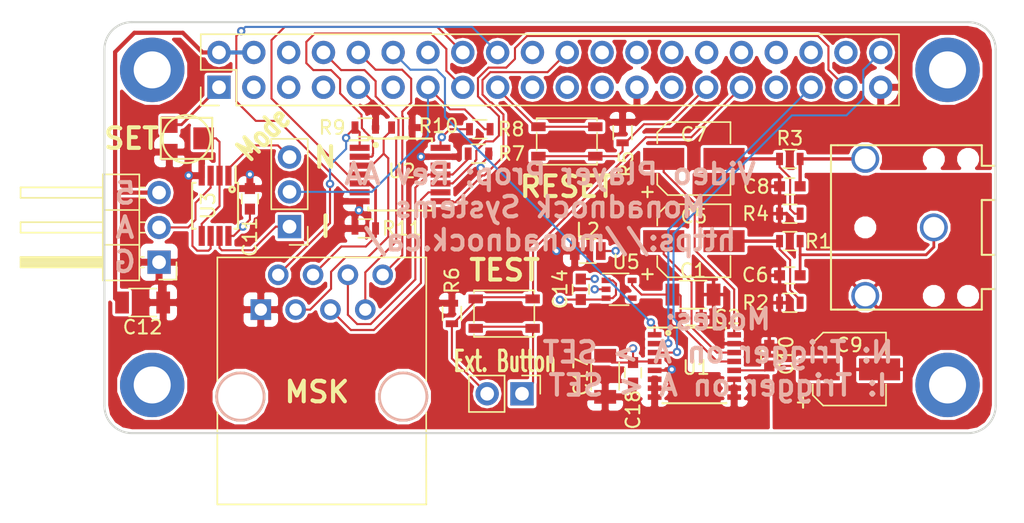
<source format=kicad_pcb>
(kicad_pcb (version 4) (host pcbnew 4.0.7)

  (general
    (links 112)
    (no_connects 0)
    (area 91.899999 89.272989 166.600001 129.100001)
    (thickness 1.6)
    (drawings 29)
    (tracks 355)
    (zones 0)
    (modules 42)
    (nets 56)
  )

  (page USLetter)
  (title_block
    (title "Video Prop Board")
    (date 2018-03-09)
    (rev AA)
    (company "Monadnock Systems")
  )

  (layers
    (0 F.Cu signal)
    (1 In1.Cu power)
    (2 In2.Cu power)
    (31 B.Cu signal)
    (33 F.Adhes user)
    (35 F.Paste user)
    (36 B.SilkS user)
    (37 F.SilkS user)
    (38 B.Mask user)
    (39 F.Mask user)
    (40 Dwgs.User user)
    (41 Cmts.User user)
    (44 Edge.Cuts user)
    (45 Margin user hide)
    (47 F.CrtYd user hide)
    (49 F.Fab user hide)
  )

  (setup
    (last_trace_width 0.1524)
    (trace_clearance 0.1778)
    (zone_clearance 0.2032)
    (zone_45_only no)
    (trace_min 0.1524)
    (segment_width 0.2)
    (edge_width 0.15)
    (via_size 0.6096)
    (via_drill 0.3048)
    (via_min_size 0.6096)
    (via_min_drill 0.3048)
    (uvia_size 0.3)
    (uvia_drill 0.1)
    (uvias_allowed no)
    (uvia_min_size 0)
    (uvia_min_drill 0)
    (pcb_text_width 0.3)
    (pcb_text_size 1.5 1.5)
    (mod_edge_width 0.15)
    (mod_text_size 1 1)
    (mod_text_width 0.15)
    (pad_size 1.524 1.524)
    (pad_drill 0.762)
    (pad_to_mask_clearance 0)
    (aux_axis_origin 0 0)
    (grid_origin 112.94398 94.77052)
    (visible_elements FFFFFF7F)
    (pcbplotparams
      (layerselection 0x010f8_80000007)
      (usegerberextensions true)
      (excludeedgelayer true)
      (linewidth 0.025400)
      (plotframeref false)
      (viasonmask false)
      (mode 1)
      (useauxorigin false)
      (hpglpennumber 1)
      (hpglpenspeed 20)
      (hpglpendiameter 15)
      (hpglpenoverlay 2)
      (psnegative false)
      (psa4output false)
      (plotreference true)
      (plotvalue true)
      (plotinvisibletext false)
      (padsonsilk false)
      (subtractmaskfromsilk false)
      (outputformat 1)
      (mirror false)
      (drillshape 0)
      (scaleselection 1)
      (outputdirectory gerber/))
  )

  (net 0 "")
  (net 1 VDDA)
  (net 2 GNDA)
  (net 3 +3V3)
  (net 4 GND)
  (net 5 "Net-(C5-Pad1)")
  (net 6 "Net-(C5-Pad2)")
  (net 7 "Net-(C6-Pad2)")
  (net 8 "Net-(C7-Pad1)")
  (net 9 "Net-(C7-Pad2)")
  (net 10 "Net-(C8-Pad2)")
  (net 11 "Net-(C10-Pad1)")
  (net 12 +5V)
  (net 13 /VID_SELECT_0)
  (net 14 /VID_SELECT_1)
  (net 15 /VID_SELECT_2)
  (net 16 /RESET)
  (net 17 /RPI_TXO)
  (net 18 /RPI_RXI)
  (net 19 "Net-(J5-Pad2)")
  (net 20 "Net-(J2-Pad28)")
  (net 21 "Net-(RV1-Pad2)")
  (net 22 "Net-(J2-Pad27)")
  (net 23 "Net-(J2-Pad3)")
  (net 24 "Net-(J2-Pad5)")
  (net 25 "Net-(J2-Pad7)")
  (net 26 "Net-(J2-Pad11)")
  (net 27 "Net-(J2-Pad19)")
  (net 28 "Net-(J2-Pad21)")
  (net 29 "Net-(J2-Pad23)")
  (net 30 "Net-(J2-Pad24)")
  (net 31 "Net-(J2-Pad26)")
  (net 32 "Net-(J2-Pad32)")
  (net 33 "Net-(J2-Pad33)")
  (net 34 "Net-(J2-Pad36)")
  (net 35 "Net-(J2-Pad38)")
  (net 36 "Net-(J6-Pad1)")
  (net 37 "Net-(J7-Pad1)")
  (net 38 "Net-(J8-Pad1)")
  (net 39 "Net-(J9-Pad1)")
  (net 40 "Net-(J3-Pad2)")
  (net 41 "Net-(J3-Pad3)")
  (net 42 "Net-(J3-Pad4)")
  (net 43 "Net-(J3-Pad5)")
  (net 44 "Net-(J3-Pad6)")
  (net 45 "Net-(U2-Pad12)")
  (net 46 "/Audio Section/BCK")
  (net 47 /VID_START_ANALOG)
  (net 48 /VID_START_MSK)
  (net 49 /VID_START_BUTTON)
  (net 50 "/Audio Section/WS")
  (net 51 /RESET_MSK)
  (net 52 "/Audio Section/DATAI")
  (net 53 /nVID_START_ANALOG)
  (net 54 "Net-(U5-Pad4)")
  (net 55 /VID_START_A)

  (net_class Default "This is the default net class."
    (clearance 0.1778)
    (trace_width 0.1524)
    (via_dia 0.6096)
    (via_drill 0.3048)
    (uvia_dia 0.3)
    (uvia_drill 0.1)
    (add_net +3V3)
    (add_net "/Audio Section/BCK")
    (add_net "/Audio Section/DATAI")
    (add_net "/Audio Section/WS")
    (add_net /RESET)
    (add_net /RESET_MSK)
    (add_net /RPI_RXI)
    (add_net /RPI_TXO)
    (add_net /VID_SELECT_0)
    (add_net /VID_SELECT_1)
    (add_net /VID_SELECT_2)
    (add_net /VID_START_A)
    (add_net /VID_START_ANALOG)
    (add_net /VID_START_BUTTON)
    (add_net /VID_START_MSK)
    (add_net /nVID_START_ANALOG)
    (add_net GND)
    (add_net GNDA)
    (add_net "Net-(C10-Pad1)")
    (add_net "Net-(C5-Pad1)")
    (add_net "Net-(C5-Pad2)")
    (add_net "Net-(C6-Pad2)")
    (add_net "Net-(C7-Pad1)")
    (add_net "Net-(C7-Pad2)")
    (add_net "Net-(C8-Pad2)")
    (add_net "Net-(J2-Pad11)")
    (add_net "Net-(J2-Pad19)")
    (add_net "Net-(J2-Pad21)")
    (add_net "Net-(J2-Pad23)")
    (add_net "Net-(J2-Pad24)")
    (add_net "Net-(J2-Pad26)")
    (add_net "Net-(J2-Pad27)")
    (add_net "Net-(J2-Pad28)")
    (add_net "Net-(J2-Pad3)")
    (add_net "Net-(J2-Pad32)")
    (add_net "Net-(J2-Pad33)")
    (add_net "Net-(J2-Pad36)")
    (add_net "Net-(J2-Pad38)")
    (add_net "Net-(J2-Pad5)")
    (add_net "Net-(J2-Pad7)")
    (add_net "Net-(J3-Pad2)")
    (add_net "Net-(J3-Pad3)")
    (add_net "Net-(J3-Pad4)")
    (add_net "Net-(J3-Pad5)")
    (add_net "Net-(J3-Pad6)")
    (add_net "Net-(J5-Pad2)")
    (add_net "Net-(J6-Pad1)")
    (add_net "Net-(J7-Pad1)")
    (add_net "Net-(J8-Pad1)")
    (add_net "Net-(J9-Pad1)")
    (add_net "Net-(RV1-Pad2)")
    (add_net "Net-(U2-Pad12)")
    (add_net "Net-(U5-Pad4)")
    (add_net VDDA)
  )

  (net_class Power ""
    (clearance 0.2032)
    (trace_width 0.3048)
    (via_dia 0.6096)
    (via_drill 0.3048)
    (uvia_dia 0.3)
    (uvia_drill 0.1)
    (add_net +5V)
  )

  (module Housings_SSOP:MSOP-8_3x3mm_Pitch0.65mm (layer F.Cu) (tedit 54130A77) (tstamp 5AA57651)
    (at 107.58458 105.92112 270)
    (descr "8-Lead Plastic Micro Small Outline Package (MS) [MSOP] (see Microchip Packaging Specification 00000049BS.pdf)")
    (tags "SSOP 0.65")
    (path /5AA5ED4C)
    (attr smd)
    (fp_text reference U3 (at 0 0.508 270) (layer F.SilkS)
      (effects (font (size 1 1) (thickness 0.15)))
    )
    (fp_text value LM2903 (at 0 2.6 270) (layer F.Fab)
      (effects (font (size 1 1) (thickness 0.15)))
    )
    (fp_line (start -0.5 -1.5) (end 1.5 -1.5) (layer F.Fab) (width 0.15))
    (fp_line (start 1.5 -1.5) (end 1.5 1.5) (layer F.Fab) (width 0.15))
    (fp_line (start 1.5 1.5) (end -1.5 1.5) (layer F.Fab) (width 0.15))
    (fp_line (start -1.5 1.5) (end -1.5 -0.5) (layer F.Fab) (width 0.15))
    (fp_line (start -1.5 -0.5) (end -0.5 -1.5) (layer F.Fab) (width 0.15))
    (fp_line (start -3.2 -1.85) (end -3.2 1.85) (layer F.CrtYd) (width 0.05))
    (fp_line (start 3.2 -1.85) (end 3.2 1.85) (layer F.CrtYd) (width 0.05))
    (fp_line (start -3.2 -1.85) (end 3.2 -1.85) (layer F.CrtYd) (width 0.05))
    (fp_line (start -3.2 1.85) (end 3.2 1.85) (layer F.CrtYd) (width 0.05))
    (fp_line (start -1.675 -1.675) (end -1.675 -1.5) (layer F.SilkS) (width 0.15))
    (fp_line (start 1.675 -1.675) (end 1.675 -1.425) (layer F.SilkS) (width 0.15))
    (fp_line (start 1.675 1.675) (end 1.675 1.425) (layer F.SilkS) (width 0.15))
    (fp_line (start -1.675 1.675) (end -1.675 1.425) (layer F.SilkS) (width 0.15))
    (fp_line (start -1.675 -1.675) (end 1.675 -1.675) (layer F.SilkS) (width 0.15))
    (fp_line (start -1.675 1.675) (end 1.675 1.675) (layer F.SilkS) (width 0.15))
    (fp_line (start -1.675 -1.5) (end -2.925 -1.5) (layer F.SilkS) (width 0.15))
    (fp_text user %R (at 0 0 270) (layer F.Fab)
      (effects (font (size 0.6 0.6) (thickness 0.15)))
    )
    (pad 1 smd rect (at -2.2 -0.975 270) (size 1.45 0.45) (layers F.Cu F.Paste F.Mask)
      (net 47 /VID_START_ANALOG))
    (pad 2 smd rect (at -2.2 -0.325 270) (size 1.45 0.45) (layers F.Cu F.Paste F.Mask)
      (net 21 "Net-(RV1-Pad2)"))
    (pad 3 smd rect (at -2.2 0.325 270) (size 1.45 0.45) (layers F.Cu F.Paste F.Mask)
      (net 19 "Net-(J5-Pad2)"))
    (pad 4 smd rect (at -2.2 0.975 270) (size 1.45 0.45) (layers F.Cu F.Paste F.Mask)
      (net 4 GND))
    (pad 5 smd rect (at 2.2 0.975 270) (size 1.45 0.45) (layers F.Cu F.Paste F.Mask)
      (net 21 "Net-(RV1-Pad2)"))
    (pad 6 smd rect (at 2.2 0.325 270) (size 1.45 0.45) (layers F.Cu F.Paste F.Mask)
      (net 19 "Net-(J5-Pad2)"))
    (pad 7 smd rect (at 2.2 -0.325 270) (size 1.45 0.45) (layers F.Cu F.Paste F.Mask)
      (net 53 /nVID_START_ANALOG))
    (pad 8 smd rect (at 2.2 -0.975 270) (size 1.45 0.45) (layers F.Cu F.Paste F.Mask)
      (net 3 +3V3))
    (model ${KISYS3DMOD}/Housings_SSOP.3dshapes/MSOP-8_3x3mm_Pitch0.65mm.wrl
      (at (xyz 0 0 0))
      (scale (xyz 1 1 1))
      (rotate (xyz 0 0 0))
    )
  )

  (module Capacitors_SMD:CP_Elec_5x5.3 (layer F.Cu) (tedit 58AA8A8F) (tstamp 5AA08C64)
    (at 153.84318 117.86432)
    (descr "SMT capacitor, aluminium electrolytic, 5x5.3")
    (path /5AA673D8/5AA67AA9)
    (attr smd)
    (fp_text reference C9 (at 0 -1.778) (layer F.SilkS)
      (effects (font (size 1 1) (thickness 0.15)))
    )
    (fp_text value 47uF (at 0 -3.92) (layer F.Fab)
      (effects (font (size 1 1) (thickness 0.15)))
    )
    (fp_circle (center 0 0) (end 0.3 2.4) (layer F.Fab) (width 0.1))
    (fp_text user + (at -1.37 -0.08) (layer F.Fab)
      (effects (font (size 1 1) (thickness 0.15)))
    )
    (fp_text user + (at -3.38 2.34) (layer F.SilkS)
      (effects (font (size 1 1) (thickness 0.15)))
    )
    (fp_text user %R (at 0 3.92) (layer F.Fab)
      (effects (font (size 1 1) (thickness 0.15)))
    )
    (fp_line (start 2.51 2.49) (end 2.51 -2.54) (layer F.Fab) (width 0.1))
    (fp_line (start -1.84 2.49) (end 2.51 2.49) (layer F.Fab) (width 0.1))
    (fp_line (start -2.51 1.82) (end -1.84 2.49) (layer F.Fab) (width 0.1))
    (fp_line (start -2.51 -1.87) (end -2.51 1.82) (layer F.Fab) (width 0.1))
    (fp_line (start -1.84 -2.54) (end -2.51 -1.87) (layer F.Fab) (width 0.1))
    (fp_line (start 2.51 -2.54) (end -1.84 -2.54) (layer F.Fab) (width 0.1))
    (fp_line (start 2.67 -2.69) (end 2.67 -1.14) (layer F.SilkS) (width 0.12))
    (fp_line (start 2.67 2.64) (end 2.67 1.09) (layer F.SilkS) (width 0.12))
    (fp_line (start -2.67 1.88) (end -2.67 1.09) (layer F.SilkS) (width 0.12))
    (fp_line (start -2.67 -1.93) (end -2.67 -1.14) (layer F.SilkS) (width 0.12))
    (fp_line (start 2.67 -2.69) (end -1.91 -2.69) (layer F.SilkS) (width 0.12))
    (fp_line (start -1.91 -2.69) (end -2.67 -1.93) (layer F.SilkS) (width 0.12))
    (fp_line (start -2.67 1.88) (end -1.91 2.64) (layer F.SilkS) (width 0.12))
    (fp_line (start -1.91 2.64) (end 2.67 2.64) (layer F.SilkS) (width 0.12))
    (fp_line (start -3.95 -2.79) (end 3.95 -2.79) (layer F.CrtYd) (width 0.05))
    (fp_line (start -3.95 -2.79) (end -3.95 2.74) (layer F.CrtYd) (width 0.05))
    (fp_line (start 3.95 2.74) (end 3.95 -2.79) (layer F.CrtYd) (width 0.05))
    (fp_line (start 3.95 2.74) (end -3.95 2.74) (layer F.CrtYd) (width 0.05))
    (pad 1 smd rect (at -2.2 0 180) (size 3 1.6) (layers F.Cu F.Paste F.Mask)
      (net 11 "Net-(C10-Pad1)"))
    (pad 2 smd rect (at 2.2 0 180) (size 3 1.6) (layers F.Cu F.Paste F.Mask)
      (net 2 GNDA))
    (model Capacitors_SMD.3dshapes/CP_Elec_5x5.3.wrl
      (at (xyz 0 0 0))
      (scale (xyz 1 1 1))
      (rotate (xyz 0 0 180))
    )
  )

  (module Capacitors_SMD:C_1206 (layer F.Cu) (tedit 58AA84B8) (tstamp 5AA5763D)
    (at 136.03258 118.36712 270)
    (descr "Capacitor SMD 1206, reflow soldering, AVX (see smccp.pdf)")
    (tags "capacitor 1206")
    (path /5AA673D8/5AA67A9D)
    (attr smd)
    (fp_text reference C17 (at 0 1.778 270) (layer F.SilkS)
      (effects (font (size 1 1) (thickness 0.15)))
    )
    (fp_text value 10uF (at 0 2 270) (layer F.Fab)
      (effects (font (size 1 1) (thickness 0.15)))
    )
    (fp_text user %R (at 0 -1.75 270) (layer F.Fab)
      (effects (font (size 1 1) (thickness 0.15)))
    )
    (fp_line (start -1.6 0.8) (end -1.6 -0.8) (layer F.Fab) (width 0.1))
    (fp_line (start 1.6 0.8) (end -1.6 0.8) (layer F.Fab) (width 0.1))
    (fp_line (start 1.6 -0.8) (end 1.6 0.8) (layer F.Fab) (width 0.1))
    (fp_line (start -1.6 -0.8) (end 1.6 -0.8) (layer F.Fab) (width 0.1))
    (fp_line (start 1 -1.02) (end -1 -1.02) (layer F.SilkS) (width 0.12))
    (fp_line (start -1 1.02) (end 1 1.02) (layer F.SilkS) (width 0.12))
    (fp_line (start -2.25 -1.05) (end 2.25 -1.05) (layer F.CrtYd) (width 0.05))
    (fp_line (start -2.25 -1.05) (end -2.25 1.05) (layer F.CrtYd) (width 0.05))
    (fp_line (start 2.25 1.05) (end 2.25 -1.05) (layer F.CrtYd) (width 0.05))
    (fp_line (start 2.25 1.05) (end -2.25 1.05) (layer F.CrtYd) (width 0.05))
    (pad 1 smd rect (at -1.5 0 270) (size 1 1.6) (layers F.Cu F.Paste F.Mask)
      (net 3 +3V3))
    (pad 2 smd rect (at 1.5 0 270) (size 1 1.6) (layers F.Cu F.Paste F.Mask)
      (net 4 GND))
    (model Capacitors_SMD.3dshapes/C_1206.wrl
      (at (xyz 0 0 0))
      (scale (xyz 1 1 1))
      (rotate (xyz 0 0 0))
    )
  )

  (module escape:SJ1-3523N (layer F.Cu) (tedit 5AA0A0CE) (tstamp 5AA08C9A)
    (at 160 107.5 180)
    (path /5AA673D8/5AA67AA8)
    (fp_text reference J1 (at 2.5 2.5 180) (layer F.SilkS) hide
      (effects (font (size 1 1) (thickness 0.15)))
    )
    (fp_text value Audio-Jack-3 (at 1.5 7 180) (layer F.Fab)
      (effects (font (size 1 1) (thickness 0.15)))
    )
    (fp_text user "PCB Edge" (at -5.5 0 270) (layer F.Fab)
      (effects (font (size 1 1) (thickness 0.15)))
    )
    (fp_line (start -4.5 -6) (end -4.5 6) (layer F.Fab) (width 0.15))
    (fp_line (start -3.5 -4.5) (end -4 -4.5) (layer F.SilkS) (width 0.15))
    (fp_line (start -3.5 -6) (end -3.5 -4.5) (layer F.SilkS) (width 0.15))
    (fp_line (start 7.5 6) (end 7.5 2) (layer F.SilkS) (width 0.15))
    (fp_line (start 7 6) (end 7.5 6) (layer F.SilkS) (width 0.15))
    (fp_line (start 7.5 -6) (end 7 -6) (layer F.SilkS) (width 0.15))
    (fp_line (start 7.5 2) (end 7.5 -6) (layer F.SilkS) (width 0.15))
    (fp_line (start -3.5 4.5) (end -4.5 4.5) (layer F.SilkS) (width 0.15))
    (fp_line (start -3.5 6) (end -3.5 4.5) (layer F.SilkS) (width 0.15))
    (fp_line (start -4 -4.5) (end -4.5 -4.5) (layer F.SilkS) (width 0.15))
    (fp_line (start -4.5 2) (end -4.5 4.5) (layer F.SilkS) (width 0.15))
    (fp_line (start -4.5 -2) (end -4.5 -4.5) (layer F.SilkS) (width 0.15))
    (fp_line (start -3.5 -2) (end -4.5 -2) (layer F.SilkS) (width 0.15))
    (fp_line (start -3.5 2) (end -3.5 -2) (layer F.SilkS) (width 0.15))
    (fp_line (start -4.5 2) (end -3.5 2) (layer F.SilkS) (width 0.15))
    (fp_line (start 7 -6) (end -3.5 -6) (layer F.SilkS) (width 0.15))
    (fp_line (start -3.5 6) (end 7 6) (layer F.SilkS) (width 0.15))
    (pad 3 thru_hole circle (at 5 -5 180) (size 2.032 2.032) (drill 1.524) (layers *.Cu *.Mask)
      (net 2 GNDA))
    (pad 1 thru_hole circle (at 0 0 180) (size 2.032 2.032) (drill 1.524) (layers *.Cu *.Mask)
      (net 7 "Net-(C6-Pad2)"))
    (pad 2 thru_hole circle (at 5 5 180) (size 2.032 2.032) (drill 1.524) (layers *.Cu *.Mask)
      (net 10 "Net-(C8-Pad2)"))
    (pad "" np_thru_hole circle (at 0 -5 180) (size 1.1938 1.1938) (drill 1.1938) (layers *.Cu *.Mask))
    (pad "" np_thru_hole circle (at 0 5 180) (size 1.1938 1.1938) (drill 1.1938) (layers *.Cu *.Mask))
    (pad "" np_thru_hole circle (at 5 0 180) (size 1.1938 1.1938) (drill 1.1938) (layers *.Cu *.Mask))
    (pad "" np_thru_hole circle (at -2.5 -5 180) (size 1.1938 1.1938) (drill 1.1938) (layers *.Cu *.Mask))
    (pad "" np_thru_hole circle (at -2.5 5 180) (size 1.1938 1.1938) (drill 1.1938) (layers *.Cu *.Mask))
  )

  (module Capacitors_SMD:C_0603 (layer F.Cu) (tedit 59958EE7) (tstamp 5AA08C3A)
    (at 142.28618 114.05432)
    (descr "Capacitor SMD 0603, reflow soldering, AVX (see smccp.pdf)")
    (tags "capacitor 0603")
    (path /5AA673D8/5AA67A9E)
    (attr smd)
    (fp_text reference C2 (at 2.6364 -0.0052) (layer F.SilkS)
      (effects (font (size 1 1) (thickness 0.15)))
    )
    (fp_text value 0.1uF (at 0 1.5) (layer F.Fab)
      (effects (font (size 1 1) (thickness 0.15)))
    )
    (fp_line (start 1.4 0.65) (end -1.4 0.65) (layer F.CrtYd) (width 0.05))
    (fp_line (start 1.4 0.65) (end 1.4 -0.65) (layer F.CrtYd) (width 0.05))
    (fp_line (start -1.4 -0.65) (end -1.4 0.65) (layer F.CrtYd) (width 0.05))
    (fp_line (start -1.4 -0.65) (end 1.4 -0.65) (layer F.CrtYd) (width 0.05))
    (fp_line (start 0.35 0.6) (end -0.35 0.6) (layer F.SilkS) (width 0.12))
    (fp_line (start -0.35 -0.6) (end 0.35 -0.6) (layer F.SilkS) (width 0.12))
    (fp_line (start -0.8 -0.4) (end 0.8 -0.4) (layer F.Fab) (width 0.1))
    (fp_line (start 0.8 -0.4) (end 0.8 0.4) (layer F.Fab) (width 0.1))
    (fp_line (start 0.8 0.4) (end -0.8 0.4) (layer F.Fab) (width 0.1))
    (fp_line (start -0.8 0.4) (end -0.8 -0.4) (layer F.Fab) (width 0.1))
    (fp_text user %R (at 0 0) (layer F.Fab)
      (effects (font (size 0.3 0.3) (thickness 0.075)))
    )
    (pad 2 smd rect (at 0.75 0) (size 0.8 0.75) (layers F.Cu F.Paste F.Mask)
      (net 2 GNDA))
    (pad 1 smd rect (at -0.75 0) (size 0.8 0.75) (layers F.Cu F.Paste F.Mask)
      (net 1 VDDA))
    (model Capacitors_SMD.3dshapes/C_0603.wrl
      (at (xyz 0 0 0))
      (scale (xyz 1 1 1))
      (rotate (xyz 0 0 0))
    )
  )

  (module Capacitors_SMD:CP_Elec_5x5.3 (layer F.Cu) (tedit 58AA8A8F) (tstamp 5AA08C4C)
    (at 142.5 108.5)
    (descr "SMT capacitor, aluminium electrolytic, 5x5.3")
    (path /5AA673D8/5AA67AA2)
    (attr smd)
    (fp_text reference C5 (at 0 -1.81168) (layer F.SilkS)
      (effects (font (size 1 1) (thickness 0.15)))
    )
    (fp_text value 47uF (at 0 -3.92) (layer F.Fab)
      (effects (font (size 1 1) (thickness 0.15)))
    )
    (fp_circle (center 0 0) (end 0.3 2.4) (layer F.Fab) (width 0.1))
    (fp_text user + (at -1.37 -0.08) (layer F.Fab)
      (effects (font (size 1 1) (thickness 0.15)))
    )
    (fp_text user + (at -3.38 2.34) (layer F.SilkS)
      (effects (font (size 1 1) (thickness 0.15)))
    )
    (fp_text user %R (at 0 3.92) (layer F.Fab)
      (effects (font (size 1 1) (thickness 0.15)))
    )
    (fp_line (start 2.51 2.49) (end 2.51 -2.54) (layer F.Fab) (width 0.1))
    (fp_line (start -1.84 2.49) (end 2.51 2.49) (layer F.Fab) (width 0.1))
    (fp_line (start -2.51 1.82) (end -1.84 2.49) (layer F.Fab) (width 0.1))
    (fp_line (start -2.51 -1.87) (end -2.51 1.82) (layer F.Fab) (width 0.1))
    (fp_line (start -1.84 -2.54) (end -2.51 -1.87) (layer F.Fab) (width 0.1))
    (fp_line (start 2.51 -2.54) (end -1.84 -2.54) (layer F.Fab) (width 0.1))
    (fp_line (start 2.67 -2.69) (end 2.67 -1.14) (layer F.SilkS) (width 0.12))
    (fp_line (start 2.67 2.64) (end 2.67 1.09) (layer F.SilkS) (width 0.12))
    (fp_line (start -2.67 1.88) (end -2.67 1.09) (layer F.SilkS) (width 0.12))
    (fp_line (start -2.67 -1.93) (end -2.67 -1.14) (layer F.SilkS) (width 0.12))
    (fp_line (start 2.67 -2.69) (end -1.91 -2.69) (layer F.SilkS) (width 0.12))
    (fp_line (start -1.91 -2.69) (end -2.67 -1.93) (layer F.SilkS) (width 0.12))
    (fp_line (start -2.67 1.88) (end -1.91 2.64) (layer F.SilkS) (width 0.12))
    (fp_line (start -1.91 2.64) (end 2.67 2.64) (layer F.SilkS) (width 0.12))
    (fp_line (start -3.95 -2.79) (end 3.95 -2.79) (layer F.CrtYd) (width 0.05))
    (fp_line (start -3.95 -2.79) (end -3.95 2.74) (layer F.CrtYd) (width 0.05))
    (fp_line (start 3.95 2.74) (end 3.95 -2.79) (layer F.CrtYd) (width 0.05))
    (fp_line (start 3.95 2.74) (end -3.95 2.74) (layer F.CrtYd) (width 0.05))
    (pad 1 smd rect (at -2.2 0 180) (size 3 1.6) (layers F.Cu F.Paste F.Mask)
      (net 5 "Net-(C5-Pad1)"))
    (pad 2 smd rect (at 2.2 0 180) (size 3 1.6) (layers F.Cu F.Paste F.Mask)
      (net 6 "Net-(C5-Pad2)"))
    (model Capacitors_SMD.3dshapes/CP_Elec_5x5.3.wrl
      (at (xyz 0 0 0))
      (scale (xyz 1 1 1))
      (rotate (xyz 0 0 180))
    )
  )

  (module Capacitors_SMD:CP_Elec_5x5.3 (layer F.Cu) (tedit 58AA8A8F) (tstamp 5AA08C58)
    (at 142.5 102.5)
    (descr "SMT capacitor, aluminium electrolytic, 5x5.3")
    (path /5AA673D8/5AA67AA6)
    (attr smd)
    (fp_text reference C7 (at 0 -1.78068) (layer F.SilkS)
      (effects (font (size 1 1) (thickness 0.15)))
    )
    (fp_text value 47uF (at 0 -3.92) (layer F.Fab)
      (effects (font (size 1 1) (thickness 0.15)))
    )
    (fp_circle (center 0 0) (end 0.3 2.4) (layer F.Fab) (width 0.1))
    (fp_text user + (at -1.37 -0.08) (layer F.Fab)
      (effects (font (size 1 1) (thickness 0.15)))
    )
    (fp_text user + (at -3.38 2.34) (layer F.SilkS)
      (effects (font (size 1 1) (thickness 0.15)))
    )
    (fp_text user %R (at 0 3.92) (layer F.Fab)
      (effects (font (size 1 1) (thickness 0.15)))
    )
    (fp_line (start 2.51 2.49) (end 2.51 -2.54) (layer F.Fab) (width 0.1))
    (fp_line (start -1.84 2.49) (end 2.51 2.49) (layer F.Fab) (width 0.1))
    (fp_line (start -2.51 1.82) (end -1.84 2.49) (layer F.Fab) (width 0.1))
    (fp_line (start -2.51 -1.87) (end -2.51 1.82) (layer F.Fab) (width 0.1))
    (fp_line (start -1.84 -2.54) (end -2.51 -1.87) (layer F.Fab) (width 0.1))
    (fp_line (start 2.51 -2.54) (end -1.84 -2.54) (layer F.Fab) (width 0.1))
    (fp_line (start 2.67 -2.69) (end 2.67 -1.14) (layer F.SilkS) (width 0.12))
    (fp_line (start 2.67 2.64) (end 2.67 1.09) (layer F.SilkS) (width 0.12))
    (fp_line (start -2.67 1.88) (end -2.67 1.09) (layer F.SilkS) (width 0.12))
    (fp_line (start -2.67 -1.93) (end -2.67 -1.14) (layer F.SilkS) (width 0.12))
    (fp_line (start 2.67 -2.69) (end -1.91 -2.69) (layer F.SilkS) (width 0.12))
    (fp_line (start -1.91 -2.69) (end -2.67 -1.93) (layer F.SilkS) (width 0.12))
    (fp_line (start -2.67 1.88) (end -1.91 2.64) (layer F.SilkS) (width 0.12))
    (fp_line (start -1.91 2.64) (end 2.67 2.64) (layer F.SilkS) (width 0.12))
    (fp_line (start -3.95 -2.79) (end 3.95 -2.79) (layer F.CrtYd) (width 0.05))
    (fp_line (start -3.95 -2.79) (end -3.95 2.74) (layer F.CrtYd) (width 0.05))
    (fp_line (start 3.95 2.74) (end 3.95 -2.79) (layer F.CrtYd) (width 0.05))
    (fp_line (start 3.95 2.74) (end -3.95 2.74) (layer F.CrtYd) (width 0.05))
    (pad 1 smd rect (at -2.2 0 180) (size 3 1.6) (layers F.Cu F.Paste F.Mask)
      (net 8 "Net-(C7-Pad1)"))
    (pad 2 smd rect (at 2.2 0 180) (size 3 1.6) (layers F.Cu F.Paste F.Mask)
      (net 9 "Net-(C7-Pad2)"))
    (model Capacitors_SMD.3dshapes/CP_Elec_5x5.3.wrl
      (at (xyz 0 0 0))
      (scale (xyz 1 1 1))
      (rotate (xyz 0 0 180))
    )
  )

  (module Capacitors_SMD:C_0603 (layer F.Cu) (tedit 59958EE7) (tstamp 5AA08C70)
    (at 110.12458 105.41312 90)
    (descr "Capacitor SMD 0603, reflow soldering, AVX (see smccp.pdf)")
    (tags "capacitor 0603")
    (path /5AA04E26)
    (attr smd)
    (fp_text reference C11 (at -2.794 0 90) (layer F.SilkS)
      (effects (font (size 1 1) (thickness 0.15)))
    )
    (fp_text value 0.1uF (at 0 1.5 90) (layer F.Fab)
      (effects (font (size 1 1) (thickness 0.15)))
    )
    (fp_line (start 1.4 0.65) (end -1.4 0.65) (layer F.CrtYd) (width 0.05))
    (fp_line (start 1.4 0.65) (end 1.4 -0.65) (layer F.CrtYd) (width 0.05))
    (fp_line (start -1.4 -0.65) (end -1.4 0.65) (layer F.CrtYd) (width 0.05))
    (fp_line (start -1.4 -0.65) (end 1.4 -0.65) (layer F.CrtYd) (width 0.05))
    (fp_line (start 0.35 0.6) (end -0.35 0.6) (layer F.SilkS) (width 0.12))
    (fp_line (start -0.35 -0.6) (end 0.35 -0.6) (layer F.SilkS) (width 0.12))
    (fp_line (start -0.8 -0.4) (end 0.8 -0.4) (layer F.Fab) (width 0.1))
    (fp_line (start 0.8 -0.4) (end 0.8 0.4) (layer F.Fab) (width 0.1))
    (fp_line (start 0.8 0.4) (end -0.8 0.4) (layer F.Fab) (width 0.1))
    (fp_line (start -0.8 0.4) (end -0.8 -0.4) (layer F.Fab) (width 0.1))
    (fp_text user %R (at 0 0 90) (layer F.Fab)
      (effects (font (size 0.3 0.3) (thickness 0.075)))
    )
    (pad 2 smd rect (at 0.75 0 90) (size 0.8 0.75) (layers F.Cu F.Paste F.Mask)
      (net 4 GND))
    (pad 1 smd rect (at -0.75 0 90) (size 0.8 0.75) (layers F.Cu F.Paste F.Mask)
      (net 3 +3V3))
    (model Capacitors_SMD.3dshapes/C_0603.wrl
      (at (xyz 0 0 0))
      (scale (xyz 1 1 1))
      (rotate (xyz 0 0 0))
    )
  )

  (module Connectors:RJ45_8 (layer F.Cu) (tedit 5AA0A0BC) (tstamp 5AA08CA8)
    (at 110.92 113.5)
    (tags RJ45)
    (path /5AA03C76)
    (fp_text reference J3 (at 4.7 11.18) (layer F.SilkS) hide
      (effects (font (size 1 1) (thickness 0.15)))
    )
    (fp_text value RJ45 (at 4.59 6.25) (layer F.Fab)
      (effects (font (size 1 1) (thickness 0.15)))
    )
    (fp_line (start -3.17 14.22) (end 12.07 14.22) (layer F.SilkS) (width 0.12))
    (fp_line (start 12.07 -3.81) (end 12.06 5.18) (layer F.SilkS) (width 0.12))
    (fp_line (start 12.07 -3.81) (end -3.17 -3.81) (layer F.SilkS) (width 0.12))
    (fp_line (start -3.17 -3.81) (end -3.17 5.19) (layer F.SilkS) (width 0.12))
    (fp_line (start 12.06 7.52) (end 12.07 14.22) (layer F.SilkS) (width 0.12))
    (fp_line (start -3.17 7.51) (end -3.17 14.22) (layer F.SilkS) (width 0.12))
    (fp_line (start -3.56 -4.06) (end 12.46 -4.06) (layer F.CrtYd) (width 0.05))
    (fp_line (start -3.56 -4.06) (end -3.56 14.47) (layer F.CrtYd) (width 0.05))
    (fp_line (start 12.46 14.47) (end 12.46 -4.06) (layer F.CrtYd) (width 0.05))
    (fp_line (start 12.46 14.47) (end -3.56 14.47) (layer F.CrtYd) (width 0.05))
    (pad Hole np_thru_hole circle (at 10.38 6.35) (size 3.65 3.65) (drill 3.25) (layers *.Cu *.SilkS *.Mask))
    (pad Hole np_thru_hole circle (at -1.49 6.35) (size 3.65 3.65) (drill 3.25) (layers *.Cu *.SilkS *.Mask))
    (pad 1 thru_hole rect (at 0 0) (size 1.5 1.5) (drill 0.9) (layers *.Cu *.Mask)
      (net 4 GND))
    (pad 2 thru_hole circle (at 1.27 -2.54) (size 1.5 1.5) (drill 0.9) (layers *.Cu *.Mask)
      (net 40 "Net-(J3-Pad2)"))
    (pad 3 thru_hole circle (at 2.54 0) (size 1.5 1.5) (drill 0.9) (layers *.Cu *.Mask)
      (net 41 "Net-(J3-Pad3)"))
    (pad 4 thru_hole circle (at 3.81 -2.54) (size 1.5 1.5) (drill 0.9) (layers *.Cu *.Mask)
      (net 42 "Net-(J3-Pad4)"))
    (pad 5 thru_hole circle (at 5.08 0) (size 1.5 1.5) (drill 0.9) (layers *.Cu *.Mask)
      (net 43 "Net-(J3-Pad5)"))
    (pad 6 thru_hole circle (at 6.35 -2.54) (size 1.5 1.5) (drill 0.9) (layers *.Cu *.Mask)
      (net 44 "Net-(J3-Pad6)"))
    (pad 7 thru_hole circle (at 7.62 0) (size 1.5 1.5) (drill 0.9) (layers *.Cu *.Mask)
      (net 17 /RPI_TXO))
    (pad 8 thru_hole circle (at 8.89 -2.54) (size 1.5 1.5) (drill 0.9) (layers *.Cu *.Mask)
      (net 18 /RPI_RXI))
    (model ${KISYS3DMOD}/Connectors.3dshapes/RJ45_8.wrl
      (at (xyz 0.18 -0.25 0))
      (scale (xyz 0.4 0.4 0.4))
      (rotate (xyz 0 0 0))
    )
  )

  (module Pin_Headers:Pin_Header_Angled_1x03_Pitch2.54mm (layer F.Cu) (tedit 5AA0A0B4) (tstamp 5AA08CB7)
    (at 103.5 110.04 180)
    (descr "Through hole angled pin header, 1x03, 2.54mm pitch, 6mm pin length, single row")
    (tags "Through hole angled pin header THT 1x03 2.54mm single row")
    (path /5AA03E34)
    (fp_text reference J5 (at 4.385 -2.27 180) (layer F.SilkS) hide
      (effects (font (size 1 1) (thickness 0.15)))
    )
    (fp_text value "Analog Trig" (at 4.385 7.35 180) (layer F.Fab)
      (effects (font (size 1 1) (thickness 0.15)))
    )
    (fp_line (start 2.135 -1.27) (end 4.04 -1.27) (layer F.Fab) (width 0.1))
    (fp_line (start 4.04 -1.27) (end 4.04 6.35) (layer F.Fab) (width 0.1))
    (fp_line (start 4.04 6.35) (end 1.5 6.35) (layer F.Fab) (width 0.1))
    (fp_line (start 1.5 6.35) (end 1.5 -0.635) (layer F.Fab) (width 0.1))
    (fp_line (start 1.5 -0.635) (end 2.135 -1.27) (layer F.Fab) (width 0.1))
    (fp_line (start -0.32 -0.32) (end 1.5 -0.32) (layer F.Fab) (width 0.1))
    (fp_line (start -0.32 -0.32) (end -0.32 0.32) (layer F.Fab) (width 0.1))
    (fp_line (start -0.32 0.32) (end 1.5 0.32) (layer F.Fab) (width 0.1))
    (fp_line (start 4.04 -0.32) (end 10.04 -0.32) (layer F.Fab) (width 0.1))
    (fp_line (start 10.04 -0.32) (end 10.04 0.32) (layer F.Fab) (width 0.1))
    (fp_line (start 4.04 0.32) (end 10.04 0.32) (layer F.Fab) (width 0.1))
    (fp_line (start -0.32 2.22) (end 1.5 2.22) (layer F.Fab) (width 0.1))
    (fp_line (start -0.32 2.22) (end -0.32 2.86) (layer F.Fab) (width 0.1))
    (fp_line (start -0.32 2.86) (end 1.5 2.86) (layer F.Fab) (width 0.1))
    (fp_line (start 4.04 2.22) (end 10.04 2.22) (layer F.Fab) (width 0.1))
    (fp_line (start 10.04 2.22) (end 10.04 2.86) (layer F.Fab) (width 0.1))
    (fp_line (start 4.04 2.86) (end 10.04 2.86) (layer F.Fab) (width 0.1))
    (fp_line (start -0.32 4.76) (end 1.5 4.76) (layer F.Fab) (width 0.1))
    (fp_line (start -0.32 4.76) (end -0.32 5.4) (layer F.Fab) (width 0.1))
    (fp_line (start -0.32 5.4) (end 1.5 5.4) (layer F.Fab) (width 0.1))
    (fp_line (start 4.04 4.76) (end 10.04 4.76) (layer F.Fab) (width 0.1))
    (fp_line (start 10.04 4.76) (end 10.04 5.4) (layer F.Fab) (width 0.1))
    (fp_line (start 4.04 5.4) (end 10.04 5.4) (layer F.Fab) (width 0.1))
    (fp_line (start 1.44 -1.33) (end 1.44 6.41) (layer F.SilkS) (width 0.12))
    (fp_line (start 1.44 6.41) (end 4.1 6.41) (layer F.SilkS) (width 0.12))
    (fp_line (start 4.1 6.41) (end 4.1 -1.33) (layer F.SilkS) (width 0.12))
    (fp_line (start 4.1 -1.33) (end 1.44 -1.33) (layer F.SilkS) (width 0.12))
    (fp_line (start 4.1 -0.38) (end 10.1 -0.38) (layer F.SilkS) (width 0.12))
    (fp_line (start 10.1 -0.38) (end 10.1 0.38) (layer F.SilkS) (width 0.12))
    (fp_line (start 10.1 0.38) (end 4.1 0.38) (layer F.SilkS) (width 0.12))
    (fp_line (start 4.1 -0.32) (end 10.1 -0.32) (layer F.SilkS) (width 0.12))
    (fp_line (start 4.1 -0.2) (end 10.1 -0.2) (layer F.SilkS) (width 0.12))
    (fp_line (start 4.1 -0.08) (end 10.1 -0.08) (layer F.SilkS) (width 0.12))
    (fp_line (start 4.1 0.04) (end 10.1 0.04) (layer F.SilkS) (width 0.12))
    (fp_line (start 4.1 0.16) (end 10.1 0.16) (layer F.SilkS) (width 0.12))
    (fp_line (start 4.1 0.28) (end 10.1 0.28) (layer F.SilkS) (width 0.12))
    (fp_line (start 1.11 -0.38) (end 1.44 -0.38) (layer F.SilkS) (width 0.12))
    (fp_line (start 1.11 0.38) (end 1.44 0.38) (layer F.SilkS) (width 0.12))
    (fp_line (start 1.44 1.27) (end 4.1 1.27) (layer F.SilkS) (width 0.12))
    (fp_line (start 4.1 2.16) (end 10.1 2.16) (layer F.SilkS) (width 0.12))
    (fp_line (start 10.1 2.16) (end 10.1 2.92) (layer F.SilkS) (width 0.12))
    (fp_line (start 10.1 2.92) (end 4.1 2.92) (layer F.SilkS) (width 0.12))
    (fp_line (start 1.042929 2.16) (end 1.44 2.16) (layer F.SilkS) (width 0.12))
    (fp_line (start 1.042929 2.92) (end 1.44 2.92) (layer F.SilkS) (width 0.12))
    (fp_line (start 1.44 3.81) (end 4.1 3.81) (layer F.SilkS) (width 0.12))
    (fp_line (start 4.1 4.7) (end 10.1 4.7) (layer F.SilkS) (width 0.12))
    (fp_line (start 10.1 4.7) (end 10.1 5.46) (layer F.SilkS) (width 0.12))
    (fp_line (start 10.1 5.46) (end 4.1 5.46) (layer F.SilkS) (width 0.12))
    (fp_line (start 1.042929 4.7) (end 1.44 4.7) (layer F.SilkS) (width 0.12))
    (fp_line (start 1.042929 5.46) (end 1.44 5.46) (layer F.SilkS) (width 0.12))
    (fp_line (start -1.27 0) (end -1.27 -1.27) (layer F.SilkS) (width 0.12))
    (fp_line (start -1.27 -1.27) (end 0 -1.27) (layer F.SilkS) (width 0.12))
    (fp_line (start -1.8 -1.8) (end -1.8 6.85) (layer F.CrtYd) (width 0.05))
    (fp_line (start -1.8 6.85) (end 10.55 6.85) (layer F.CrtYd) (width 0.05))
    (fp_line (start 10.55 6.85) (end 10.55 -1.8) (layer F.CrtYd) (width 0.05))
    (fp_line (start 10.55 -1.8) (end -1.8 -1.8) (layer F.CrtYd) (width 0.05))
    (fp_text user %R (at 2.77 2.54 270) (layer F.Fab)
      (effects (font (size 1 1) (thickness 0.15)))
    )
    (pad 1 thru_hole rect (at 0 0 180) (size 1.7 1.7) (drill 1) (layers *.Cu *.Mask)
      (net 4 GND))
    (pad 2 thru_hole oval (at 0 2.54 180) (size 1.7 1.7) (drill 1) (layers *.Cu *.Mask)
      (net 19 "Net-(J5-Pad2)"))
    (pad 3 thru_hole oval (at 0 5.08 180) (size 1.7 1.7) (drill 1) (layers *.Cu *.Mask)
      (net 12 +5V))
    (model ${KISYS3DMOD}/Pin_Headers.3dshapes/Pin_Header_Angled_1x03_Pitch2.54mm.wrl
      (at (xyz 0 0 0))
      (scale (xyz 1 1 1))
      (rotate (xyz 0 0 0))
    )
  )

  (module Inductors_SMD:L_0805 (layer F.Cu) (tedit 58307B54) (tstamp 5AA08CD7)
    (at 134.76258 109.22312)
    (descr "Resistor SMD 0805, reflow soldering, Vishay (see dcrcw.pdf)")
    (tags "resistor 0805")
    (path /5AA673D8/5AA67AB4)
    (attr smd)
    (fp_text reference L2 (at 0 -1.524) (layer F.SilkS)
      (effects (font (size 1 1) (thickness 0.15)))
    )
    (fp_text value Ferrite_Bead (at 0 2.1) (layer F.Fab)
      (effects (font (size 1 1) (thickness 0.15)))
    )
    (fp_text user %R (at 0 0) (layer F.Fab)
      (effects (font (size 0.5 0.5) (thickness 0.075)))
    )
    (fp_line (start -1 0.62) (end -1 -0.62) (layer F.Fab) (width 0.1))
    (fp_line (start 1 0.62) (end -1 0.62) (layer F.Fab) (width 0.1))
    (fp_line (start 1 -0.62) (end 1 0.62) (layer F.Fab) (width 0.1))
    (fp_line (start -1 -0.62) (end 1 -0.62) (layer F.Fab) (width 0.1))
    (fp_line (start -1.6 -1) (end 1.6 -1) (layer F.CrtYd) (width 0.05))
    (fp_line (start -1.6 1) (end 1.6 1) (layer F.CrtYd) (width 0.05))
    (fp_line (start -1.6 -1) (end -1.6 1) (layer F.CrtYd) (width 0.05))
    (fp_line (start 1.6 -1) (end 1.6 1) (layer F.CrtYd) (width 0.05))
    (fp_line (start 0.6 0.88) (end -0.6 0.88) (layer F.SilkS) (width 0.12))
    (fp_line (start -0.6 -0.88) (end 0.6 -0.88) (layer F.SilkS) (width 0.12))
    (pad 1 smd rect (at -0.95 0) (size 0.7 1.3) (layers F.Cu F.Paste F.Mask)
      (net 4 GND))
    (pad 2 smd rect (at 0.95 0) (size 0.7 1.3) (layers F.Cu F.Paste F.Mask)
      (net 2 GNDA))
    (model ${KISYS3DMOD}/Inductors_SMD.3dshapes/L_0805.wrl
      (at (xyz 0 0 0))
      (scale (xyz 1 1 1))
      (rotate (xyz 0 0 0))
    )
  )

  (module Resistors_SMD:R_0603 (layer F.Cu) (tedit 58E0A804) (tstamp 5AA08CDD)
    (at 149.5 108.5 180)
    (descr "Resistor SMD 0603, reflow soldering, Vishay (see dcrcw.pdf)")
    (tags "resistor 0603")
    (path /5AA673D8/5AA67AA1)
    (attr smd)
    (fp_text reference R1 (at -2.07738 -0.01512 180) (layer F.SilkS)
      (effects (font (size 1 1) (thickness 0.15)))
    )
    (fp_text value 100 (at 0 1.5 180) (layer F.Fab)
      (effects (font (size 1 1) (thickness 0.15)))
    )
    (fp_text user %R (at 0 0 180) (layer F.Fab)
      (effects (font (size 0.4 0.4) (thickness 0.075)))
    )
    (fp_line (start -0.8 0.4) (end -0.8 -0.4) (layer F.Fab) (width 0.1))
    (fp_line (start 0.8 0.4) (end -0.8 0.4) (layer F.Fab) (width 0.1))
    (fp_line (start 0.8 -0.4) (end 0.8 0.4) (layer F.Fab) (width 0.1))
    (fp_line (start -0.8 -0.4) (end 0.8 -0.4) (layer F.Fab) (width 0.1))
    (fp_line (start 0.5 0.68) (end -0.5 0.68) (layer F.SilkS) (width 0.12))
    (fp_line (start -0.5 -0.68) (end 0.5 -0.68) (layer F.SilkS) (width 0.12))
    (fp_line (start -1.25 -0.7) (end 1.25 -0.7) (layer F.CrtYd) (width 0.05))
    (fp_line (start -1.25 -0.7) (end -1.25 0.7) (layer F.CrtYd) (width 0.05))
    (fp_line (start 1.25 0.7) (end 1.25 -0.7) (layer F.CrtYd) (width 0.05))
    (fp_line (start 1.25 0.7) (end -1.25 0.7) (layer F.CrtYd) (width 0.05))
    (pad 1 smd rect (at -0.75 0 180) (size 0.5 0.9) (layers F.Cu F.Paste F.Mask)
      (net 7 "Net-(C6-Pad2)"))
    (pad 2 smd rect (at 0.75 0 180) (size 0.5 0.9) (layers F.Cu F.Paste F.Mask)
      (net 6 "Net-(C5-Pad2)"))
    (model ${KISYS3DMOD}/Resistors_SMD.3dshapes/R_0603.wrl
      (at (xyz 0 0 0))
      (scale (xyz 1 1 1))
      (rotate (xyz 0 0 0))
    )
  )

  (module Resistors_SMD:R_0603 (layer F.Cu) (tedit 58E0A804) (tstamp 5AA08CE3)
    (at 149.5 113 180)
    (descr "Resistor SMD 0603, reflow soldering, Vishay (see dcrcw.pdf)")
    (tags "resistor 0603")
    (path /5AA673D8/5AA67AA0)
    (attr smd)
    (fp_text reference R2 (at 2.5 0 180) (layer F.SilkS)
      (effects (font (size 1 1) (thickness 0.15)))
    )
    (fp_text value 220 (at 0 1.5 180) (layer F.Fab)
      (effects (font (size 1 1) (thickness 0.15)))
    )
    (fp_text user %R (at 0 0 180) (layer F.Fab)
      (effects (font (size 0.4 0.4) (thickness 0.075)))
    )
    (fp_line (start -0.8 0.4) (end -0.8 -0.4) (layer F.Fab) (width 0.1))
    (fp_line (start 0.8 0.4) (end -0.8 0.4) (layer F.Fab) (width 0.1))
    (fp_line (start 0.8 -0.4) (end 0.8 0.4) (layer F.Fab) (width 0.1))
    (fp_line (start -0.8 -0.4) (end 0.8 -0.4) (layer F.Fab) (width 0.1))
    (fp_line (start 0.5 0.68) (end -0.5 0.68) (layer F.SilkS) (width 0.12))
    (fp_line (start -0.5 -0.68) (end 0.5 -0.68) (layer F.SilkS) (width 0.12))
    (fp_line (start -1.25 -0.7) (end 1.25 -0.7) (layer F.CrtYd) (width 0.05))
    (fp_line (start -1.25 -0.7) (end -1.25 0.7) (layer F.CrtYd) (width 0.05))
    (fp_line (start 1.25 0.7) (end 1.25 -0.7) (layer F.CrtYd) (width 0.05))
    (fp_line (start 1.25 0.7) (end -1.25 0.7) (layer F.CrtYd) (width 0.05))
    (pad 1 smd rect (at -0.75 0 180) (size 0.5 0.9) (layers F.Cu F.Paste F.Mask)
      (net 6 "Net-(C5-Pad2)"))
    (pad 2 smd rect (at 0.75 0 180) (size 0.5 0.9) (layers F.Cu F.Paste F.Mask)
      (net 2 GNDA))
    (model ${KISYS3DMOD}/Resistors_SMD.3dshapes/R_0603.wrl
      (at (xyz 0 0 0))
      (scale (xyz 1 1 1))
      (rotate (xyz 0 0 0))
    )
  )

  (module Resistors_SMD:R_0603 (layer F.Cu) (tedit 58E0A804) (tstamp 5AA08CE9)
    (at 149.5 102.5 180)
    (descr "Resistor SMD 0603, reflow soldering, Vishay (see dcrcw.pdf)")
    (tags "resistor 0603")
    (path /5AA673D8/5AA67AA5)
    (attr smd)
    (fp_text reference R3 (at 0 1.5 180) (layer F.SilkS)
      (effects (font (size 1 1) (thickness 0.15)))
    )
    (fp_text value 100 (at 0 1.5 180) (layer F.Fab)
      (effects (font (size 1 1) (thickness 0.15)))
    )
    (fp_text user %R (at 0 0 180) (layer F.Fab)
      (effects (font (size 0.4 0.4) (thickness 0.075)))
    )
    (fp_line (start -0.8 0.4) (end -0.8 -0.4) (layer F.Fab) (width 0.1))
    (fp_line (start 0.8 0.4) (end -0.8 0.4) (layer F.Fab) (width 0.1))
    (fp_line (start 0.8 -0.4) (end 0.8 0.4) (layer F.Fab) (width 0.1))
    (fp_line (start -0.8 -0.4) (end 0.8 -0.4) (layer F.Fab) (width 0.1))
    (fp_line (start 0.5 0.68) (end -0.5 0.68) (layer F.SilkS) (width 0.12))
    (fp_line (start -0.5 -0.68) (end 0.5 -0.68) (layer F.SilkS) (width 0.12))
    (fp_line (start -1.25 -0.7) (end 1.25 -0.7) (layer F.CrtYd) (width 0.05))
    (fp_line (start -1.25 -0.7) (end -1.25 0.7) (layer F.CrtYd) (width 0.05))
    (fp_line (start 1.25 0.7) (end 1.25 -0.7) (layer F.CrtYd) (width 0.05))
    (fp_line (start 1.25 0.7) (end -1.25 0.7) (layer F.CrtYd) (width 0.05))
    (pad 1 smd rect (at -0.75 0 180) (size 0.5 0.9) (layers F.Cu F.Paste F.Mask)
      (net 10 "Net-(C8-Pad2)"))
    (pad 2 smd rect (at 0.75 0 180) (size 0.5 0.9) (layers F.Cu F.Paste F.Mask)
      (net 9 "Net-(C7-Pad2)"))
    (model ${KISYS3DMOD}/Resistors_SMD.3dshapes/R_0603.wrl
      (at (xyz 0 0 0))
      (scale (xyz 1 1 1))
      (rotate (xyz 0 0 0))
    )
  )

  (module Resistors_SMD:R_0603 (layer F.Cu) (tedit 58E0A804) (tstamp 5AA08CEF)
    (at 149.5 106.5 180)
    (descr "Resistor SMD 0603, reflow soldering, Vishay (see dcrcw.pdf)")
    (tags "resistor 0603")
    (path /5AA673D8/5AA67AA4)
    (attr smd)
    (fp_text reference R4 (at 2.5 0 180) (layer F.SilkS)
      (effects (font (size 1 1) (thickness 0.15)))
    )
    (fp_text value 220 (at 0 1.5 180) (layer F.Fab)
      (effects (font (size 1 1) (thickness 0.15)))
    )
    (fp_text user %R (at 0 0 180) (layer F.Fab)
      (effects (font (size 0.4 0.4) (thickness 0.075)))
    )
    (fp_line (start -0.8 0.4) (end -0.8 -0.4) (layer F.Fab) (width 0.1))
    (fp_line (start 0.8 0.4) (end -0.8 0.4) (layer F.Fab) (width 0.1))
    (fp_line (start 0.8 -0.4) (end 0.8 0.4) (layer F.Fab) (width 0.1))
    (fp_line (start -0.8 -0.4) (end 0.8 -0.4) (layer F.Fab) (width 0.1))
    (fp_line (start 0.5 0.68) (end -0.5 0.68) (layer F.SilkS) (width 0.12))
    (fp_line (start -0.5 -0.68) (end 0.5 -0.68) (layer F.SilkS) (width 0.12))
    (fp_line (start -1.25 -0.7) (end 1.25 -0.7) (layer F.CrtYd) (width 0.05))
    (fp_line (start -1.25 -0.7) (end -1.25 0.7) (layer F.CrtYd) (width 0.05))
    (fp_line (start 1.25 0.7) (end 1.25 -0.7) (layer F.CrtYd) (width 0.05))
    (fp_line (start 1.25 0.7) (end -1.25 0.7) (layer F.CrtYd) (width 0.05))
    (pad 1 smd rect (at -0.75 0 180) (size 0.5 0.9) (layers F.Cu F.Paste F.Mask)
      (net 9 "Net-(C7-Pad2)"))
    (pad 2 smd rect (at 0.75 0 180) (size 0.5 0.9) (layers F.Cu F.Paste F.Mask)
      (net 2 GNDA))
    (model ${KISYS3DMOD}/Resistors_SMD.3dshapes/R_0603.wrl
      (at (xyz 0 0 0))
      (scale (xyz 1 1 1))
      (rotate (xyz 0 0 0))
    )
  )

  (module Resistors_SMD:R_0603 (layer F.Cu) (tedit 58E0A804) (tstamp 5AA08D01)
    (at 126.79218 102.11632 180)
    (descr "Resistor SMD 0603, reflow soldering, Vishay (see dcrcw.pdf)")
    (tags "resistor 0603")
    (path /5AA0DF60)
    (attr smd)
    (fp_text reference R7 (at -2.413 0 180) (layer F.SilkS)
      (effects (font (size 1 1) (thickness 0.15)))
    )
    (fp_text value 10k (at 0 1.5 180) (layer F.Fab)
      (effects (font (size 1 1) (thickness 0.15)))
    )
    (fp_text user %R (at 0 0 180) (layer F.Fab)
      (effects (font (size 0.4 0.4) (thickness 0.075)))
    )
    (fp_line (start -0.8 0.4) (end -0.8 -0.4) (layer F.Fab) (width 0.1))
    (fp_line (start 0.8 0.4) (end -0.8 0.4) (layer F.Fab) (width 0.1))
    (fp_line (start 0.8 -0.4) (end 0.8 0.4) (layer F.Fab) (width 0.1))
    (fp_line (start -0.8 -0.4) (end 0.8 -0.4) (layer F.Fab) (width 0.1))
    (fp_line (start 0.5 0.68) (end -0.5 0.68) (layer F.SilkS) (width 0.12))
    (fp_line (start -0.5 -0.68) (end 0.5 -0.68) (layer F.SilkS) (width 0.12))
    (fp_line (start -1.25 -0.7) (end 1.25 -0.7) (layer F.CrtYd) (width 0.05))
    (fp_line (start -1.25 -0.7) (end -1.25 0.7) (layer F.CrtYd) (width 0.05))
    (fp_line (start 1.25 0.7) (end 1.25 -0.7) (layer F.CrtYd) (width 0.05))
    (fp_line (start 1.25 0.7) (end -1.25 0.7) (layer F.CrtYd) (width 0.05))
    (pad 1 smd rect (at -0.75 0 180) (size 0.5 0.9) (layers F.Cu F.Paste F.Mask)
      (net 4 GND))
    (pad 2 smd rect (at 0.75 0 180) (size 0.5 0.9) (layers F.Cu F.Paste F.Mask)
      (net 44 "Net-(J3-Pad6)"))
    (model ${KISYS3DMOD}/Resistors_SMD.3dshapes/R_0603.wrl
      (at (xyz 0 0 0))
      (scale (xyz 1 1 1))
      (rotate (xyz 0 0 0))
    )
  )

  (module Resistors_SMD:R_0603 (layer F.Cu) (tedit 58E0A804) (tstamp 5AA08D0D)
    (at 118.53718 100.21132 180)
    (descr "Resistor SMD 0603, reflow soldering, Vishay (see dcrcw.pdf)")
    (tags "resistor 0603")
    (path /5AA0D12E)
    (attr smd)
    (fp_text reference R9 (at 2.413 0 180) (layer F.SilkS)
      (effects (font (size 1 1) (thickness 0.15)))
    )
    (fp_text value 10k (at 0 1.5 180) (layer F.Fab)
      (effects (font (size 1 1) (thickness 0.15)))
    )
    (fp_text user %R (at 0 0 180) (layer F.Fab)
      (effects (font (size 0.4 0.4) (thickness 0.075)))
    )
    (fp_line (start -0.8 0.4) (end -0.8 -0.4) (layer F.Fab) (width 0.1))
    (fp_line (start 0.8 0.4) (end -0.8 0.4) (layer F.Fab) (width 0.1))
    (fp_line (start 0.8 -0.4) (end 0.8 0.4) (layer F.Fab) (width 0.1))
    (fp_line (start -0.8 -0.4) (end 0.8 -0.4) (layer F.Fab) (width 0.1))
    (fp_line (start 0.5 0.68) (end -0.5 0.68) (layer F.SilkS) (width 0.12))
    (fp_line (start -0.5 -0.68) (end 0.5 -0.68) (layer F.SilkS) (width 0.12))
    (fp_line (start -1.25 -0.7) (end 1.25 -0.7) (layer F.CrtYd) (width 0.05))
    (fp_line (start -1.25 -0.7) (end -1.25 0.7) (layer F.CrtYd) (width 0.05))
    (fp_line (start 1.25 0.7) (end 1.25 -0.7) (layer F.CrtYd) (width 0.05))
    (fp_line (start 1.25 0.7) (end -1.25 0.7) (layer F.CrtYd) (width 0.05))
    (pad 1 smd rect (at -0.75 0 180) (size 0.5 0.9) (layers F.Cu F.Paste F.Mask)
      (net 4 GND))
    (pad 2 smd rect (at 0.75 0 180) (size 0.5 0.9) (layers F.Cu F.Paste F.Mask)
      (net 40 "Net-(J3-Pad2)"))
    (model ${KISYS3DMOD}/Resistors_SMD.3dshapes/R_0603.wrl
      (at (xyz 0 0 0))
      (scale (xyz 1 1 1))
      (rotate (xyz 0 0 0))
    )
  )

  (module Resistors_SMD:R_0603 (layer F.Cu) (tedit 58E0A804) (tstamp 5AA08D13)
    (at 121.20418 100.21132 180)
    (descr "Resistor SMD 0603, reflow soldering, Vishay (see dcrcw.pdf)")
    (tags "resistor 0603")
    (path /5AA0D098)
    (attr smd)
    (fp_text reference R10 (at -2.667 0.127 180) (layer F.SilkS)
      (effects (font (size 1 1) (thickness 0.15)))
    )
    (fp_text value 10k (at 0 1.5 180) (layer F.Fab)
      (effects (font (size 1 1) (thickness 0.15)))
    )
    (fp_text user %R (at 0 0 180) (layer F.Fab)
      (effects (font (size 0.4 0.4) (thickness 0.075)))
    )
    (fp_line (start -0.8 0.4) (end -0.8 -0.4) (layer F.Fab) (width 0.1))
    (fp_line (start 0.8 0.4) (end -0.8 0.4) (layer F.Fab) (width 0.1))
    (fp_line (start 0.8 -0.4) (end 0.8 0.4) (layer F.Fab) (width 0.1))
    (fp_line (start -0.8 -0.4) (end 0.8 -0.4) (layer F.Fab) (width 0.1))
    (fp_line (start 0.5 0.68) (end -0.5 0.68) (layer F.SilkS) (width 0.12))
    (fp_line (start -0.5 -0.68) (end 0.5 -0.68) (layer F.SilkS) (width 0.12))
    (fp_line (start -1.25 -0.7) (end 1.25 -0.7) (layer F.CrtYd) (width 0.05))
    (fp_line (start -1.25 -0.7) (end -1.25 0.7) (layer F.CrtYd) (width 0.05))
    (fp_line (start 1.25 0.7) (end 1.25 -0.7) (layer F.CrtYd) (width 0.05))
    (fp_line (start 1.25 0.7) (end -1.25 0.7) (layer F.CrtYd) (width 0.05))
    (pad 1 smd rect (at -0.75 0 180) (size 0.5 0.9) (layers F.Cu F.Paste F.Mask)
      (net 4 GND))
    (pad 2 smd rect (at 0.75 0 180) (size 0.5 0.9) (layers F.Cu F.Paste F.Mask)
      (net 41 "Net-(J3-Pad3)"))
    (model ${KISYS3DMOD}/Resistors_SMD.3dshapes/R_0603.wrl
      (at (xyz 0 0 0))
      (scale (xyz 1 1 1))
      (rotate (xyz 0 0 0))
    )
  )

  (module Resistors_SMD:R_0603 (layer F.Cu) (tedit 58E0A804) (tstamp 5AA08D19)
    (at 118.53718 107.57732)
    (descr "Resistor SMD 0603, reflow soldering, Vishay (see dcrcw.pdf)")
    (tags "resistor 0603")
    (path /5AA0CFEF)
    (attr smd)
    (fp_text reference R11 (at 2.667 0) (layer F.SilkS)
      (effects (font (size 1 1) (thickness 0.15)))
    )
    (fp_text value 10k (at 0 1.5) (layer F.Fab)
      (effects (font (size 1 1) (thickness 0.15)))
    )
    (fp_text user %R (at 0 0) (layer F.Fab)
      (effects (font (size 0.4 0.4) (thickness 0.075)))
    )
    (fp_line (start -0.8 0.4) (end -0.8 -0.4) (layer F.Fab) (width 0.1))
    (fp_line (start 0.8 0.4) (end -0.8 0.4) (layer F.Fab) (width 0.1))
    (fp_line (start 0.8 -0.4) (end 0.8 0.4) (layer F.Fab) (width 0.1))
    (fp_line (start -0.8 -0.4) (end 0.8 -0.4) (layer F.Fab) (width 0.1))
    (fp_line (start 0.5 0.68) (end -0.5 0.68) (layer F.SilkS) (width 0.12))
    (fp_line (start -0.5 -0.68) (end 0.5 -0.68) (layer F.SilkS) (width 0.12))
    (fp_line (start -1.25 -0.7) (end 1.25 -0.7) (layer F.CrtYd) (width 0.05))
    (fp_line (start -1.25 -0.7) (end -1.25 0.7) (layer F.CrtYd) (width 0.05))
    (fp_line (start 1.25 0.7) (end 1.25 -0.7) (layer F.CrtYd) (width 0.05))
    (fp_line (start 1.25 0.7) (end -1.25 0.7) (layer F.CrtYd) (width 0.05))
    (pad 1 smd rect (at -0.75 0) (size 0.5 0.9) (layers F.Cu F.Paste F.Mask)
      (net 4 GND))
    (pad 2 smd rect (at 0.75 0) (size 0.5 0.9) (layers F.Cu F.Paste F.Mask)
      (net 42 "Net-(J3-Pad4)"))
    (model ${KISYS3DMOD}/Resistors_SMD.3dshapes/R_0603.wrl
      (at (xyz 0 0 0))
      (scale (xyz 1 1 1))
      (rotate (xyz 0 0 0))
    )
  )

  (module lts:Bournes_TC33x-2 (layer F.Cu) (tedit 5AA2E3D9) (tstamp 5AA08D2C)
    (at 105.5 101 270)
    (path /5AA03AD1)
    (fp_text reference RV1 (at 0.08 2.754 270) (layer F.SilkS) hide
      (effects (font (size 1 1) (thickness 0.15)))
    )
    (fp_text value POT (at 0.3 2.9 270) (layer F.Fab)
      (effects (font (size 1 1) (thickness 0.15)))
    )
    (fp_line (start -1.5 1.875) (end -1.5 -1.875) (layer F.SilkS) (width 0.15))
    (fp_line (start 1.5 1.875) (end -1.5 1.875) (layer F.SilkS) (width 0.15))
    (fp_line (start 1.5 -1.875) (end 1.5 1.875) (layer F.SilkS) (width 0.15))
    (fp_line (start -1.5 -1.875) (end 1.5 -1.875) (layer F.SilkS) (width 0.15))
    (fp_circle (center 0.05 0) (end 1.8 0) (layer F.SilkS) (width 0.15))
    (pad 2 smd rect (at 0 -1.25 270) (size 1.6 1.5) (layers F.Cu F.Paste F.Mask)
      (net 21 "Net-(RV1-Pad2)"))
    (pad 1 smd rect (at -1 1.25 270) (size 1.2 1.2) (layers F.Cu F.Paste F.Mask)
      (net 3 +3V3))
    (pad 3 smd rect (at 1 1.25 270) (size 1.2 1.2) (layers F.Cu F.Paste F.Mask)
      (net 4 GND))
  )

  (module Housings_SSOP:SSOP-16_4.4x5.2mm_Pitch0.65mm (layer F.Cu) (tedit 57AFAF45) (tstamp 5AA08D40)
    (at 142.54018 117.61032)
    (descr "SSOP16: plastic shrink small outline package; 16 leads; body width 4.4 mm; (see NXP SSOP-TSSOP-VSO-REFLOW.pdf and sot369-1_po.pdf)")
    (tags "SSOP 0.65")
    (path /5AA673D8/5AA67A89)
    (attr smd)
    (fp_text reference U1 (at 0.127 0.127) (layer F.SilkS)
      (effects (font (size 1 1) (thickness 0.15)))
    )
    (fp_text value UDA1334A (at 0 3.65) (layer F.Fab)
      (effects (font (size 1 1) (thickness 0.15)))
    )
    (fp_line (start -1.2 -2.6) (end 2.2 -2.6) (layer F.Fab) (width 0.15))
    (fp_line (start 2.2 -2.6) (end 2.2 2.6) (layer F.Fab) (width 0.15))
    (fp_line (start 2.2 2.6) (end -2.2 2.6) (layer F.Fab) (width 0.15))
    (fp_line (start -2.2 2.6) (end -2.2 -1.6) (layer F.Fab) (width 0.15))
    (fp_line (start -2.2 -1.6) (end -1.2 -2.6) (layer F.Fab) (width 0.15))
    (fp_line (start -3.65 -2.9) (end -3.65 2.9) (layer F.CrtYd) (width 0.05))
    (fp_line (start 3.65 -2.9) (end 3.65 2.9) (layer F.CrtYd) (width 0.05))
    (fp_line (start -3.65 -2.9) (end 3.65 -2.9) (layer F.CrtYd) (width 0.05))
    (fp_line (start -3.65 2.9) (end 3.65 2.9) (layer F.CrtYd) (width 0.05))
    (fp_line (start 2.3 -2.8) (end 2.3 -2.7) (layer F.SilkS) (width 0.15))
    (fp_line (start 2.325 2.725) (end 2.325 2.7) (layer F.SilkS) (width 0.15))
    (fp_line (start -2.325 2.725) (end -2.325 2.7) (layer F.SilkS) (width 0.15))
    (fp_line (start -3.4 -2.8) (end 2.3 -2.8) (layer F.SilkS) (width 0.15))
    (fp_line (start -2.325 2.725) (end 2.325 2.725) (layer F.SilkS) (width 0.15))
    (fp_text user %R (at 0 0) (layer F.Fab)
      (effects (font (size 0.8 0.8) (thickness 0.15)))
    )
    (pad 1 smd rect (at -2.9 -2.275) (size 1 0.4) (layers F.Cu F.Paste F.Mask)
      (net 46 "/Audio Section/BCK"))
    (pad 2 smd rect (at -2.9 -1.625) (size 1 0.4) (layers F.Cu F.Paste F.Mask)
      (net 50 "/Audio Section/WS"))
    (pad 3 smd rect (at -2.9 -0.975) (size 1 0.4) (layers F.Cu F.Paste F.Mask)
      (net 52 "/Audio Section/DATAI"))
    (pad 4 smd rect (at -2.9 -0.325) (size 1 0.4) (layers F.Cu F.Paste F.Mask)
      (net 3 +3V3))
    (pad 5 smd rect (at -2.9 0.325) (size 1 0.4) (layers F.Cu F.Paste F.Mask)
      (net 4 GND))
    (pad 6 smd rect (at -2.9 0.975) (size 1 0.4) (layers F.Cu F.Paste F.Mask)
      (net 4 GND))
    (pad 7 smd rect (at -2.9 1.625) (size 1 0.4) (layers F.Cu F.Paste F.Mask)
      (net 4 GND))
    (pad 8 smd rect (at -2.9 2.275) (size 1 0.4) (layers F.Cu F.Paste F.Mask)
      (net 4 GND))
    (pad 9 smd rect (at 2.9 2.275) (size 1 0.4) (layers F.Cu F.Paste F.Mask)
      (net 4 GND))
    (pad 10 smd rect (at 2.9 1.625) (size 1 0.4) (layers F.Cu F.Paste F.Mask)
      (net 4 GND))
    (pad 11 smd rect (at 2.9 0.975) (size 1 0.4) (layers F.Cu F.Paste F.Mask)
      (net 4 GND))
    (pad 12 smd rect (at 2.9 0.325) (size 1 0.4) (layers F.Cu F.Paste F.Mask)
      (net 11 "Net-(C10-Pad1)"))
    (pad 13 smd rect (at 2.9 -0.325) (size 1 0.4) (layers F.Cu F.Paste F.Mask)
      (net 1 VDDA))
    (pad 14 smd rect (at 2.9 -0.975) (size 1 0.4) (layers F.Cu F.Paste F.Mask)
      (net 5 "Net-(C5-Pad1)"))
    (pad 15 smd rect (at 2.9 -1.625) (size 1 0.4) (layers F.Cu F.Paste F.Mask)
      (net 2 GNDA))
    (pad 16 smd rect (at 2.9 -2.275) (size 1 0.4) (layers F.Cu F.Paste F.Mask)
      (net 8 "Net-(C7-Pad1)"))
    (model ${KISYS3DMOD}/Housings_SSOP.3dshapes/SSOP-16_4.4x5.2mm_Pitch0.65mm.wrl
      (at (xyz 0 0 0))
      (scale (xyz 1 1 1))
      (rotate (xyz 0 0 0))
    )
  )

  (module Pin_Headers:Pin_Header_Straight_2x20_Pitch2.54mm locked (layer F.Cu) (tedit 5AA2E3D6) (tstamp 5AA09189)
    (at 107.87 97.27 90)
    (descr "Through hole straight pin header, 2x20, 2.54mm pitch, double rows")
    (tags "Through hole pin header THT 2x20 2.54mm double row")
    (path /5AA18F38)
    (fp_text reference J2 (at 1.27 -2.33 90) (layer F.SilkS) hide
      (effects (font (size 1 1) (thickness 0.15)))
    )
    (fp_text value Raspberry_Pi_2_3 (at 1.27 50.59 90) (layer F.Fab)
      (effects (font (size 1 1) (thickness 0.15)))
    )
    (fp_line (start 0 -1.27) (end 3.81 -1.27) (layer F.Fab) (width 0.1))
    (fp_line (start 3.81 -1.27) (end 3.81 49.53) (layer F.Fab) (width 0.1))
    (fp_line (start 3.81 49.53) (end -1.27 49.53) (layer F.Fab) (width 0.1))
    (fp_line (start -1.27 49.53) (end -1.27 0) (layer F.Fab) (width 0.1))
    (fp_line (start -1.27 0) (end 0 -1.27) (layer F.Fab) (width 0.1))
    (fp_line (start -1.33 49.59) (end 3.87 49.59) (layer F.SilkS) (width 0.12))
    (fp_line (start -1.33 1.27) (end -1.33 49.59) (layer F.SilkS) (width 0.12))
    (fp_line (start 3.87 -1.33) (end 3.87 49.59) (layer F.SilkS) (width 0.12))
    (fp_line (start -1.33 1.27) (end 1.27 1.27) (layer F.SilkS) (width 0.12))
    (fp_line (start 1.27 1.27) (end 1.27 -1.33) (layer F.SilkS) (width 0.12))
    (fp_line (start 1.27 -1.33) (end 3.87 -1.33) (layer F.SilkS) (width 0.12))
    (fp_line (start -1.33 0) (end -1.33 -1.33) (layer F.SilkS) (width 0.12))
    (fp_line (start -1.33 -1.33) (end 0 -1.33) (layer F.SilkS) (width 0.12))
    (fp_line (start -1.8 -1.8) (end -1.8 50.05) (layer F.CrtYd) (width 0.05))
    (fp_line (start -1.8 50.05) (end 4.35 50.05) (layer F.CrtYd) (width 0.05))
    (fp_line (start 4.35 50.05) (end 4.35 -1.8) (layer F.CrtYd) (width 0.05))
    (fp_line (start 4.35 -1.8) (end -1.8 -1.8) (layer F.CrtYd) (width 0.05))
    (fp_text user %R (at 1.27 24.13 180) (layer F.Fab)
      (effects (font (size 1 1) (thickness 0.15)))
    )
    (pad 1 thru_hole rect (at 0 0 90) (size 1.7 1.7) (drill 1) (layers *.Cu *.Mask)
      (net 3 +3V3))
    (pad 2 thru_hole oval (at 2.54 0 90) (size 1.7 1.7) (drill 1) (layers *.Cu *.Mask)
      (net 12 +5V))
    (pad 3 thru_hole oval (at 0 2.54 90) (size 1.7 1.7) (drill 1) (layers *.Cu *.Mask)
      (net 23 "Net-(J2-Pad3)"))
    (pad 4 thru_hole oval (at 2.54 2.54 90) (size 1.7 1.7) (drill 1) (layers *.Cu *.Mask)
      (net 12 +5V))
    (pad 5 thru_hole oval (at 0 5.08 90) (size 1.7 1.7) (drill 1) (layers *.Cu *.Mask)
      (net 24 "Net-(J2-Pad5)"))
    (pad 6 thru_hole oval (at 2.54 5.08 90) (size 1.7 1.7) (drill 1) (layers *.Cu *.Mask)
      (net 4 GND))
    (pad 7 thru_hole oval (at 0 7.62 90) (size 1.7 1.7) (drill 1) (layers *.Cu *.Mask)
      (net 25 "Net-(J2-Pad7)"))
    (pad 8 thru_hole oval (at 2.54 7.62 90) (size 1.7 1.7) (drill 1) (layers *.Cu *.Mask)
      (net 17 /RPI_TXO))
    (pad 9 thru_hole oval (at 0 10.16 90) (size 1.7 1.7) (drill 1) (layers *.Cu *.Mask)
      (net 4 GND))
    (pad 10 thru_hole oval (at 2.54 10.16 90) (size 1.7 1.7) (drill 1) (layers *.Cu *.Mask)
      (net 18 /RPI_RXI))
    (pad 11 thru_hole oval (at 0 12.7 90) (size 1.7 1.7) (drill 1) (layers *.Cu *.Mask)
      (net 26 "Net-(J2-Pad11)"))
    (pad 12 thru_hole oval (at 2.54 12.7 90) (size 1.7 1.7) (drill 1) (layers *.Cu *.Mask)
      (net 46 "/Audio Section/BCK"))
    (pad 13 thru_hole oval (at 0 15.24 90) (size 1.7 1.7) (drill 1) (layers *.Cu *.Mask)
      (net 55 /VID_START_A))
    (pad 14 thru_hole oval (at 2.54 15.24 90) (size 1.7 1.7) (drill 1) (layers *.Cu *.Mask)
      (net 4 GND))
    (pad 15 thru_hole oval (at 0 17.78 90) (size 1.7 1.7) (drill 1) (layers *.Cu *.Mask)
      (net 13 /VID_SELECT_0))
    (pad 16 thru_hole oval (at 2.54 17.78 90) (size 1.7 1.7) (drill 1) (layers *.Cu *.Mask)
      (net 14 /VID_SELECT_1))
    (pad 17 thru_hole oval (at 0 20.32 90) (size 1.7 1.7) (drill 1) (layers *.Cu *.Mask)
      (net 3 +3V3))
    (pad 18 thru_hole oval (at 2.54 20.32 90) (size 1.7 1.7) (drill 1) (layers *.Cu *.Mask)
      (net 15 /VID_SELECT_2))
    (pad 19 thru_hole oval (at 0 22.86 90) (size 1.7 1.7) (drill 1) (layers *.Cu *.Mask)
      (net 27 "Net-(J2-Pad19)"))
    (pad 20 thru_hole oval (at 2.54 22.86 90) (size 1.7 1.7) (drill 1) (layers *.Cu *.Mask)
      (net 4 GND))
    (pad 21 thru_hole oval (at 0 25.4 90) (size 1.7 1.7) (drill 1) (layers *.Cu *.Mask)
      (net 28 "Net-(J2-Pad21)"))
    (pad 22 thru_hole oval (at 2.54 25.4 90) (size 1.7 1.7) (drill 1) (layers *.Cu *.Mask)
      (net 48 /VID_START_MSK))
    (pad 23 thru_hole oval (at 0 27.94 90) (size 1.7 1.7) (drill 1) (layers *.Cu *.Mask)
      (net 29 "Net-(J2-Pad23)"))
    (pad 24 thru_hole oval (at 2.54 27.94 90) (size 1.7 1.7) (drill 1) (layers *.Cu *.Mask)
      (net 30 "Net-(J2-Pad24)"))
    (pad 25 thru_hole oval (at 0 30.48 90) (size 1.7 1.7) (drill 1) (layers *.Cu *.Mask)
      (net 4 GND))
    (pad 26 thru_hole oval (at 2.54 30.48 90) (size 1.7 1.7) (drill 1) (layers *.Cu *.Mask)
      (net 31 "Net-(J2-Pad26)"))
    (pad 27 thru_hole oval (at 0 33.02 90) (size 1.7 1.7) (drill 1) (layers *.Cu *.Mask)
      (net 22 "Net-(J2-Pad27)"))
    (pad 28 thru_hole oval (at 2.54 33.02 90) (size 1.7 1.7) (drill 1) (layers *.Cu *.Mask)
      (net 20 "Net-(J2-Pad28)"))
    (pad 29 thru_hole oval (at 0 35.56 90) (size 1.7 1.7) (drill 1) (layers *.Cu *.Mask)
      (net 16 /RESET))
    (pad 30 thru_hole oval (at 2.54 35.56 90) (size 1.7 1.7) (drill 1) (layers *.Cu *.Mask)
      (net 4 GND))
    (pad 31 thru_hole oval (at 0 38.1 90) (size 1.7 1.7) (drill 1) (layers *.Cu *.Mask)
      (net 49 /VID_START_BUTTON))
    (pad 32 thru_hole oval (at 2.54 38.1 90) (size 1.7 1.7) (drill 1) (layers *.Cu *.Mask)
      (net 32 "Net-(J2-Pad32)"))
    (pad 33 thru_hole oval (at 0 40.64 90) (size 1.7 1.7) (drill 1) (layers *.Cu *.Mask)
      (net 33 "Net-(J2-Pad33)"))
    (pad 34 thru_hole oval (at 2.54 40.64 90) (size 1.7 1.7) (drill 1) (layers *.Cu *.Mask)
      (net 4 GND))
    (pad 35 thru_hole oval (at 0 43.18 90) (size 1.7 1.7) (drill 1) (layers *.Cu *.Mask)
      (net 50 "/Audio Section/WS"))
    (pad 36 thru_hole oval (at 2.54 43.18 90) (size 1.7 1.7) (drill 1) (layers *.Cu *.Mask)
      (net 34 "Net-(J2-Pad36)"))
    (pad 37 thru_hole oval (at 0 45.72 90) (size 1.7 1.7) (drill 1) (layers *.Cu *.Mask)
      (net 51 /RESET_MSK))
    (pad 38 thru_hole oval (at 2.54 45.72 90) (size 1.7 1.7) (drill 1) (layers *.Cu *.Mask)
      (net 35 "Net-(J2-Pad38)"))
    (pad 39 thru_hole oval (at 0 48.26 90) (size 1.7 1.7) (drill 1) (layers *.Cu *.Mask)
      (net 4 GND))
    (pad 40 thru_hole oval (at 2.54 48.26 90) (size 1.7 1.7) (drill 1) (layers *.Cu *.Mask)
      (net 52 "/Audio Section/DATAI"))
    (model ${KISYS3DMOD}/Pin_Headers.3dshapes/Pin_Header_Straight_2x20_Pitch2.54mm.wrl
      (at (xyz 0 0 0))
      (scale (xyz 1 1 1))
      (rotate (xyz 0 0 0))
    )
  )

  (module Mounting_Holes:MountingHole_2.7mm_M2.5_DIN965_Pad locked (layer F.Cu) (tedit 5AA0A0D7) (tstamp 5AA09878)
    (at 103 96)
    (descr "Mounting Hole 2.7mm, M2.5, DIN965")
    (tags "mounting hole 2.7mm m2.5 din965")
    (path /5AA0B5B8)
    (attr virtual)
    (fp_text reference J6 (at 0 -3.35) (layer F.SilkS) hide
      (effects (font (size 1 1) (thickness 0.15)))
    )
    (fp_text value Conn_01x01 (at 0 3.35) (layer F.Fab)
      (effects (font (size 1 1) (thickness 0.15)))
    )
    (fp_text user %R (at 0.3 0) (layer F.Fab)
      (effects (font (size 1 1) (thickness 0.15)))
    )
    (fp_circle (center 0 0) (end 2.35 0) (layer Cmts.User) (width 0.15))
    (fp_circle (center 0 0) (end 2.6 0) (layer F.CrtYd) (width 0.05))
    (pad 1 thru_hole circle (at 0 0) (size 4.7 4.7) (drill 2.7) (layers *.Cu *.Mask)
      (net 36 "Net-(J6-Pad1)"))
  )

  (module Mounting_Holes:MountingHole_2.7mm_M2.5_DIN965_Pad locked (layer F.Cu) (tedit 5AA0A0B8) (tstamp 5AA0987C)
    (at 103 119)
    (descr "Mounting Hole 2.7mm, M2.5, DIN965")
    (tags "mounting hole 2.7mm m2.5 din965")
    (path /5AA0B7AE)
    (attr virtual)
    (fp_text reference J7 (at 0 -3.35) (layer F.SilkS) hide
      (effects (font (size 1 1) (thickness 0.15)))
    )
    (fp_text value Conn_01x01 (at 0 3.35) (layer F.Fab)
      (effects (font (size 1 1) (thickness 0.15)))
    )
    (fp_text user %R (at 0.3 0) (layer F.Fab)
      (effects (font (size 1 1) (thickness 0.15)))
    )
    (fp_circle (center 0 0) (end 2.35 0) (layer Cmts.User) (width 0.15))
    (fp_circle (center 0 0) (end 2.6 0) (layer F.CrtYd) (width 0.05))
    (pad 1 thru_hole circle (at 0 0) (size 4.7 4.7) (drill 2.7) (layers *.Cu *.Mask)
      (net 37 "Net-(J7-Pad1)"))
  )

  (module Mounting_Holes:MountingHole_2.7mm_M2.5_DIN965_Pad locked (layer F.Cu) (tedit 5AA0A0D2) (tstamp 5AA09880)
    (at 161 96)
    (descr "Mounting Hole 2.7mm, M2.5, DIN965")
    (tags "mounting hole 2.7mm m2.5 din965")
    (path /5AA0B83B)
    (attr virtual)
    (fp_text reference J8 (at 0 -3.35) (layer F.SilkS) hide
      (effects (font (size 1 1) (thickness 0.15)))
    )
    (fp_text value Conn_01x01 (at 0 3.35) (layer F.Fab)
      (effects (font (size 1 1) (thickness 0.15)))
    )
    (fp_text user %R (at 0.3 0) (layer F.Fab)
      (effects (font (size 1 1) (thickness 0.15)))
    )
    (fp_circle (center 0 0) (end 2.35 0) (layer Cmts.User) (width 0.15))
    (fp_circle (center 0 0) (end 2.6 0) (layer F.CrtYd) (width 0.05))
    (pad 1 thru_hole circle (at 0 0) (size 4.7 4.7) (drill 2.7) (layers *.Cu *.Mask)
      (net 38 "Net-(J8-Pad1)"))
  )

  (module Mounting_Holes:MountingHole_2.7mm_M2.5_DIN965_Pad locked (layer F.Cu) (tedit 5AA0A0CC) (tstamp 5AA09884)
    (at 161 119)
    (descr "Mounting Hole 2.7mm, M2.5, DIN965")
    (tags "mounting hole 2.7mm m2.5 din965")
    (path /5AA0B91F)
    (attr virtual)
    (fp_text reference J9 (at 0 -3.35) (layer F.SilkS) hide
      (effects (font (size 1 1) (thickness 0.15)))
    )
    (fp_text value Conn_01x01 (at 0 3.35) (layer F.Fab)
      (effects (font (size 1 1) (thickness 0.15)))
    )
    (fp_text user %R (at 0.3 0) (layer F.Fab)
      (effects (font (size 1 1) (thickness 0.15)))
    )
    (fp_circle (center 0 0) (end 2.35 0) (layer Cmts.User) (width 0.15))
    (fp_circle (center 0 0) (end 2.6 0) (layer F.CrtYd) (width 0.05))
    (pad 1 thru_hole circle (at 0 0) (size 4.7 4.7) (drill 2.7) (layers *.Cu *.Mask)
      (net 39 "Net-(J9-Pad1)"))
  )

  (module Pin_Headers:Pin_Header_Straight_1x02_Pitch2.54mm (layer F.Cu) (tedit 5AA2E4CC) (tstamp 5AA181E3)
    (at 129.96718 119.64232 270)
    (descr "Through hole straight pin header, 1x02, 2.54mm pitch, single row")
    (tags "Through hole pin header THT 1x02 2.54mm single row")
    (path /5AA18E7F)
    (fp_text reference SW1 (at 0 -2.33 270) (layer F.SilkS) hide
      (effects (font (size 1 1) (thickness 0.15)))
    )
    (fp_text value VID_START (at 0 4.87 270) (layer F.Fab)
      (effects (font (size 1 1) (thickness 0.15)))
    )
    (fp_line (start -0.635 -1.27) (end 1.27 -1.27) (layer F.Fab) (width 0.1))
    (fp_line (start 1.27 -1.27) (end 1.27 3.81) (layer F.Fab) (width 0.1))
    (fp_line (start 1.27 3.81) (end -1.27 3.81) (layer F.Fab) (width 0.1))
    (fp_line (start -1.27 3.81) (end -1.27 -0.635) (layer F.Fab) (width 0.1))
    (fp_line (start -1.27 -0.635) (end -0.635 -1.27) (layer F.Fab) (width 0.1))
    (fp_line (start -1.33 3.87) (end 1.33 3.87) (layer F.SilkS) (width 0.12))
    (fp_line (start -1.33 1.27) (end -1.33 3.87) (layer F.SilkS) (width 0.12))
    (fp_line (start 1.33 1.27) (end 1.33 3.87) (layer F.SilkS) (width 0.12))
    (fp_line (start -1.33 1.27) (end 1.33 1.27) (layer F.SilkS) (width 0.12))
    (fp_line (start -1.33 0) (end -1.33 -1.33) (layer F.SilkS) (width 0.12))
    (fp_line (start -1.33 -1.33) (end 0 -1.33) (layer F.SilkS) (width 0.12))
    (fp_line (start -1.8 -1.8) (end -1.8 4.35) (layer F.CrtYd) (width 0.05))
    (fp_line (start -1.8 4.35) (end 1.8 4.35) (layer F.CrtYd) (width 0.05))
    (fp_line (start 1.8 4.35) (end 1.8 -1.8) (layer F.CrtYd) (width 0.05))
    (fp_line (start 1.8 -1.8) (end -1.8 -1.8) (layer F.CrtYd) (width 0.05))
    (fp_text user %R (at 0 1.27 360) (layer F.Fab)
      (effects (font (size 1 1) (thickness 0.15)))
    )
    (pad 1 thru_hole rect (at 0 0 270) (size 1.7 1.7) (drill 1) (layers *.Cu *.Mask)
      (net 3 +3V3))
    (pad 2 thru_hole oval (at 0 2.54 270) (size 1.7 1.7) (drill 1) (layers *.Cu *.Mask)
      (net 49 /VID_START_BUTTON))
    (model ${KISYS3DMOD}/Pin_Headers.3dshapes/Pin_Header_Straight_1x02_Pitch2.54mm.wrl
      (at (xyz 0 0 0))
      (scale (xyz 1 1 1))
      (rotate (xyz 0 0 0))
    )
  )

  (module Resistors_SMD:R_0603 (layer F.Cu) (tedit 58E0A804) (tstamp 5AA2D648)
    (at 137.30258 100.57512 90)
    (descr "Resistor SMD 0603, reflow soldering, Vishay (see dcrcw.pdf)")
    (tags "resistor 0603")
    (path /5AA57397)
    (attr smd)
    (fp_text reference R5 (at -2.298 0.254 90) (layer F.SilkS)
      (effects (font (size 1 1) (thickness 0.15)))
    )
    (fp_text value 10k (at 0 1.5 90) (layer F.Fab)
      (effects (font (size 1 1) (thickness 0.15)))
    )
    (fp_text user %R (at 0 0 90) (layer F.Fab)
      (effects (font (size 0.4 0.4) (thickness 0.075)))
    )
    (fp_line (start -0.8 0.4) (end -0.8 -0.4) (layer F.Fab) (width 0.1))
    (fp_line (start 0.8 0.4) (end -0.8 0.4) (layer F.Fab) (width 0.1))
    (fp_line (start 0.8 -0.4) (end 0.8 0.4) (layer F.Fab) (width 0.1))
    (fp_line (start -0.8 -0.4) (end 0.8 -0.4) (layer F.Fab) (width 0.1))
    (fp_line (start 0.5 0.68) (end -0.5 0.68) (layer F.SilkS) (width 0.12))
    (fp_line (start -0.5 -0.68) (end 0.5 -0.68) (layer F.SilkS) (width 0.12))
    (fp_line (start -1.25 -0.7) (end 1.25 -0.7) (layer F.CrtYd) (width 0.05))
    (fp_line (start -1.25 -0.7) (end -1.25 0.7) (layer F.CrtYd) (width 0.05))
    (fp_line (start 1.25 0.7) (end 1.25 -0.7) (layer F.CrtYd) (width 0.05))
    (fp_line (start 1.25 0.7) (end -1.25 0.7) (layer F.CrtYd) (width 0.05))
    (pad 1 smd rect (at -0.75 0 90) (size 0.5 0.9) (layers F.Cu F.Paste F.Mask)
      (net 16 /RESET))
    (pad 2 smd rect (at 0.75 0 90) (size 0.5 0.9) (layers F.Cu F.Paste F.Mask)
      (net 4 GND))
    (model ${KISYS3DMOD}/Resistors_SMD.3dshapes/R_0603.wrl
      (at (xyz 0 0 0))
      (scale (xyz 1 1 1))
      (rotate (xyz 0 0 0))
    )
  )

  (module Resistors_SMD:R_0603 (layer F.Cu) (tedit 58E0A804) (tstamp 5AA2D64E)
    (at 124.85658 113.78312 90)
    (descr "Resistor SMD 0603, reflow soldering, Vishay (see dcrcw.pdf)")
    (tags "resistor 0603")
    (path /5AA571CD)
    (attr smd)
    (fp_text reference R6 (at 2.413 0 90) (layer F.SilkS)
      (effects (font (size 1 1) (thickness 0.15)))
    )
    (fp_text value 10k (at 0 1.5 90) (layer F.Fab)
      (effects (font (size 1 1) (thickness 0.15)))
    )
    (fp_text user %R (at 0 0 90) (layer F.Fab)
      (effects (font (size 0.4 0.4) (thickness 0.075)))
    )
    (fp_line (start -0.8 0.4) (end -0.8 -0.4) (layer F.Fab) (width 0.1))
    (fp_line (start 0.8 0.4) (end -0.8 0.4) (layer F.Fab) (width 0.1))
    (fp_line (start 0.8 -0.4) (end 0.8 0.4) (layer F.Fab) (width 0.1))
    (fp_line (start -0.8 -0.4) (end 0.8 -0.4) (layer F.Fab) (width 0.1))
    (fp_line (start 0.5 0.68) (end -0.5 0.68) (layer F.SilkS) (width 0.12))
    (fp_line (start -0.5 -0.68) (end 0.5 -0.68) (layer F.SilkS) (width 0.12))
    (fp_line (start -1.25 -0.7) (end 1.25 -0.7) (layer F.CrtYd) (width 0.05))
    (fp_line (start -1.25 -0.7) (end -1.25 0.7) (layer F.CrtYd) (width 0.05))
    (fp_line (start 1.25 0.7) (end 1.25 -0.7) (layer F.CrtYd) (width 0.05))
    (fp_line (start 1.25 0.7) (end -1.25 0.7) (layer F.CrtYd) (width 0.05))
    (pad 1 smd rect (at -0.75 0 90) (size 0.5 0.9) (layers F.Cu F.Paste F.Mask)
      (net 49 /VID_START_BUTTON))
    (pad 2 smd rect (at 0.75 0 90) (size 0.5 0.9) (layers F.Cu F.Paste F.Mask)
      (net 4 GND))
    (model ${KISYS3DMOD}/Resistors_SMD.3dshapes/R_0603.wrl
      (at (xyz 0 0 0))
      (scale (xyz 1 1 1))
      (rotate (xyz 0 0 0))
    )
  )

  (module Housings_SSOP:TSSOP-14_4.4x5mm_Pitch0.65mm (layer F.Cu) (tedit 54130A77) (tstamp 5AA2D671)
    (at 121.07718 103.64032)
    (descr "14-Lead Plastic Thin Shrink Small Outline (ST)-4.4 mm Body [TSSOP] (see Microchip Packaging Specification 00000049BS.pdf)")
    (tags "SSOP 0.65")
    (path /5AA2D410)
    (attr smd)
    (fp_text reference U2 (at 0.127 -0.254) (layer F.SilkS)
      (effects (font (size 1 1) (thickness 0.15)))
    )
    (fp_text value 74HC50A (at 0 3.55) (layer F.Fab)
      (effects (font (size 1 1) (thickness 0.15)))
    )
    (fp_line (start -1.2 -2.5) (end 2.2 -2.5) (layer F.Fab) (width 0.15))
    (fp_line (start 2.2 -2.5) (end 2.2 2.5) (layer F.Fab) (width 0.15))
    (fp_line (start 2.2 2.5) (end -2.2 2.5) (layer F.Fab) (width 0.15))
    (fp_line (start -2.2 2.5) (end -2.2 -1.5) (layer F.Fab) (width 0.15))
    (fp_line (start -2.2 -1.5) (end -1.2 -2.5) (layer F.Fab) (width 0.15))
    (fp_line (start -3.95 -2.8) (end -3.95 2.8) (layer F.CrtYd) (width 0.05))
    (fp_line (start 3.95 -2.8) (end 3.95 2.8) (layer F.CrtYd) (width 0.05))
    (fp_line (start -3.95 -2.8) (end 3.95 -2.8) (layer F.CrtYd) (width 0.05))
    (fp_line (start -3.95 2.8) (end 3.95 2.8) (layer F.CrtYd) (width 0.05))
    (fp_line (start -2.325 -2.625) (end -2.325 -2.5) (layer F.SilkS) (width 0.15))
    (fp_line (start 2.325 -2.625) (end 2.325 -2.4) (layer F.SilkS) (width 0.15))
    (fp_line (start 2.325 2.625) (end 2.325 2.4) (layer F.SilkS) (width 0.15))
    (fp_line (start -2.325 2.625) (end -2.325 2.4) (layer F.SilkS) (width 0.15))
    (fp_line (start -2.325 -2.625) (end 2.325 -2.625) (layer F.SilkS) (width 0.15))
    (fp_line (start -2.325 2.625) (end 2.325 2.625) (layer F.SilkS) (width 0.15))
    (fp_line (start -2.325 -2.5) (end -3.675 -2.5) (layer F.SilkS) (width 0.15))
    (fp_text user %R (at 0 0) (layer F.Fab)
      (effects (font (size 0.8 0.8) (thickness 0.15)))
    )
    (pad 1 smd rect (at -2.95 -1.95) (size 1.45 0.45) (layers F.Cu F.Paste F.Mask)
      (net 40 "Net-(J3-Pad2)"))
    (pad 2 smd rect (at -2.95 -1.3) (size 1.45 0.45) (layers F.Cu F.Paste F.Mask)
      (net 13 /VID_SELECT_0))
    (pad 3 smd rect (at -2.95 -0.65) (size 1.45 0.45) (layers F.Cu F.Paste F.Mask)
      (net 41 "Net-(J3-Pad3)"))
    (pad 4 smd rect (at -2.95 0) (size 1.45 0.45) (layers F.Cu F.Paste F.Mask)
      (net 14 /VID_SELECT_1))
    (pad 5 smd rect (at -2.95 0.65) (size 1.45 0.45) (layers F.Cu F.Paste F.Mask)
      (net 42 "Net-(J3-Pad4)"))
    (pad 6 smd rect (at -2.95 1.3) (size 1.45 0.45) (layers F.Cu F.Paste F.Mask)
      (net 15 /VID_SELECT_2))
    (pad 7 smd rect (at -2.95 1.95) (size 1.45 0.45) (layers F.Cu F.Paste F.Mask)
      (net 4 GND))
    (pad 8 smd rect (at 2.95 1.95) (size 1.45 0.45) (layers F.Cu F.Paste F.Mask)
      (net 48 /VID_START_MSK))
    (pad 9 smd rect (at 2.95 1.3) (size 1.45 0.45) (layers F.Cu F.Paste F.Mask)
      (net 43 "Net-(J3-Pad5)"))
    (pad 10 smd rect (at 2.95 0.65) (size 1.45 0.45) (layers F.Cu F.Paste F.Mask)
      (net 51 /RESET_MSK))
    (pad 11 smd rect (at 2.95 0) (size 1.45 0.45) (layers F.Cu F.Paste F.Mask)
      (net 44 "Net-(J3-Pad6)"))
    (pad 12 smd rect (at 2.95 -0.65) (size 1.45 0.45) (layers F.Cu F.Paste F.Mask)
      (net 45 "Net-(U2-Pad12)"))
    (pad 13 smd rect (at 2.95 -1.3) (size 1.45 0.45) (layers F.Cu F.Paste F.Mask)
      (net 4 GND))
    (pad 14 smd rect (at 2.95 -1.95) (size 1.45 0.45) (layers F.Cu F.Paste F.Mask)
      (net 3 +3V3))
    (model ${KISYS3DMOD}/Housings_SSOP.3dshapes/TSSOP-14_4.4x5mm_Pitch0.65mm.wrl
      (at (xyz 0 0 0))
      (scale (xyz 1 1 1))
      (rotate (xyz 0 0 0))
    )
  )

  (module Buttons_Switches_SMD:SW_SPST_PTS810 (layer F.Cu) (tedit 5AA2E4AF) (tstamp 5AA2D6DC)
    (at 128.66658 113.79512 180)
    (descr "C&K Components, PTS 810 Series, Microminiature SMT Top Actuated, http://www.ckswitches.com/media/1476/pts810.pdf")
    (tags "SPST Button Switch")
    (path /5AA1865E)
    (attr smd)
    (fp_text reference SW2 (at 0 -2.6 180) (layer F.SilkS) hide
      (effects (font (size 1 1) (thickness 0.15)))
    )
    (fp_text value TEST (at 0 2.6 180) (layer F.Fab)
      (effects (font (size 1 1) (thickness 0.15)))
    )
    (fp_line (start -2.85 -1.85) (end 2.85 -1.85) (layer F.CrtYd) (width 0.05))
    (fp_line (start -2.85 1.85) (end -2.85 -1.85) (layer F.CrtYd) (width 0.05))
    (fp_line (start 2.85 1.85) (end -2.85 1.85) (layer F.CrtYd) (width 0.05))
    (fp_line (start 2.85 -1.85) (end 2.85 1.85) (layer F.CrtYd) (width 0.05))
    (fp_text user %R (at 0 0 180) (layer F.Fab)
      (effects (font (size 0.6 0.6) (thickness 0.06)))
    )
    (fp_line (start 2.2 -1.5) (end 2.2 -1.7) (layer F.SilkS) (width 0.12))
    (fp_line (start 2.2 0.65) (end 2.2 -0.65) (layer F.SilkS) (width 0.12))
    (fp_line (start 2.2 1.7) (end 2.2 1.5) (layer F.SilkS) (width 0.12))
    (fp_line (start -2.2 1.7) (end 2.2 1.7) (layer F.SilkS) (width 0.12))
    (fp_line (start -2.2 1.5) (end -2.2 1.7) (layer F.SilkS) (width 0.12))
    (fp_line (start -2.2 -0.65) (end -2.2 0.65) (layer F.SilkS) (width 0.12))
    (fp_line (start -2.2 -1.7) (end -2.2 -1.5) (layer F.SilkS) (width 0.12))
    (fp_line (start 2.2 -1.7) (end -2.2 -1.7) (layer F.SilkS) (width 0.12))
    (fp_line (start 0.4 1.1) (end -0.4 1.1) (layer F.Fab) (width 0.1))
    (fp_line (start -0.4 -1.1) (end 0.4 -1.1) (layer F.Fab) (width 0.1))
    (fp_arc (start -0.4 0) (end -0.4 1.1) (angle 180) (layer F.Fab) (width 0.1))
    (fp_line (start -2.1 1.6) (end 2.1 1.6) (layer F.Fab) (width 0.1))
    (fp_line (start -2.1 -1.6) (end -2.1 1.6) (layer F.Fab) (width 0.1))
    (fp_line (start 2.1 -1.6) (end -2.1 -1.6) (layer F.Fab) (width 0.1))
    (fp_line (start 2.1 1.6) (end 2.1 -1.6) (layer F.Fab) (width 0.1))
    (fp_arc (start 0.4 0) (end 0.4 -1.1) (angle 180) (layer F.Fab) (width 0.1))
    (pad 1 smd rect (at -2.075 -1.075 180) (size 1.05 0.65) (layers F.Cu F.Paste F.Mask)
      (net 3 +3V3))
    (pad 1 smd rect (at 2.075 -1.075 180) (size 1.05 0.65) (layers F.Cu F.Paste F.Mask)
      (net 3 +3V3))
    (pad 2 smd rect (at -2.075 1.075 180) (size 1.05 0.65) (layers F.Cu F.Paste F.Mask)
      (net 49 /VID_START_BUTTON))
    (pad 2 smd rect (at 2.075 1.075 180) (size 1.05 0.65) (layers F.Cu F.Paste F.Mask)
      (net 49 /VID_START_BUTTON))
    (model ${KISYS3DMOD}/Buttons_Switches_SMD.3dshapes/SW_SPST_PTS810.wrl
      (at (xyz 0 0 0))
      (scale (xyz 1 1 1))
      (rotate (xyz 0 0 0))
    )
  )

  (module Buttons_Switches_SMD:SW_SPST_PTS810 (layer F.Cu) (tedit 5AA2E496) (tstamp 5AA2D6E3)
    (at 133.23858 101.22732)
    (descr "C&K Components, PTS 810 Series, Microminiature SMT Top Actuated, http://www.ckswitches.com/media/1476/pts810.pdf")
    (tags "SPST Button Switch")
    (path /5AA18762)
    (attr smd)
    (fp_text reference SW3 (at 0 -2.6) (layer F.SilkS) hide
      (effects (font (size 1 1) (thickness 0.15)))
    )
    (fp_text value RESET (at 0 2.6) (layer F.Fab)
      (effects (font (size 1 1) (thickness 0.15)))
    )
    (fp_line (start -2.85 -1.85) (end 2.85 -1.85) (layer F.CrtYd) (width 0.05))
    (fp_line (start -2.85 1.85) (end -2.85 -1.85) (layer F.CrtYd) (width 0.05))
    (fp_line (start 2.85 1.85) (end -2.85 1.85) (layer F.CrtYd) (width 0.05))
    (fp_line (start 2.85 -1.85) (end 2.85 1.85) (layer F.CrtYd) (width 0.05))
    (fp_text user %R (at 0 0) (layer F.Fab)
      (effects (font (size 0.6 0.6) (thickness 0.06)))
    )
    (fp_line (start 2.2 -1.5) (end 2.2 -1.7) (layer F.SilkS) (width 0.12))
    (fp_line (start 2.2 0.65) (end 2.2 -0.65) (layer F.SilkS) (width 0.12))
    (fp_line (start 2.2 1.7) (end 2.2 1.5) (layer F.SilkS) (width 0.12))
    (fp_line (start -2.2 1.7) (end 2.2 1.7) (layer F.SilkS) (width 0.12))
    (fp_line (start -2.2 1.5) (end -2.2 1.7) (layer F.SilkS) (width 0.12))
    (fp_line (start -2.2 -0.65) (end -2.2 0.65) (layer F.SilkS) (width 0.12))
    (fp_line (start -2.2 -1.7) (end -2.2 -1.5) (layer F.SilkS) (width 0.12))
    (fp_line (start 2.2 -1.7) (end -2.2 -1.7) (layer F.SilkS) (width 0.12))
    (fp_line (start 0.4 1.1) (end -0.4 1.1) (layer F.Fab) (width 0.1))
    (fp_line (start -0.4 -1.1) (end 0.4 -1.1) (layer F.Fab) (width 0.1))
    (fp_arc (start -0.4 0) (end -0.4 1.1) (angle 180) (layer F.Fab) (width 0.1))
    (fp_line (start -2.1 1.6) (end 2.1 1.6) (layer F.Fab) (width 0.1))
    (fp_line (start -2.1 -1.6) (end -2.1 1.6) (layer F.Fab) (width 0.1))
    (fp_line (start 2.1 -1.6) (end -2.1 -1.6) (layer F.Fab) (width 0.1))
    (fp_line (start 2.1 1.6) (end 2.1 -1.6) (layer F.Fab) (width 0.1))
    (fp_arc (start 0.4 0) (end 0.4 -1.1) (angle 180) (layer F.Fab) (width 0.1))
    (pad 1 smd rect (at -2.075 -1.075) (size 1.05 0.65) (layers F.Cu F.Paste F.Mask)
      (net 3 +3V3))
    (pad 1 smd rect (at 2.075 -1.075) (size 1.05 0.65) (layers F.Cu F.Paste F.Mask)
      (net 3 +3V3))
    (pad 2 smd rect (at -2.075 1.075) (size 1.05 0.65) (layers F.Cu F.Paste F.Mask)
      (net 16 /RESET))
    (pad 2 smd rect (at 2.075 1.075) (size 1.05 0.65) (layers F.Cu F.Paste F.Mask)
      (net 16 /RESET))
    (model ${KISYS3DMOD}/Buttons_Switches_SMD.3dshapes/SW_SPST_PTS810.wrl
      (at (xyz 0 0 0))
      (scale (xyz 1 1 1))
      (rotate (xyz 0 0 0))
    )
  )

  (module Capacitors_SMD:C_0603 (layer F.Cu) (tedit 59958EE7) (tstamp 5AA57637)
    (at 134.25458 112.01712 90)
    (descr "Capacitor SMD 0603, reflow soldering, AVX (see smccp.pdf)")
    (tags "capacitor 0603")
    (path /5AA673D8/5AA67AD5)
    (attr smd)
    (fp_text reference C14 (at 0 -1.5 90) (layer F.SilkS)
      (effects (font (size 1 1) (thickness 0.15)))
    )
    (fp_text value 1uF (at 0 1.5 90) (layer F.Fab)
      (effects (font (size 1 1) (thickness 0.15)))
    )
    (fp_line (start 1.4 0.65) (end -1.4 0.65) (layer F.CrtYd) (width 0.05))
    (fp_line (start 1.4 0.65) (end 1.4 -0.65) (layer F.CrtYd) (width 0.05))
    (fp_line (start -1.4 -0.65) (end -1.4 0.65) (layer F.CrtYd) (width 0.05))
    (fp_line (start -1.4 -0.65) (end 1.4 -0.65) (layer F.CrtYd) (width 0.05))
    (fp_line (start 0.35 0.6) (end -0.35 0.6) (layer F.SilkS) (width 0.12))
    (fp_line (start -0.35 -0.6) (end 0.35 -0.6) (layer F.SilkS) (width 0.12))
    (fp_line (start -0.8 -0.4) (end 0.8 -0.4) (layer F.Fab) (width 0.1))
    (fp_line (start 0.8 -0.4) (end 0.8 0.4) (layer F.Fab) (width 0.1))
    (fp_line (start 0.8 0.4) (end -0.8 0.4) (layer F.Fab) (width 0.1))
    (fp_line (start -0.8 0.4) (end -0.8 -0.4) (layer F.Fab) (width 0.1))
    (fp_text user %R (at 0 0 90) (layer F.Fab)
      (effects (font (size 0.3 0.3) (thickness 0.075)))
    )
    (pad 2 smd rect (at 0.75 0 90) (size 0.8 0.75) (layers F.Cu F.Paste F.Mask)
      (net 2 GNDA))
    (pad 1 smd rect (at -0.75 0 90) (size 0.8 0.75) (layers F.Cu F.Paste F.Mask)
      (net 3 +3V3))
    (model Capacitors_SMD.3dshapes/C_0603.wrl
      (at (xyz 0 0 0))
      (scale (xyz 1 1 1))
      (rotate (xyz 0 0 0))
    )
  )

  (module Capacitors_SMD:C_0603 (layer F.Cu) (tedit 59958EE7) (tstamp 5AA57643)
    (at 138.06458 118.11312 270)
    (descr "Capacitor SMD 0603, reflow soldering, AVX (see smccp.pdf)")
    (tags "capacitor 0603")
    (path /5AA673D8/5AA67A9C)
    (attr smd)
    (fp_text reference C18 (at 2.6924 0 270) (layer F.SilkS)
      (effects (font (size 1 1) (thickness 0.15)))
    )
    (fp_text value 0.1uF (at 0 1.5 270) (layer F.Fab)
      (effects (font (size 1 1) (thickness 0.15)))
    )
    (fp_line (start 1.4 0.65) (end -1.4 0.65) (layer F.CrtYd) (width 0.05))
    (fp_line (start 1.4 0.65) (end 1.4 -0.65) (layer F.CrtYd) (width 0.05))
    (fp_line (start -1.4 -0.65) (end -1.4 0.65) (layer F.CrtYd) (width 0.05))
    (fp_line (start -1.4 -0.65) (end 1.4 -0.65) (layer F.CrtYd) (width 0.05))
    (fp_line (start 0.35 0.6) (end -0.35 0.6) (layer F.SilkS) (width 0.12))
    (fp_line (start -0.35 -0.6) (end 0.35 -0.6) (layer F.SilkS) (width 0.12))
    (fp_line (start -0.8 -0.4) (end 0.8 -0.4) (layer F.Fab) (width 0.1))
    (fp_line (start 0.8 -0.4) (end 0.8 0.4) (layer F.Fab) (width 0.1))
    (fp_line (start 0.8 0.4) (end -0.8 0.4) (layer F.Fab) (width 0.1))
    (fp_line (start -0.8 0.4) (end -0.8 -0.4) (layer F.Fab) (width 0.1))
    (fp_text user %R (at 0 0 270) (layer F.Fab)
      (effects (font (size 0.3 0.3) (thickness 0.075)))
    )
    (pad 2 smd rect (at 0.75 0 270) (size 0.8 0.75) (layers F.Cu F.Paste F.Mask)
      (net 4 GND))
    (pad 1 smd rect (at -0.75 0 270) (size 0.8 0.75) (layers F.Cu F.Paste F.Mask)
      (net 3 +3V3))
    (model Capacitors_SMD.3dshapes/C_0603.wrl
      (at (xyz 0 0 0))
      (scale (xyz 1 1 1))
      (rotate (xyz 0 0 0))
    )
  )

  (module Pin_Headers:Pin_Header_Straight_1x03_Pitch2.54mm (layer F.Cu) (tedit 5AA58768) (tstamp 5AA5764A)
    (at 113.01258 107.44512 180)
    (descr "Through hole straight pin header, 1x03, 2.54mm pitch, single row")
    (tags "Through hole pin header THT 1x03 2.54mm single row")
    (path /5AA5F4A8)
    (fp_text reference JP1 (at 0 -2.33 180) (layer F.SilkS) hide
      (effects (font (size 1 1) (thickness 0.15)))
    )
    (fp_text value Jumper_NC_Dual (at 0 7.41 180) (layer F.Fab)
      (effects (font (size 1 1) (thickness 0.15)))
    )
    (fp_line (start -0.635 -1.27) (end 1.27 -1.27) (layer F.Fab) (width 0.1))
    (fp_line (start 1.27 -1.27) (end 1.27 6.35) (layer F.Fab) (width 0.1))
    (fp_line (start 1.27 6.35) (end -1.27 6.35) (layer F.Fab) (width 0.1))
    (fp_line (start -1.27 6.35) (end -1.27 -0.635) (layer F.Fab) (width 0.1))
    (fp_line (start -1.27 -0.635) (end -0.635 -1.27) (layer F.Fab) (width 0.1))
    (fp_line (start -1.33 6.41) (end 1.33 6.41) (layer F.SilkS) (width 0.12))
    (fp_line (start -1.33 1.27) (end -1.33 6.41) (layer F.SilkS) (width 0.12))
    (fp_line (start 1.33 1.27) (end 1.33 6.41) (layer F.SilkS) (width 0.12))
    (fp_line (start -1.33 1.27) (end 1.33 1.27) (layer F.SilkS) (width 0.12))
    (fp_line (start -1.33 0) (end -1.33 -1.33) (layer F.SilkS) (width 0.12))
    (fp_line (start -1.33 -1.33) (end 0 -1.33) (layer F.SilkS) (width 0.12))
    (fp_line (start -1.8 -1.8) (end -1.8 6.85) (layer F.CrtYd) (width 0.05))
    (fp_line (start -1.8 6.85) (end 1.8 6.85) (layer F.CrtYd) (width 0.05))
    (fp_line (start 1.8 6.85) (end 1.8 -1.8) (layer F.CrtYd) (width 0.05))
    (fp_line (start 1.8 -1.8) (end -1.8 -1.8) (layer F.CrtYd) (width 0.05))
    (fp_text user %R (at 0 2.54 270) (layer F.Fab)
      (effects (font (size 1 1) (thickness 0.15)))
    )
    (pad 1 thru_hole rect (at 0 0 180) (size 1.7 1.7) (drill 1) (layers *.Cu *.Mask)
      (net 53 /nVID_START_ANALOG))
    (pad 2 thru_hole oval (at 0 2.54 180) (size 1.7 1.7) (drill 1) (layers *.Cu *.Mask)
      (net 55 /VID_START_A))
    (pad 3 thru_hole oval (at 0 5.08 180) (size 1.7 1.7) (drill 1) (layers *.Cu *.Mask)
      (net 47 /VID_START_ANALOG))
    (model ${KISYS3DMOD}/Pin_Headers.3dshapes/Pin_Header_Straight_1x03_Pitch2.54mm.wrl
      (at (xyz 0 0 0))
      (scale (xyz 1 1 1))
      (rotate (xyz 0 0 0))
    )
  )

  (module Resistors_SMD:R_0603 (layer F.Cu) (tedit 58E0A804) (tstamp 5AA57650)
    (at 126.88858 100.33312)
    (descr "Resistor SMD 0603, reflow soldering, Vishay (see dcrcw.pdf)")
    (tags "resistor 0603")
    (path /5AA608F4)
    (attr smd)
    (fp_text reference R8 (at 2.286 0) (layer F.SilkS)
      (effects (font (size 1 1) (thickness 0.15)))
    )
    (fp_text value 3.1k (at 0 1.5) (layer F.Fab)
      (effects (font (size 1 1) (thickness 0.15)))
    )
    (fp_text user %R (at 0 0) (layer F.Fab)
      (effects (font (size 0.4 0.4) (thickness 0.075)))
    )
    (fp_line (start -0.8 0.4) (end -0.8 -0.4) (layer F.Fab) (width 0.1))
    (fp_line (start 0.8 0.4) (end -0.8 0.4) (layer F.Fab) (width 0.1))
    (fp_line (start 0.8 -0.4) (end 0.8 0.4) (layer F.Fab) (width 0.1))
    (fp_line (start -0.8 -0.4) (end 0.8 -0.4) (layer F.Fab) (width 0.1))
    (fp_line (start 0.5 0.68) (end -0.5 0.68) (layer F.SilkS) (width 0.12))
    (fp_line (start -0.5 -0.68) (end 0.5 -0.68) (layer F.SilkS) (width 0.12))
    (fp_line (start -1.25 -0.7) (end 1.25 -0.7) (layer F.CrtYd) (width 0.05))
    (fp_line (start -1.25 -0.7) (end -1.25 0.7) (layer F.CrtYd) (width 0.05))
    (fp_line (start 1.25 0.7) (end 1.25 -0.7) (layer F.CrtYd) (width 0.05))
    (fp_line (start 1.25 0.7) (end -1.25 0.7) (layer F.CrtYd) (width 0.05))
    (pad 1 smd rect (at -0.75 0) (size 0.5 0.9) (layers F.Cu F.Paste F.Mask)
      (net 3 +3V3))
    (pad 2 smd rect (at 0.75 0) (size 0.5 0.9) (layers F.Cu F.Paste F.Mask)
      (net 55 /VID_START_A))
    (model ${KISYS3DMOD}/Resistors_SMD.3dshapes/R_0603.wrl
      (at (xyz 0 0 0))
      (scale (xyz 1 1 1))
      (rotate (xyz 0 0 0))
    )
  )

  (module TO_SOT_Packages_SMD:SOT-353_SC-70-5 (layer F.Cu) (tedit 58CE4E7F) (tstamp 5AA57664)
    (at 137.04858 112.01712)
    (descr "SOT-353, SC-70-5")
    (tags "SOT-353 SC-70-5")
    (path /5AA673D8/5AA67AD8)
    (attr smd)
    (fp_text reference U5 (at 0.508 -2) (layer F.SilkS)
      (effects (font (size 1 1) (thickness 0.15)))
    )
    (fp_text value MIC5365 (at 0 2 180) (layer F.Fab)
      (effects (font (size 1 1) (thickness 0.15)))
    )
    (fp_text user %R (at 0 0 90) (layer F.Fab)
      (effects (font (size 0.5 0.5) (thickness 0.075)))
    )
    (fp_line (start 0.7 -1.16) (end -1.2 -1.16) (layer F.SilkS) (width 0.12))
    (fp_line (start -0.7 1.16) (end 0.7 1.16) (layer F.SilkS) (width 0.12))
    (fp_line (start 1.6 1.4) (end 1.6 -1.4) (layer F.CrtYd) (width 0.05))
    (fp_line (start -1.6 -1.4) (end -1.6 1.4) (layer F.CrtYd) (width 0.05))
    (fp_line (start -1.6 -1.4) (end 1.6 -1.4) (layer F.CrtYd) (width 0.05))
    (fp_line (start 0.675 -1.1) (end -0.175 -1.1) (layer F.Fab) (width 0.1))
    (fp_line (start -0.675 -0.6) (end -0.675 1.1) (layer F.Fab) (width 0.1))
    (fp_line (start -1.6 1.4) (end 1.6 1.4) (layer F.CrtYd) (width 0.05))
    (fp_line (start 0.675 -1.1) (end 0.675 1.1) (layer F.Fab) (width 0.1))
    (fp_line (start 0.675 1.1) (end -0.675 1.1) (layer F.Fab) (width 0.1))
    (fp_line (start -0.175 -1.1) (end -0.675 -0.6) (layer F.Fab) (width 0.1))
    (pad 1 smd rect (at -0.95 -0.65) (size 0.65 0.4) (layers F.Cu F.Paste F.Mask)
      (net 3 +3V3))
    (pad 3 smd rect (at -0.95 0.65) (size 0.65 0.4) (layers F.Cu F.Paste F.Mask)
      (net 3 +3V3))
    (pad 2 smd rect (at -0.95 0) (size 0.65 0.4) (layers F.Cu F.Paste F.Mask)
      (net 2 GNDA))
    (pad 4 smd rect (at 0.95 0.65) (size 0.65 0.4) (layers F.Cu F.Paste F.Mask)
      (net 54 "Net-(U5-Pad4)"))
    (pad 5 smd rect (at 0.95 -0.65) (size 0.65 0.4) (layers F.Cu F.Paste F.Mask)
      (net 1 VDDA))
    (model ${KISYS3DMOD}/TO_SOT_Packages_SMD.3dshapes/SOT-353_SC-70-5.wrl
      (at (xyz 0 0 0))
      (scale (xyz 1 1 1))
      (rotate (xyz 0 0 0))
    )
  )

  (module Capacitors_SMD:C_1206 (layer F.Cu) (tedit 58AA84B8) (tstamp 5AA5AA09)
    (at 142.43718 112.40332)
    (descr "Capacitor SMD 1206, reflow soldering, AVX (see smccp.pdf)")
    (tags "capacitor 1206")
    (path /5AA673D8/5AA68F9F)
    (attr smd)
    (fp_text reference C1 (at 0 -1.75) (layer F.SilkS)
      (effects (font (size 1 1) (thickness 0.15)))
    )
    (fp_text value 10uF (at 0 2) (layer F.Fab)
      (effects (font (size 1 1) (thickness 0.15)))
    )
    (fp_text user %R (at 0 -1.75) (layer F.Fab)
      (effects (font (size 1 1) (thickness 0.15)))
    )
    (fp_line (start -1.6 0.8) (end -1.6 -0.8) (layer F.Fab) (width 0.1))
    (fp_line (start 1.6 0.8) (end -1.6 0.8) (layer F.Fab) (width 0.1))
    (fp_line (start 1.6 -0.8) (end 1.6 0.8) (layer F.Fab) (width 0.1))
    (fp_line (start -1.6 -0.8) (end 1.6 -0.8) (layer F.Fab) (width 0.1))
    (fp_line (start 1 -1.02) (end -1 -1.02) (layer F.SilkS) (width 0.12))
    (fp_line (start -1 1.02) (end 1 1.02) (layer F.SilkS) (width 0.12))
    (fp_line (start -2.25 -1.05) (end 2.25 -1.05) (layer F.CrtYd) (width 0.05))
    (fp_line (start -2.25 -1.05) (end -2.25 1.05) (layer F.CrtYd) (width 0.05))
    (fp_line (start 2.25 1.05) (end 2.25 -1.05) (layer F.CrtYd) (width 0.05))
    (fp_line (start 2.25 1.05) (end -2.25 1.05) (layer F.CrtYd) (width 0.05))
    (pad 1 smd rect (at -1.5 0) (size 1 1.6) (layers F.Cu F.Paste F.Mask)
      (net 1 VDDA))
    (pad 2 smd rect (at 1.5 0) (size 1 1.6) (layers F.Cu F.Paste F.Mask)
      (net 2 GNDA))
    (model Capacitors_SMD.3dshapes/C_1206.wrl
      (at (xyz 0 0 0))
      (scale (xyz 1 1 1))
      (rotate (xyz 0 0 0))
    )
  )

  (module Capacitors_SMD:C_1206 (layer F.Cu) (tedit 58AA84B8) (tstamp 5AA5AA19)
    (at 102.30138 112.98232)
    (descr "Capacitor SMD 1206, reflow soldering, AVX (see smccp.pdf)")
    (tags "capacitor 1206")
    (path /5AA04A09)
    (attr smd)
    (fp_text reference C12 (at 0 1.8034) (layer F.SilkS)
      (effects (font (size 1 1) (thickness 0.15)))
    )
    (fp_text value 10uF (at 0 2) (layer F.Fab)
      (effects (font (size 1 1) (thickness 0.15)))
    )
    (fp_text user %R (at 0 -1.75) (layer F.Fab)
      (effects (font (size 1 1) (thickness 0.15)))
    )
    (fp_line (start -1.6 0.8) (end -1.6 -0.8) (layer F.Fab) (width 0.1))
    (fp_line (start 1.6 0.8) (end -1.6 0.8) (layer F.Fab) (width 0.1))
    (fp_line (start 1.6 -0.8) (end 1.6 0.8) (layer F.Fab) (width 0.1))
    (fp_line (start -1.6 -0.8) (end 1.6 -0.8) (layer F.Fab) (width 0.1))
    (fp_line (start 1 -1.02) (end -1 -1.02) (layer F.SilkS) (width 0.12))
    (fp_line (start -1 1.02) (end 1 1.02) (layer F.SilkS) (width 0.12))
    (fp_line (start -2.25 -1.05) (end 2.25 -1.05) (layer F.CrtYd) (width 0.05))
    (fp_line (start -2.25 -1.05) (end -2.25 1.05) (layer F.CrtYd) (width 0.05))
    (fp_line (start 2.25 1.05) (end 2.25 -1.05) (layer F.CrtYd) (width 0.05))
    (fp_line (start 2.25 1.05) (end -2.25 1.05) (layer F.CrtYd) (width 0.05))
    (pad 1 smd rect (at -1.5 0) (size 1 1.6) (layers F.Cu F.Paste F.Mask)
      (net 12 +5V))
    (pad 2 smd rect (at 1.5 0) (size 1 1.6) (layers F.Cu F.Paste F.Mask)
      (net 4 GND))
    (model Capacitors_SMD.3dshapes/C_1206.wrl
      (at (xyz 0 0 0))
      (scale (xyz 1 1 1))
      (rotate (xyz 0 0 0))
    )
  )

  (module Capacitors_SMD:C_0603 (layer F.Cu) (tedit 59958EE7) (tstamp 5AA5AD6E)
    (at 149.5 111)
    (descr "Capacitor SMD 0603, reflow soldering, AVX (see smccp.pdf)")
    (tags "capacitor 0603")
    (path /5AA673D8/5AA67AA3)
    (attr smd)
    (fp_text reference C6 (at -2.52002 -0.02428) (layer F.SilkS)
      (effects (font (size 1 1) (thickness 0.15)))
    )
    (fp_text value 0.01uF (at 0 1.5) (layer F.Fab)
      (effects (font (size 1 1) (thickness 0.15)))
    )
    (fp_line (start 1.4 0.65) (end -1.4 0.65) (layer F.CrtYd) (width 0.05))
    (fp_line (start 1.4 0.65) (end 1.4 -0.65) (layer F.CrtYd) (width 0.05))
    (fp_line (start -1.4 -0.65) (end -1.4 0.65) (layer F.CrtYd) (width 0.05))
    (fp_line (start -1.4 -0.65) (end 1.4 -0.65) (layer F.CrtYd) (width 0.05))
    (fp_line (start 0.35 0.6) (end -0.35 0.6) (layer F.SilkS) (width 0.12))
    (fp_line (start -0.35 -0.6) (end 0.35 -0.6) (layer F.SilkS) (width 0.12))
    (fp_line (start -0.8 -0.4) (end 0.8 -0.4) (layer F.Fab) (width 0.1))
    (fp_line (start 0.8 -0.4) (end 0.8 0.4) (layer F.Fab) (width 0.1))
    (fp_line (start 0.8 0.4) (end -0.8 0.4) (layer F.Fab) (width 0.1))
    (fp_line (start -0.8 0.4) (end -0.8 -0.4) (layer F.Fab) (width 0.1))
    (fp_text user %R (at 0 0) (layer F.Fab)
      (effects (font (size 0.3 0.3) (thickness 0.075)))
    )
    (pad 2 smd rect (at 0.75 0) (size 0.8 0.75) (layers F.Cu F.Paste F.Mask)
      (net 7 "Net-(C6-Pad2)"))
    (pad 1 smd rect (at -0.75 0) (size 0.8 0.75) (layers F.Cu F.Paste F.Mask)
      (net 2 GNDA))
    (model Capacitors_SMD.3dshapes/C_0603.wrl
      (at (xyz 0 0 0))
      (scale (xyz 1 1 1))
      (rotate (xyz 0 0 0))
    )
  )

  (module Capacitors_SMD:C_0603 (layer F.Cu) (tedit 59958EE7) (tstamp 5AA5AD7E)
    (at 149.5 104.5)
    (descr "Capacitor SMD 0603, reflow soldering, AVX (see smccp.pdf)")
    (tags "capacitor 0603")
    (path /5AA673D8/5AA67AA7)
    (attr smd)
    (fp_text reference C8 (at -2.44382 0.02412) (layer F.SilkS)
      (effects (font (size 1 1) (thickness 0.15)))
    )
    (fp_text value 0.01uF (at 0 1.5) (layer F.Fab)
      (effects (font (size 1 1) (thickness 0.15)))
    )
    (fp_line (start 1.4 0.65) (end -1.4 0.65) (layer F.CrtYd) (width 0.05))
    (fp_line (start 1.4 0.65) (end 1.4 -0.65) (layer F.CrtYd) (width 0.05))
    (fp_line (start -1.4 -0.65) (end -1.4 0.65) (layer F.CrtYd) (width 0.05))
    (fp_line (start -1.4 -0.65) (end 1.4 -0.65) (layer F.CrtYd) (width 0.05))
    (fp_line (start 0.35 0.6) (end -0.35 0.6) (layer F.SilkS) (width 0.12))
    (fp_line (start -0.35 -0.6) (end 0.35 -0.6) (layer F.SilkS) (width 0.12))
    (fp_line (start -0.8 -0.4) (end 0.8 -0.4) (layer F.Fab) (width 0.1))
    (fp_line (start 0.8 -0.4) (end 0.8 0.4) (layer F.Fab) (width 0.1))
    (fp_line (start 0.8 0.4) (end -0.8 0.4) (layer F.Fab) (width 0.1))
    (fp_line (start -0.8 0.4) (end -0.8 -0.4) (layer F.Fab) (width 0.1))
    (fp_text user %R (at 0 0) (layer F.Fab)
      (effects (font (size 0.3 0.3) (thickness 0.075)))
    )
    (pad 2 smd rect (at 0.75 0) (size 0.8 0.75) (layers F.Cu F.Paste F.Mask)
      (net 10 "Net-(C8-Pad2)"))
    (pad 1 smd rect (at -0.75 0) (size 0.8 0.75) (layers F.Cu F.Paste F.Mask)
      (net 2 GNDA))
    (model Capacitors_SMD.3dshapes/C_0603.wrl
      (at (xyz 0 0 0))
      (scale (xyz 1 1 1))
      (rotate (xyz 0 0 0))
    )
  )

  (module Capacitors_SMD:C_0603 (layer F.Cu) (tedit 59958EE7) (tstamp 5AA5AD8E)
    (at 148.00118 116.86032 90)
    (descr "Capacitor SMD 0603, reflow soldering, AVX (see smccp.pdf)")
    (tags "capacitor 0603")
    (path /5AA673D8/5AA67AAA)
    (attr smd)
    (fp_text reference C10 (at 0.0172 1.2394 90) (layer F.SilkS)
      (effects (font (size 1 1) (thickness 0.15)))
    )
    (fp_text value 0.1uF (at 0 1.5 90) (layer F.Fab)
      (effects (font (size 1 1) (thickness 0.15)))
    )
    (fp_line (start 1.4 0.65) (end -1.4 0.65) (layer F.CrtYd) (width 0.05))
    (fp_line (start 1.4 0.65) (end 1.4 -0.65) (layer F.CrtYd) (width 0.05))
    (fp_line (start -1.4 -0.65) (end -1.4 0.65) (layer F.CrtYd) (width 0.05))
    (fp_line (start -1.4 -0.65) (end 1.4 -0.65) (layer F.CrtYd) (width 0.05))
    (fp_line (start 0.35 0.6) (end -0.35 0.6) (layer F.SilkS) (width 0.12))
    (fp_line (start -0.35 -0.6) (end 0.35 -0.6) (layer F.SilkS) (width 0.12))
    (fp_line (start -0.8 -0.4) (end 0.8 -0.4) (layer F.Fab) (width 0.1))
    (fp_line (start 0.8 -0.4) (end 0.8 0.4) (layer F.Fab) (width 0.1))
    (fp_line (start 0.8 0.4) (end -0.8 0.4) (layer F.Fab) (width 0.1))
    (fp_line (start -0.8 0.4) (end -0.8 -0.4) (layer F.Fab) (width 0.1))
    (fp_text user %R (at 0 0 90) (layer F.Fab)
      (effects (font (size 0.3 0.3) (thickness 0.075)))
    )
    (pad 2 smd rect (at 0.75 0 90) (size 0.8 0.75) (layers F.Cu F.Paste F.Mask)
      (net 2 GNDA))
    (pad 1 smd rect (at -0.75 0 90) (size 0.8 0.75) (layers F.Cu F.Paste F.Mask)
      (net 11 "Net-(C10-Pad1)"))
    (model Capacitors_SMD.3dshapes/C_0603.wrl
      (at (xyz 0 0 0))
      (scale (xyz 1 1 1))
      (rotate (xyz 0 0 0))
    )
  )

  (gr_text "Modes:\nN: Trigger on A > SET\nI: Trigger on A < SET" (at 144.26218 116.61452) (layer B.SilkS)
    (effects (font (size 1.5 1.5) (thickness 0.3)) (justify mirror))
  )
  (gr_text Mode (at 111.11518 100.68872 45) (layer F.SilkS)
    (effects (font (size 1.5 1.143) (thickness 0.28575)))
  )
  (gr_text I (at 115.63638 107.44512) (layer F.SilkS)
    (effects (font (size 1.5 1.5) (thickness 0.3)))
  )
  (gr_text N (at 115.61098 102.39052) (layer F.SilkS)
    (effects (font (size 1.5 1.5) (thickness 0.3)))
  )
  (gr_circle (center 108.82918 104.72732) (end 108.85458 104.80352) (layer F.SilkS) (width 0.2))
  (gr_text MSK (at 115.01258 119.51512) (layer F.SilkS)
    (effects (font (size 1.5 1.5) (thickness 0.3)))
  )
  (gr_text G (at 101.01258 110.01512) (layer B.SilkS)
    (effects (font (size 1.5 1.5) (thickness 0.3)) (justify mirror))
  )
  (gr_text A (at 101.01258 107.51512) (layer B.SilkS)
    (effects (font (size 1.5 1.5) (thickness 0.3)) (justify mirror))
  )
  (gr_text 5 (at 101.01258 105.01512) (layer B.SilkS)
    (effects (font (size 1.5 1.5) (thickness 0.3)) (justify mirror))
  )
  (gr_text SET (at 101.48858 101.01512) (layer F.SilkS)
    (effects (font (size 1.5 1.5) (thickness 0.3)))
  )
  (gr_text "Video Player Prop; Rev AA\nMonadnock Systems\nhttps://monadnock.ca/" (at 132.01258 106.01512) (layer B.SilkS)
    (effects (font (size 1.5 1.5) (thickness 0.3)) (justify mirror))
  )
  (gr_arc (start 101.512581 120.51512) (end 101.512581 122.515121) (angle 90) (layer Edge.Cuts) (width 0.15) (tstamp 5AA2E693))
  (gr_arc (start 162.51258 120.515119) (end 164.512581 120.515119) (angle 90) (layer Edge.Cuts) (width 0.15) (tstamp 5AA2E683))
  (gr_arc (start 162.512579 94.51512) (end 162.512579 92.515119) (angle 90) (layer Edge.Cuts) (width 0.15) (tstamp 5AA2E66A))
  (gr_arc (start 101.51258 94.515121) (end 99.512579 94.515121) (angle 90) (layer Edge.Cuts) (width 0.15))
  (gr_circle (center 140.63518 115.19732) (end 140.63518 115.32432) (layer F.SilkS) (width 0.2))
  (gr_circle (center 119.29918 101.48132) (end 119.29918 101.60832) (layer F.SilkS) (width 0.2))
  (gr_text "Ext. Button" (at 128.71738 117.27492) (layer F.SilkS)
    (effects (font (size 1.5 0.889) (thickness 0.22225)))
  )
  (gr_text TEST (at 128.69718 110.62532) (layer F.SilkS)
    (effects (font (size 1.5 1.5) (thickness 0.3)))
  )
  (gr_text RESET (at 133.23858 104.52932) (layer F.SilkS)
    (effects (font (size 1.5 1.5) (thickness 0.3)))
  )
  (gr_line (start 92 107.5) (end 166.5 107.5) (layer Cmts.User) (width 0.2))
  (gr_line (start 103 107.5) (end 92 107.5) (layer Cmts.User) (width 0.2))
  (gr_line (start 132 96) (end 132 129) (layer Cmts.User) (width 0.2))
  (gr_line (start 132 96) (end 132 91) (layer Cmts.User) (width 0.2))
  (gr_line (start 103 96) (end 161 96) (layer Cmts.User) (width 0.2))
  (gr_line (start 99.51258 120.51512) (end 99.51258 94.51512) (layer Edge.Cuts) (width 0.15))
  (gr_line (start 162.51258 122.51512) (end 101.51258 122.51512) (layer Edge.Cuts) (width 0.15))
  (gr_line (start 164.51258 94.51512) (end 164.51258 120.51512) (layer Edge.Cuts) (width 0.15))
  (gr_line (start 101.51258 92.51512) (end 162.51258 92.51512) (layer Edge.Cuts) (width 0.15))

  (segment (start 141.53618 114.58172) (end 141.53618 114.05432) (width 0.1524) (layer F.Cu) (net 1))
  (segment (start 141.53618 114.617642) (end 141.53618 114.58172) (width 0.1524) (layer F.Cu) (net 1))
  (segment (start 144.203858 117.28532) (end 141.53618 114.617642) (width 0.1524) (layer F.Cu) (net 1))
  (segment (start 145.44018 117.28532) (end 144.203858 117.28532) (width 0.1524) (layer F.Cu) (net 1))
  (segment (start 141.53618 114.05432) (end 141.53618 112.50232) (width 0.1524) (layer F.Cu) (net 1) (status 30))
  (segment (start 141.53618 112.50232) (end 141.43718 112.40332) (width 0.1524) (layer F.Cu) (net 1) (status 30))
  (segment (start 141.43718 112.40332) (end 138.68238 112.40332) (width 0.1524) (layer F.Cu) (net 1) (status 10))
  (segment (start 138.68238 112.40332) (end 137.99858 111.71952) (width 0.1524) (layer F.Cu) (net 1))
  (segment (start 137.99858 111.71952) (end 137.99858 111.36712) (width 0.1524) (layer F.Cu) (net 1) (status 20))
  (segment (start 134.25458 111.26712) (end 135.25858 111.26712) (width 0.1524) (layer F.Cu) (net 2) (status 10))
  (segment (start 135.25858 111.26712) (end 135.27058 111.25512) (width 0.1524) (layer F.Cu) (net 2))
  (via (at 135.27058 111.25512) (size 0.6096) (drill 0.3048) (layers F.Cu B.Cu) (net 2))
  (segment (start 135.71258 109.22312) (end 136.79458 109.22312) (width 0.1524) (layer F.Cu) (net 2) (status 10))
  (via (at 136.79458 109.22312) (size 0.6096) (drill 0.3048) (layers F.Cu B.Cu) (net 2))
  (segment (start 135.71258 109.52312) (end 135.71258 109.22312) (width 0.1524) (layer F.Cu) (net 2) (status 30))
  (segment (start 134.25458 111.26712) (end 134.25458 111.24212) (width 0.1524) (layer F.Cu) (net 2) (status 30))
  (segment (start 136.09858 112.01712) (end 135.27058 112.01712) (width 0.1524) (layer F.Cu) (net 2) (status 10))
  (via (at 135.27058 112.01712) (size 0.6096) (drill 0.3048) (layers F.Cu B.Cu) (net 2))
  (segment (start 143.03618 114.05432) (end 143.06118 114.05432) (width 0.1524) (layer F.Cu) (net 2) (status 30))
  (segment (start 144.99218 115.98532) (end 145.44018 115.98532) (width 0.1524) (layer F.Cu) (net 2) (status 30))
  (segment (start 136.09858 112.66712) (end 136.57598 112.66712) (width 0.1524) (layer F.Cu) (net 3) (status 10))
  (segment (start 136.57598 112.66712) (end 136.81998 112.42312) (width 0.1524) (layer F.Cu) (net 3))
  (segment (start 136.81998 112.42312) (end 136.81998 111.61112) (width 0.1524) (layer F.Cu) (net 3))
  (segment (start 136.81998 111.61112) (end 136.57598 111.36712) (width 0.1524) (layer F.Cu) (net 3))
  (segment (start 136.57598 111.36712) (end 136.09858 111.36712) (width 0.1524) (layer F.Cu) (net 3) (status 20))
  (segment (start 124.02718 101.01012) (end 124.11998 100.91732) (width 0.1524) (layer F.Cu) (net 3))
  (segment (start 124.02718 101.69032) (end 124.02718 101.01012) (width 0.1524) (layer F.Cu) (net 3) (status 10))
  (segment (start 124.70418 100.33312) (end 124.11998 100.91732) (width 0.1524) (layer F.Cu) (net 3))
  (segment (start 126.13858 100.33312) (end 124.70418 100.33312) (width 0.1524) (layer F.Cu) (net 3) (status 10))
  (via (at 124.11998 100.91732) (size 0.6096) (drill 0.3048) (layers F.Cu B.Cu) (net 3))
  (segment (start 134.25458 112.76712) (end 135.99858 112.76712) (width 0.1524) (layer F.Cu) (net 3) (status 30))
  (segment (start 135.99858 112.76712) (end 136.09858 112.66712) (width 0.1524) (layer F.Cu) (net 3) (status 30))
  (segment (start 131.16358 100.15232) (end 130.96358 100.15232) (width 0.1524) (layer F.Cu) (net 3) (status 30))
  (segment (start 130.96358 100.15232) (end 128.19 97.37874) (width 0.1524) (layer F.Cu) (net 3) (status 30))
  (segment (start 128.19 97.37874) (end 128.19 97.27) (width 0.1524) (layer F.Cu) (net 3) (status 30))
  (segment (start 131.07232 100.15232) (end 135.31358 100.15232) (width 0.1524) (layer F.Cu) (net 3) (status 30))
  (segment (start 109.61298 107.44512) (end 110.12458 106.93352) (width 0.1524) (layer F.Cu) (net 3))
  (segment (start 108.93698 108.12112) (end 109.61298 107.44512) (width 0.1524) (layer F.Cu) (net 3))
  (segment (start 109.61298 107.44512) (end 109.61658 107.44512) (width 0.1524) (layer F.Cu) (net 3))
  (via (at 109.61658 107.44512) (size 0.6096) (drill 0.3048) (layers F.Cu B.Cu) (net 3))
  (segment (start 108.55958 108.12112) (end 108.93698 108.12112) (width 0.1524) (layer F.Cu) (net 3) (status 10))
  (segment (start 110.12458 106.93352) (end 110.12458 106.16312) (width 0.1524) (layer F.Cu) (net 3) (status 20))
  (segment (start 134.25458 112.76712) (end 132.74258 112.76712) (width 0.1524) (layer F.Cu) (net 3) (status 10))
  (segment (start 132.74258 112.76712) (end 132.73058 112.77912) (width 0.1524) (layer F.Cu) (net 3))
  (via (at 132.73058 112.77912) (size 0.6096) (drill 0.3048) (layers F.Cu B.Cu) (net 3))
  (segment (start 138.06458 117.36312) (end 138.06458 116.33512) (width 0.1524) (layer F.Cu) (net 3) (status 10))
  (via (at 138.06458 116.33512) (size 0.6096) (drill 0.3048) (layers F.Cu B.Cu) (net 3))
  (segment (start 138.06458 117.36312) (end 136.52858 117.36312) (width 0.1524) (layer F.Cu) (net 3) (status 30))
  (segment (start 136.52858 117.36312) (end 136.03258 116.86712) (width 0.1524) (layer F.Cu) (net 3) (status 30))
  (segment (start 139.64018 117.28532) (end 138.14238 117.28532) (width 0.1524) (layer F.Cu) (net 3) (status 30))
  (segment (start 138.14238 117.28532) (end 138.06458 117.36312) (width 0.1524) (layer F.Cu) (net 3) (status 30))
  (segment (start 130.77218 114.74832) (end 130.77218 118.83732) (width 0.1524) (layer F.Cu) (net 3) (status 30))
  (segment (start 130.77218 118.83732) (end 129.96718 119.64232) (width 0.1524) (layer F.Cu) (net 3) (status 30))
  (segment (start 126.62218 114.74832) (end 130.77218 114.74832) (width 0.1524) (layer F.Cu) (net 3) (status 30))
  (segment (start 108.418 97.818) (end 107.87 97.27) (width 0.2032) (layer F.Cu) (net 3) (status 30))
  (segment (start 108.6 98) (end 107.87 97.27) (width 0.2032) (layer F.Cu) (net 3) (status 30))
  (segment (start 104.25 100) (end 105.14 100) (width 0.2032) (layer F.Cu) (net 3) (status 10))
  (segment (start 105.14 100) (end 107.87 97.27) (width 0.2032) (layer F.Cu) (net 3) (status 20))
  (segment (start 127.54218 102.11632) (end 127.54218 102.31632) (width 0.1524) (layer F.Cu) (net 4) (status 30))
  (segment (start 127.54218 102.31632) (end 126.955898 102.902602) (width 0.1524) (layer F.Cu) (net 4) (status 10))
  (segment (start 126.955898 102.902602) (end 126.955898 103.149522) (width 0.1524) (layer F.Cu) (net 4))
  (via (at 126.955898 103.149522) (size 0.6096) (drill 0.3048) (layers F.Cu B.Cu) (net 4))
  (segment (start 118.12718 105.59032) (end 118.12718 106.19892) (width 0.1524) (layer F.Cu) (net 4) (status 10))
  (segment (start 118.12718 106.19892) (end 118.07478 106.25132) (width 0.1524) (layer F.Cu) (net 4))
  (via (at 118.07478 106.25132) (size 0.6096) (drill 0.3048) (layers F.Cu B.Cu) (net 4))
  (segment (start 106.60958 103.72112) (end 105.66398 103.72112) (width 0.1524) (layer F.Cu) (net 4) (status 10))
  (segment (start 105.66398 103.72112) (end 105.65418 103.71132) (width 0.1524) (layer F.Cu) (net 4))
  (via (at 105.65418 103.71132) (size 0.6096) (drill 0.3048) (layers F.Cu B.Cu) (net 4))
  (via (at 122.59598 102.33972) (size 0.6096) (drill 0.3048) (layers F.Cu B.Cu) (net 4))
  (segment (start 124.02718 102.34032) (end 122.59658 102.34032) (width 0.1524) (layer F.Cu) (net 4) (status 10))
  (segment (start 122.59658 102.34032) (end 122.59598 102.33972) (width 0.1524) (layer F.Cu) (net 4))
  (segment (start 119.28718 100.21132) (end 119.28718 98.52718) (width 0.1524) (layer F.Cu) (net 4) (status 10))
  (segment (start 119.28718 98.52718) (end 118.03 97.27) (width 0.1524) (layer F.Cu) (net 4) (status 20))
  (segment (start 110.12458 104.66312) (end 110.12458 103.63512) (width 0.1524) (layer F.Cu) (net 4) (status 10))
  (via (at 110.12458 103.63512) (size 0.6096) (drill 0.3048) (layers F.Cu B.Cu) (net 4))
  (via (at 132.47658 109.22312) (size 0.6096) (drill 0.3048) (layers F.Cu B.Cu) (net 4))
  (segment (start 133.81258 109.22312) (end 132.47658 109.22312) (width 0.1524) (layer F.Cu) (net 4) (status 10))
  (segment (start 145.44018 119.23532) (end 145.44018 118.58532) (width 0.1524) (layer F.Cu) (net 4) (status 30))
  (segment (start 121.95418 100.21132) (end 122.47418 100.21132) (width 0.1524) (layer F.Cu) (net 4) (status 10))
  (segment (start 122.47418 100.21132) (end 122.85518 99.83032) (width 0.1524) (layer F.Cu) (net 4))
  (segment (start 103.5 113) (end 103.5 110.04) (width 0.1524) (layer F.Cu) (net 4) (status 30))
  (segment (start 139.64018 117.93532) (end 140.81818 117.93532) (width 0.2032) (layer F.Cu) (net 4) (status 10))
  (segment (start 140.81818 117.93532) (end 140.88918 117.86432) (width 0.2032) (layer F.Cu) (net 4))
  (via (at 140.88918 117.86432) (size 0.6096) (drill 0.3048) (layers F.Cu B.Cu) (net 4))
  (segment (start 145.44018 116.63532) (end 144.18138 116.63532) (width 0.1524) (layer F.Cu) (net 5))
  (segment (start 144.18138 116.63532) (end 142.33178 114.78572) (width 0.1524) (layer F.Cu) (net 5))
  (segment (start 142.33178 114.78572) (end 142.33178 111.48418) (width 0.1524) (layer F.Cu) (net 5))
  (segment (start 142.33178 111.48418) (end 140.3 109.4524) (width 0.1524) (layer F.Cu) (net 5))
  (segment (start 140.3 109.4524) (end 140.3 108.5) (width 0.1524) (layer F.Cu) (net 5))
  (segment (start 150.25 113) (end 150.25 112.8) (width 0.1524) (layer F.Cu) (net 6))
  (segment (start 150.25 112.8) (end 149.51998 112.06998) (width 0.1524) (layer F.Cu) (net 6))
  (segment (start 149.51998 112.06998) (end 149.51998 109.87238) (width 0.1524) (layer F.Cu) (net 6))
  (segment (start 148.75 109.1024) (end 148.75 108.5) (width 0.1524) (layer F.Cu) (net 6))
  (segment (start 149.51998 109.87238) (end 148.75 109.1024) (width 0.1524) (layer F.Cu) (net 6))
  (segment (start 148.75 108.5) (end 148.75 108.7) (width 0.25) (layer F.Cu) (net 6) (status 30))
  (segment (start 144.7 108.5) (end 148.75 108.5) (width 0.25) (layer F.Cu) (net 6) (status 30))
  (segment (start 150.25 111) (end 150.25 109.5) (width 0.2032) (layer F.Cu) (net 7) (status 10))
  (segment (start 150.25 109.5) (end 150.25 108.5) (width 0.2032) (layer F.Cu) (net 7) (status 20))
  (segment (start 160 107.5) (end 160 108.93684) (width 0.2032) (layer F.Cu) (net 7) (status 10))
  (segment (start 160 108.93684) (end 159.43684 109.5) (width 0.2032) (layer F.Cu) (net 7))
  (segment (start 159.43684 109.5) (end 150.25 109.5) (width 0.2032) (layer F.Cu) (net 7))
  (segment (start 145.44018 115.33532) (end 145.44018 112.02672) (width 0.1524) (layer F.Cu) (net 8))
  (segment (start 142.56038 105.71278) (end 140.3 103.4524) (width 0.1524) (layer F.Cu) (net 8))
  (segment (start 145.44018 112.02672) (end 142.56038 109.14692) (width 0.1524) (layer F.Cu) (net 8))
  (segment (start 142.56038 109.14692) (end 142.56038 105.71278) (width 0.1524) (layer F.Cu) (net 8))
  (segment (start 140.3 103.4524) (end 140.3 102.5) (width 0.1524) (layer F.Cu) (net 8))
  (segment (start 150.25 106.5) (end 149.8476 106.5) (width 0.1524) (layer F.Cu) (net 9))
  (segment (start 149.8476 106.5) (end 149.51998 106.17238) (width 0.1524) (layer F.Cu) (net 9))
  (segment (start 149.51998 106.17238) (end 149.51998 103.87238) (width 0.1524) (layer F.Cu) (net 9))
  (segment (start 149.51998 103.87238) (end 148.75 103.1024) (width 0.1524) (layer F.Cu) (net 9))
  (segment (start 148.75 103.1024) (end 148.75 102.5) (width 0.1524) (layer F.Cu) (net 9))
  (segment (start 144.7 102.5) (end 148.75 102.5) (width 0.25) (layer F.Cu) (net 9) (status 30))
  (segment (start 150.25 104.5) (end 150.25 102.5) (width 0.25) (layer F.Cu) (net 10) (status 30))
  (segment (start 155 102.5) (end 150.25 102.5) (width 0.25) (layer F.Cu) (net 10) (status 30))
  (segment (start 148.00118 117.61032) (end 151.38918 117.61032) (width 0.1524) (layer F.Cu) (net 11) (status 30))
  (segment (start 151.38918 117.61032) (end 151.64318 117.86432) (width 0.1524) (layer F.Cu) (net 11) (status 30))
  (segment (start 145.44018 117.93532) (end 147.67618 117.93532) (width 0.1524) (layer F.Cu) (net 11) (status 30))
  (segment (start 147.67618 117.93532) (end 148.00118 117.61032) (width 0.1524) (layer F.Cu) (net 11) (status 30))
  (segment (start 100.294399 105) (end 100.294399 112.677139) (width 0.3048) (layer F.Cu) (net 12))
  (segment (start 100.294399 112.677139) (end 100.61726 113) (width 0.3048) (layer F.Cu) (net 12))
  (segment (start 100.61726 113) (end 101 113) (width 0.3048) (layer F.Cu) (net 12))
  (segment (start 110.41 94.73) (end 107.87 94.73) (width 0.3048) (layer B.Cu) (net 12) (status 30))
  (segment (start 100.294399 94.701311) (end 100.294399 105) (width 0.3048) (layer F.Cu) (net 12))
  (segment (start 103.5 104.96) (end 100.334399 104.96) (width 0.3048) (layer F.Cu) (net 12) (status 10))
  (segment (start 100.334399 104.96) (end 100.294399 105) (width 0.3048) (layer F.Cu) (net 12))
  (segment (start 107.87 94.73) (end 106.667919 94.73) (width 0.3048) (layer F.Cu) (net 12) (status 10))
  (segment (start 106.667919 94.73) (end 105.232318 93.294399) (width 0.3048) (layer F.Cu) (net 12))
  (segment (start 105.232318 93.294399) (end 101.701311 93.294399) (width 0.3048) (layer F.Cu) (net 12))
  (segment (start 101.701311 93.294399) (end 100.294399 94.701311) (width 0.3048) (layer F.Cu) (net 12))
  (segment (start 119.00458 102.34032) (end 119.080781 102.264119) (width 0.1524) (layer F.Cu) (net 13))
  (segment (start 118.12718 102.34032) (end 119.00458 102.34032) (width 0.1524) (layer F.Cu) (net 13) (status 10))
  (segment (start 119.080781 102.264119) (end 119.080781 102.143921) (width 0.1524) (layer F.Cu) (net 13))
  (segment (start 116.70318 97.71692) (end 116.70318 96.67552) (width 0.1524) (layer F.Cu) (net 13))
  (segment (start 119.080781 102.143921) (end 119.106181 102.118521) (width 0.1524) (layer F.Cu) (net 13))
  (segment (start 119.106181 102.118521) (end 119.106181 101.262119) (width 0.1524) (layer F.Cu) (net 13))
  (segment (start 119.106181 101.262119) (end 119.080781 101.236719) (width 0.1524) (layer F.Cu) (net 13))
  (segment (start 119.080781 101.236719) (end 119.080781 101.073855) (width 0.1524) (layer F.Cu) (net 13))
  (segment (start 116.04278 96.01512) (end 114.74738 96.01512) (width 0.1524) (layer F.Cu) (net 13))
  (segment (start 116.70318 96.67552) (end 116.04278 96.01512) (width 0.1524) (layer F.Cu) (net 13))
  (segment (start 119.080781 101.073855) (end 118.45739 100.450464) (width 0.1524) (layer F.Cu) (net 13))
  (segment (start 118.45739 100.450464) (end 118.45739 100.414543) (width 0.1524) (layer F.Cu) (net 13))
  (segment (start 118.265781 99.279521) (end 116.70318 97.71692) (width 0.1524) (layer F.Cu) (net 13))
  (segment (start 118.45739 100.414543) (end 118.291181 100.248334) (width 0.1524) (layer F.Cu) (net 13))
  (segment (start 118.291181 100.248334) (end 118.291181 99.558119) (width 0.1524) (layer F.Cu) (net 13))
  (segment (start 123.32445 93.34812) (end 124.45018 94.47385) (width 0.1524) (layer F.Cu) (net 13))
  (segment (start 118.291181 99.558119) (end 118.265781 99.532719) (width 0.1524) (layer F.Cu) (net 13))
  (segment (start 118.265781 99.532719) (end 118.265781 99.279521) (width 0.1524) (layer F.Cu) (net 13))
  (segment (start 114.74738 96.01512) (end 114.23938 95.50712) (width 0.1524) (layer F.Cu) (net 13))
  (segment (start 114.84898 93.34812) (end 123.32445 93.34812) (width 0.1524) (layer F.Cu) (net 13))
  (segment (start 114.23938 95.50712) (end 114.23938 93.95772) (width 0.1524) (layer F.Cu) (net 13))
  (segment (start 114.23938 93.95772) (end 114.84898 93.34812) (width 0.1524) (layer F.Cu) (net 13))
  (segment (start 124.45018 94.47385) (end 124.45018 96.07018) (width 0.1524) (layer F.Cu) (net 13))
  (segment (start 124.45018 96.07018) (end 125.65 97.27) (width 0.1524) (layer F.Cu) (net 13) (status 20))
  (segment (start 118.12718 103.64032) (end 117.24978 103.64032) (width 0.1524) (layer F.Cu) (net 14) (status 10))
  (segment (start 117.24978 103.64032) (end 111.69938 98.08992) (width 0.1524) (layer F.Cu) (net 14))
  (segment (start 111.69938 98.08992) (end 111.69938 93.83072) (width 0.1524) (layer F.Cu) (net 14))
  (segment (start 111.69938 93.83072) (end 112.66458 92.86552) (width 0.1524) (layer F.Cu) (net 14))
  (segment (start 112.66458 92.86552) (end 123.78552 92.86552) (width 0.1524) (layer F.Cu) (net 14))
  (segment (start 123.78552 92.86552) (end 125.65 94.73) (width 0.1524) (layer F.Cu) (net 14) (status 20))
  (segment (start 109.48958 93.17032) (end 109.794379 92.865521) (width 0.1524) (layer B.Cu) (net 15))
  (segment (start 109.794379 92.865521) (end 126.325521 92.865521) (width 0.1524) (layer B.Cu) (net 15))
  (segment (start 126.325521 92.865521) (end 128.19 94.73) (width 0.1524) (layer B.Cu) (net 15) (status 20))
  (segment (start 109.13398 98.30112) (end 109.13398 93.52592) (width 0.1524) (layer F.Cu) (net 15))
  (segment (start 109.13398 93.52592) (end 109.48958 93.17032) (width 0.1524) (layer F.Cu) (net 15))
  (via (at 109.48958 93.17032) (size 0.6096) (drill 0.3048) (layers F.Cu B.Cu) (net 15))
  (segment (start 118.12718 104.94032) (end 117.42418 104.94032) (width 0.1524) (layer F.Cu) (net 15) (status 30))
  (segment (start 117.42418 104.94032) (end 112.20738 99.72352) (width 0.1524) (layer F.Cu) (net 15) (status 10))
  (segment (start 112.20738 99.72352) (end 110.55638 99.72352) (width 0.1524) (layer F.Cu) (net 15))
  (segment (start 110.55638 99.72352) (end 109.13398 98.30112) (width 0.1524) (layer F.Cu) (net 15))
  (segment (start 118.12718 104.94032) (end 117.415698 104.94032) (width 0.1524) (layer F.Cu) (net 15) (status 30))
  (segment (start 143.43 97.27) (end 140.73158 99.96842) (width 0.1524) (layer F.Cu) (net 16) (status 10))
  (segment (start 137.30258 101.32512) (end 137.50258 101.32512) (width 0.1524) (layer F.Cu) (net 16) (status 30))
  (segment (start 137.50258 101.32512) (end 138.85928 99.96842) (width 0.1524) (layer F.Cu) (net 16) (status 10))
  (segment (start 138.85928 99.96842) (end 140.73158 99.96842) (width 0.1524) (layer F.Cu) (net 16))
  (segment (start 135.31358 102.30232) (end 136.934314 102.30232) (width 0.1524) (layer F.Cu) (net 16) (status 10))
  (segment (start 136.934314 102.30232) (end 137.30258 101.934054) (width 0.1524) (layer F.Cu) (net 16))
  (segment (start 131.16358 102.30232) (end 135.31358 102.30232) (width 0.1524) (layer F.Cu) (net 16) (status 30))
  (segment (start 137.30258 101.32512) (end 137.30258 101.934054) (width 0.1524) (layer F.Cu) (net 16) (status 10))
  (segment (start 116.77512 96.01512) (end 115.49 94.73) (width 0.1524) (layer F.Cu) (net 17) (status 20))
  (segment (start 119.29398 96.82792) (end 118.48118 96.01512) (width 0.1524) (layer F.Cu) (net 17))
  (segment (start 119.29398 97.939638) (end 119.29398 96.82792) (width 0.1524) (layer F.Cu) (net 17))
  (segment (start 120.79258 108.52909) (end 120.79258 101.030122) (width 0.1524) (layer F.Cu) (net 17))
  (segment (start 120.958181 99.603839) (end 119.29398 97.939638) (width 0.1524) (layer F.Cu) (net 17))
  (segment (start 120.958181 100.864521) (end 120.958181 99.603839) (width 0.1524) (layer F.Cu) (net 17))
  (segment (start 120.79258 101.030122) (end 120.958181 100.864521) (width 0.1524) (layer F.Cu) (net 17))
  (segment (start 118.48118 96.01512) (end 116.77512 96.01512) (width 0.1524) (layer F.Cu) (net 17))
  (segment (start 118.54 110.78167) (end 120.79258 108.52909) (width 0.1524) (layer F.Cu) (net 17))
  (segment (start 118.54 113.5) (end 118.54 110.78167) (width 0.1524) (layer F.Cu) (net 17) (status 10))
  (segment (start 119.81 110.96) (end 121.237592 109.532408) (width 0.1524) (layer F.Cu) (net 18) (status 10))
  (segment (start 121.237592 109.532408) (end 121.237592 101.052098) (width 0.1524) (layer F.Cu) (net 18))
  (segment (start 121.237592 101.052098) (end 121.288392 101.001298) (width 0.1524) (layer F.Cu) (net 18))
  (segment (start 121.237592 99.05091) (end 121.88478 98.403722) (width 0.1524) (layer F.Cu) (net 18))
  (segment (start 119.28972 95.98972) (end 118.03 94.73) (width 0.1524) (layer F.Cu) (net 18) (status 20))
  (segment (start 121.288392 101.001298) (end 121.288392 99.421342) (width 0.1524) (layer F.Cu) (net 18))
  (segment (start 121.288392 99.421342) (end 121.237592 99.370542) (width 0.1524) (layer F.Cu) (net 18))
  (segment (start 121.237592 99.370542) (end 121.237592 99.05091) (width 0.1524) (layer F.Cu) (net 18))
  (segment (start 121.22438 95.98972) (end 119.28972 95.98972) (width 0.1524) (layer F.Cu) (net 18))
  (segment (start 121.88478 98.403722) (end 121.88478 96.65012) (width 0.1524) (layer F.Cu) (net 18))
  (segment (start 121.88478 96.65012) (end 121.22438 95.98972) (width 0.1524) (layer F.Cu) (net 18))
  (segment (start 105.93358 107.19112) (end 105.93358 107.159519) (width 0.1524) (layer F.Cu) (net 19))
  (segment (start 105.93358 107.159519) (end 106.155979 106.93712) (width 0.1524) (layer F.Cu) (net 19))
  (segment (start 103.5 107.5) (end 105.6247 107.5) (width 0.1524) (layer F.Cu) (net 19) (status 10))
  (segment (start 105.6247 107.5) (end 105.93358 107.19112) (width 0.1524) (layer F.Cu) (net 19))
  (segment (start 105.93358 107.19112) (end 105.93358 108.852322) (width 0.1524) (layer F.Cu) (net 19))
  (segment (start 107.10198 109.19772) (end 107.25958 109.04012) (width 0.1524) (layer F.Cu) (net 19))
  (segment (start 105.93358 108.852322) (end 106.278978 109.19772) (width 0.1524) (layer F.Cu) (net 19))
  (segment (start 106.278978 109.19772) (end 107.10198 109.19772) (width 0.1524) (layer F.Cu) (net 19))
  (segment (start 107.25958 109.04012) (end 107.25958 108.12112) (width 0.1524) (layer F.Cu) (net 19) (status 20))
  (segment (start 106.155979 106.93712) (end 106.155979 105.702121) (width 0.1524) (layer F.Cu) (net 19))
  (segment (start 106.155979 105.702121) (end 107.25958 104.59852) (width 0.1524) (layer F.Cu) (net 19))
  (segment (start 107.25958 104.59852) (end 107.25958 103.72112) (width 0.1524) (layer F.Cu) (net 19) (status 20))
  (segment (start 107.90958 103.72112) (end 107.90958 101.25718) (width 0.1524) (layer F.Cu) (net 21) (status 10))
  (segment (start 107.90958 101.25718) (end 107.6524 101) (width 0.1524) (layer F.Cu) (net 21))
  (segment (start 107.6524 101) (end 106.75 101) (width 0.1524) (layer F.Cu) (net 21) (status 20))
  (segment (start 106.60958 108.12112) (end 106.60958 107.24372) (width 0.1524) (layer F.Cu) (net 21) (status 10))
  (segment (start 106.60958 107.24372) (end 107.90958 105.94372) (width 0.1524) (layer F.Cu) (net 21))
  (segment (start 107.90958 105.94372) (end 107.90958 103.72112) (width 0.1524) (layer F.Cu) (net 21) (status 20))
  (segment (start 115.96658 104.32092) (end 115.96658 102.944625) (width 0.1524) (layer B.Cu) (net 40))
  (segment (start 115.96658 102.944625) (end 117.14018 101.771025) (width 0.1524) (layer B.Cu) (net 40))
  (segment (start 112.19 110.96) (end 115.96658 107.18342) (width 0.1524) (layer F.Cu) (net 40) (status 10))
  (segment (start 115.96658 107.18342) (end 115.96658 104.32092) (width 0.1524) (layer F.Cu) (net 40))
  (via (at 115.96658 104.32092) (size 0.6096) (drill 0.3048) (layers F.Cu B.Cu) (net 40))
  (segment (start 117.14018 100.97332) (end 117.14018 101.771025) (width 0.1524) (layer B.Cu) (net 40))
  (segment (start 117.14018 100.97332) (end 117.14018 100.85832) (width 0.1524) (layer F.Cu) (net 40))
  (segment (start 117.14018 100.85832) (end 117.78718 100.21132) (width 0.1524) (layer F.Cu) (net 40) (status 20))
  (via (at 117.14018 100.97332) (size 0.6096) (drill 0.3048) (layers F.Cu B.Cu) (net 40))
  (segment (start 118.12718 101.69032) (end 118.12718 100.55132) (width 0.1524) (layer F.Cu) (net 40) (status 10))
  (segment (start 118.12718 100.55132) (end 117.78718 100.21132) (width 0.1524) (layer F.Cu) (net 40) (status 20))
  (segment (start 113.46 113.5) (end 114.52066 113.5) (width 0.1524) (layer F.Cu) (net 41) (status 10))
  (segment (start 114.52066 113.5) (end 116.04278 111.97788) (width 0.1524) (layer F.Cu) (net 41))
  (segment (start 116.04278 111.97788) (end 116.04278 110.738889) (width 0.1524) (layer F.Cu) (net 41))
  (segment (start 116.04278 110.738889) (end 117.101349 109.68032) (width 0.1524) (layer F.Cu) (net 41))
  (segment (start 117.101349 109.68032) (end 118.726728 109.68032) (width 0.1524) (layer F.Cu) (net 41))
  (segment (start 118.726728 109.68032) (end 120.213581 108.193467) (width 0.1524) (layer F.Cu) (net 41))
  (segment (start 120.213581 108.193467) (end 120.213581 102.451321) (width 0.1524) (layer F.Cu) (net 41))
  (segment (start 120.213581 102.451321) (end 119.87858 102.11632) (width 0.1524) (layer F.Cu) (net 41))
  (segment (start 119.87858 100.98692) (end 120.45418 100.41132) (width 0.1524) (layer F.Cu) (net 41) (status 20))
  (segment (start 119.87858 102.11632) (end 119.87858 100.98692) (width 0.1524) (layer F.Cu) (net 41))
  (segment (start 120.45418 100.41132) (end 120.45418 100.21132) (width 0.1524) (layer F.Cu) (net 41) (status 30))
  (segment (start 119.00458 102.99032) (end 119.87858 102.11632) (width 0.1524) (layer F.Cu) (net 41))
  (segment (start 118.12718 102.99032) (end 119.00458 102.99032) (width 0.1524) (layer F.Cu) (net 41) (status 10))
  (segment (start 114.73 110.96) (end 116.79708 108.89292) (width 0.1524) (layer F.Cu) (net 42) (status 10))
  (segment (start 116.79708 108.89292) (end 118.57508 108.89292) (width 0.1524) (layer F.Cu) (net 42))
  (segment (start 118.57508 108.89292) (end 119.28718 108.18082) (width 0.1524) (layer F.Cu) (net 42))
  (segment (start 118.832447 104.29032) (end 118.12718 104.29032) (width 0.2032) (layer F.Cu) (net 42) (status 30))
  (segment (start 119.28718 104.745053) (end 118.832447 104.29032) (width 0.2032) (layer F.Cu) (net 42) (status 20))
  (segment (start 119.28718 107.57732) (end 119.28718 104.745053) (width 0.2032) (layer F.Cu) (net 42) (status 10))
  (segment (start 119.28718 108.18082) (end 119.28718 107.57732) (width 0.2032) (layer F.Cu) (net 42) (status 20))
  (segment (start 116 113.5) (end 117.48892 114.98892) (width 0.1524) (layer F.Cu) (net 43) (status 10))
  (segment (start 117.48892 114.98892) (end 119.16698 114.98892) (width 0.1524) (layer F.Cu) (net 43))
  (segment (start 119.16698 114.98892) (end 122.59598 111.55992) (width 0.1524) (layer F.Cu) (net 43))
  (segment (start 122.59598 111.55992) (end 122.59598 105.49412) (width 0.1524) (layer F.Cu) (net 43))
  (segment (start 122.59598 105.49412) (end 123.14978 104.94032) (width 0.1524) (layer F.Cu) (net 43))
  (segment (start 123.14978 104.94032) (end 124.02718 104.94032) (width 0.1524) (layer F.Cu) (net 43) (status 20))
  (segment (start 117.27 110.96) (end 117.27 113.87934) (width 0.1524) (layer F.Cu) (net 44) (status 10))
  (segment (start 123.14978 103.64032) (end 124.02718 103.64032) (width 0.1524) (layer F.Cu) (net 44) (status 20))
  (segment (start 117.27 113.87934) (end 117.94778 114.55712) (width 0.1524) (layer F.Cu) (net 44))
  (segment (start 117.94778 114.55712) (end 118.93121 114.55712) (width 0.1524) (layer F.Cu) (net 44))
  (segment (start 118.93121 114.55712) (end 122.18958 111.29875) (width 0.1524) (layer F.Cu) (net 44))
  (segment (start 122.18958 111.29875) (end 122.18958 104.60052) (width 0.1524) (layer F.Cu) (net 44))
  (segment (start 122.18958 104.60052) (end 123.14978 103.64032) (width 0.1524) (layer F.Cu) (net 44))
  (segment (start 124.90458 103.64032) (end 126.04218 102.50272) (width 0.1524) (layer F.Cu) (net 44) (status 20))
  (segment (start 124.02718 103.64032) (end 124.90458 103.64032) (width 0.1524) (layer F.Cu) (net 44) (status 10))
  (segment (start 126.04218 102.50272) (end 126.04218 102.11632) (width 0.1524) (layer F.Cu) (net 44) (status 30))
  (segment (start 139.36518 114.43532) (end 124.34858 99.41872) (width 0.1524) (layer B.Cu) (net 46))
  (segment (start 121.82972 95.98972) (end 120.57 94.73) (width 0.1524) (layer B.Cu) (net 46) (status 20))
  (segment (start 124.34858 99.41872) (end 124.34858 96.59932) (width 0.1524) (layer B.Cu) (net 46))
  (segment (start 124.34858 96.59932) (end 123.73898 95.98972) (width 0.1524) (layer B.Cu) (net 46))
  (segment (start 123.73898 95.98972) (end 121.82972 95.98972) (width 0.1524) (layer B.Cu) (net 46))
  (segment (start 139.64018 115.33532) (end 139.64018 114.71032) (width 0.1524) (layer F.Cu) (net 46) (status 10))
  (segment (start 139.64018 114.71032) (end 139.36518 114.43532) (width 0.1524) (layer F.Cu) (net 46))
  (via (at 139.36518 114.43532) (size 0.6096) (drill 0.3048) (layers F.Cu B.Cu) (net 46))
  (segment (start 113.01258 102.36512) (end 112.162581 101.515121) (width 0.1524) (layer F.Cu) (net 47) (status 10))
  (segment (start 112.162581 101.515121) (end 110.265579 101.515121) (width 0.1524) (layer F.Cu) (net 47))
  (segment (start 110.265579 101.515121) (end 108.55958 103.22112) (width 0.1524) (layer F.Cu) (net 47) (status 20))
  (segment (start 108.55958 103.22112) (end 108.55958 103.72112) (width 0.1524) (layer F.Cu) (net 47) (status 30))
  (segment (start 127.085999 96.740079) (end 127.660079 96.165999) (width 0.1524) (layer F.Cu) (net 48))
  (segment (start 125.11058 105.66712) (end 127.069376 103.708324) (width 0.1524) (layer F.Cu) (net 48))
  (segment (start 127.085999 97.799921) (end 127.085999 96.740079) (width 0.1524) (layer F.Cu) (net 48))
  (segment (start 128.615791 99.2562) (end 127.733592 98.374001) (width 0.1524) (layer F.Cu) (net 48))
  (segment (start 127.224124 103.708324) (end 128.615791 102.316657) (width 0.1524) (layer F.Cu) (net 48))
  (segment (start 127.660079 98.374001) (end 127.085999 97.799921) (width 0.1524) (layer F.Cu) (net 48))
  (segment (start 128.615791 102.316657) (end 128.615791 99.2562) (width 0.1524) (layer F.Cu) (net 48))
  (segment (start 127.069376 103.708324) (end 127.224124 103.708324) (width 0.1524) (layer F.Cu) (net 48))
  (segment (start 124.98138 105.66712) (end 125.11058 105.66712) (width 0.1524) (layer F.Cu) (net 48))
  (segment (start 124.90458 105.59032) (end 124.98138 105.66712) (width 0.1524) (layer F.Cu) (net 48))
  (segment (start 131.834001 96.165999) (end 133.27 94.73) (width 0.1524) (layer F.Cu) (net 48) (status 20))
  (segment (start 127.660079 96.165999) (end 131.834001 96.165999) (width 0.1524) (layer F.Cu) (net 48))
  (segment (start 127.733592 98.374001) (end 127.660079 98.374001) (width 0.1524) (layer F.Cu) (net 48))
  (segment (start 124.02718 105.59032) (end 124.90458 105.59032) (width 0.1524) (layer F.Cu) (net 48) (status 10))
  (segment (start 123.94518 105.67232) (end 124.02718 105.59032) (width 0.1524) (layer F.Cu) (net 48) (status 30))
  (segment (start 126.62218 112.59832) (end 130.77218 112.59832) (width 0.1524) (layer F.Cu) (net 49))
  (segment (start 139.00438 100.91732) (end 142.32268 100.91732) (width 0.1524) (layer F.Cu) (net 49))
  (segment (start 130.77218 112.59832) (end 130.77218 109.14952) (width 0.1524) (layer F.Cu) (net 49))
  (segment (start 130.77218 109.14952) (end 139.00438 100.91732) (width 0.1524) (layer F.Cu) (net 49))
  (segment (start 142.32268 100.91732) (end 145.97 97.27) (width 0.1524) (layer F.Cu) (net 49))
  (segment (start 126.59158 112.72012) (end 126.59158 112.87292) (width 0.1524) (layer F.Cu) (net 49))
  (segment (start 126.59158 112.87292) (end 124.93138 114.53312) (width 0.1524) (layer F.Cu) (net 49))
  (segment (start 124.93138 114.53312) (end 124.85658 114.53312) (width 0.1524) (layer F.Cu) (net 49))
  (segment (start 124.85658 117.07172) (end 124.85658 114.53312) (width 0.1524) (layer F.Cu) (net 49) (status 20))
  (segment (start 127.42718 119.64232) (end 124.85658 117.07172) (width 0.1524) (layer F.Cu) (net 49) (status 10))
  (segment (start 140.63518 115.95932) (end 140.63518 107.68482) (width 0.1524) (layer B.Cu) (net 50))
  (segment (start 140.63518 107.68482) (end 151.05 97.27) (width 0.1524) (layer B.Cu) (net 50) (status 20))
  (segment (start 139.64018 115.98532) (end 140.60918 115.98532) (width 0.1524) (layer F.Cu) (net 50) (status 10))
  (segment (start 140.60918 115.98532) (end 140.63518 115.95932) (width 0.1524) (layer F.Cu) (net 50))
  (via (at 140.63518 115.95932) (size 0.6096) (drill 0.3048) (layers F.Cu B.Cu) (net 50))
  (segment (start 126.546181 102.648719) (end 126.63458 102.56032) (width 0.1524) (layer F.Cu) (net 51))
  (segment (start 124.02718 104.29032) (end 124.904581 104.290319) (width 0.1524) (layer F.Cu) (net 51) (status 10))
  (segment (start 129.45398 95.20232) (end 129.45398 94.40969) (width 0.1524) (layer F.Cu) (net 51))
  (segment (start 128.28558 99.392977) (end 127.596815 98.704212) (width 0.1524) (layer F.Cu) (net 51))
  (segment (start 152.31398 95.99398) (end 153.59 97.27) (width 0.1524) (layer F.Cu) (net 51) (status 20))
  (segment (start 126.374579 102.820321) (end 126.495381 102.820321) (width 0.1524) (layer F.Cu) (net 51))
  (segment (start 124.904581 104.290319) (end 126.374579 102.820321) (width 0.1524) (layer F.Cu) (net 51))
  (segment (start 129.45398 94.40969) (end 130.33775 93.52592) (width 0.1524) (layer F.Cu) (net 51))
  (segment (start 126.546181 102.769521) (end 126.546181 102.648719) (width 0.1524) (layer F.Cu) (net 51))
  (segment (start 126.495381 102.820321) (end 126.546181 102.769521) (width 0.1524) (layer F.Cu) (net 51))
  (segment (start 126.63458 102.56032) (end 126.63458 101.912438) (width 0.1524) (layer F.Cu) (net 51))
  (segment (start 126.63458 101.912438) (end 127.324898 101.22212) (width 0.1524) (layer F.Cu) (net 51))
  (segment (start 127.324898 101.22212) (end 127.861062 101.22212) (width 0.1524) (layer F.Cu) (net 51))
  (segment (start 128.28558 100.797602) (end 128.28558 99.392977) (width 0.1524) (layer F.Cu) (net 51))
  (segment (start 127.861062 101.22212) (end 128.28558 100.797602) (width 0.1524) (layer F.Cu) (net 51))
  (segment (start 127.596815 98.704212) (end 127.523302 98.704212) (width 0.1524) (layer F.Cu) (net 51))
  (segment (start 127.523302 98.704212) (end 126.755788 97.936698) (width 0.1524) (layer F.Cu) (net 51))
  (segment (start 126.755788 97.936698) (end 126.755788 96.603302) (width 0.1524) (layer F.Cu) (net 51))
  (segment (start 126.755788 96.603302) (end 127.523302 95.835788) (width 0.1524) (layer F.Cu) (net 51))
  (segment (start 127.523302 95.835788) (end 128.820512 95.835788) (width 0.1524) (layer F.Cu) (net 51))
  (segment (start 128.820512 95.835788) (end 129.45398 95.20232) (width 0.1524) (layer F.Cu) (net 51))
  (segment (start 130.33775 93.52592) (end 151.55198 93.52592) (width 0.1524) (layer F.Cu) (net 51))
  (segment (start 151.55198 93.52592) (end 152.31398 94.28792) (width 0.1524) (layer F.Cu) (net 51))
  (segment (start 152.31398 94.28792) (end 152.31398 95.99398) (width 0.1524) (layer F.Cu) (net 51))
  (segment (start 156.13 94.73) (end 154.85398 96.00602) (width 0.1524) (layer B.Cu) (net 52) (status 10))
  (segment (start 141.27018 114.38781) (end 141.27018 116.59432) (width 0.1524) (layer B.Cu) (net 52))
  (segment (start 154.85398 96.00602) (end 154.85398 98.09792) (width 0.1524) (layer B.Cu) (net 52))
  (segment (start 154.85398 98.09792) (end 153.62958 99.32232) (width 0.1524) (layer B.Cu) (net 52))
  (segment (start 153.62958 99.32232) (end 149.65218 99.32232) (width 0.1524) (layer B.Cu) (net 52))
  (segment (start 149.65218 99.32232) (end 141.01618 107.95832) (width 0.1524) (layer B.Cu) (net 52))
  (segment (start 141.01618 107.95832) (end 141.01618 114.13381) (width 0.1524) (layer B.Cu) (net 52))
  (segment (start 141.01618 114.13381) (end 141.27018 114.38781) (width 0.1524) (layer B.Cu) (net 52))
  (segment (start 139.64018 116.63532) (end 141.22918 116.63532) (width 0.1524) (layer F.Cu) (net 52) (status 10))
  (segment (start 141.22918 116.63532) (end 141.27018 116.59432) (width 0.1524) (layer F.Cu) (net 52))
  (via (at 141.27018 116.59432) (size 0.6096) (drill 0.3048) (layers F.Cu B.Cu) (net 52))
  (segment (start 107.90958 108.12112) (end 107.90958 108.99852) (width 0.1524) (layer F.Cu) (net 53) (status 10))
  (segment (start 107.90958 108.99852) (end 108.08338 109.17232) (width 0.1524) (layer F.Cu) (net 53))
  (segment (start 108.08338 109.17232) (end 110.28298 109.17232) (width 0.1524) (layer F.Cu) (net 53))
  (segment (start 110.28298 109.17232) (end 112.01018 107.44512) (width 0.1524) (layer F.Cu) (net 53))
  (segment (start 112.01018 107.44512) (end 113.01258 107.44512) (width 0.1524) (layer F.Cu) (net 53) (status 20))
  (segment (start 119.01458 104.90512) (end 123.11 100.8097) (width 0.1524) (layer B.Cu) (net 55))
  (segment (start 123.11 100.8097) (end 123.11 97.27) (width 0.1524) (layer B.Cu) (net 55) (status 20))
  (segment (start 113.01258 104.90512) (end 119.01458 104.90512) (width 0.1524) (layer B.Cu) (net 55) (status 10))
  (segment (start 127.63858 100.33312) (end 127.23618 100.33312) (width 0.1524) (layer F.Cu) (net 55) (status 10))
  (segment (start 127.23618 100.33312) (end 125.78838 98.88532) (width 0.1524) (layer F.Cu) (net 55))
  (segment (start 125.78838 98.88532) (end 124.72532 98.88532) (width 0.1524) (layer F.Cu) (net 55))
  (segment (start 124.72532 98.88532) (end 123.11 97.27) (width 0.1524) (layer F.Cu) (net 55) (status 20))
  (segment (start 127.63858 100.33312) (end 127.63858 100.13312) (width 0.1524) (layer F.Cu) (net 55) (status 30))
  (segment (start 123.11 97.38254) (end 123.11 97.27) (width 0.1524) (layer F.Cu) (net 55) (status 30))

  (zone (net 4) (net_name GND) (layer In1.Cu) (tstamp 0) (hatch edge 0.508)
    (connect_pads (clearance 0.2032))
    (min_thickness 0.254)
    (fill yes (arc_segments 16) (thermal_gap 0.508) (thermal_bridge_width 0.508))
    (polygon
      (pts
        (xy 98.97918 92.21032) (xy 165.01918 92.21032) (xy 165.01918 123.96032) (xy 98.97918 123.96032)
      )
    )
    (filled_polygon
      (pts
        (xy 108.854691 93.043457) (xy 108.85447 93.296075) (xy 108.95094 93.529548) (xy 109.129412 93.708333) (xy 109.362717 93.805209)
        (xy 109.615335 93.80543) (xy 109.773332 93.740146) (xy 109.575473 93.872352) (xy 109.319637 94.255236) (xy 109.2298 94.706879)
        (xy 109.2298 94.753121) (xy 109.319637 95.204764) (xy 109.575473 95.587648) (xy 109.958357 95.843484) (xy 110.41 95.933321)
        (xy 110.861643 95.843484) (xy 111.244527 95.587648) (xy 111.500363 95.204764) (xy 111.519258 95.10977) (xy 111.754817 95.611358)
        (xy 112.183076 96.001645) (xy 112.537968 96.148637) (xy 112.498357 96.156516) (xy 112.115473 96.412352) (xy 111.859637 96.795236)
        (xy 111.7698 97.246879) (xy 111.7698 97.293121) (xy 111.859637 97.744764) (xy 112.115473 98.127648) (xy 112.498357 98.383484)
        (xy 112.95 98.473321) (xy 113.401643 98.383484) (xy 113.784527 98.127648) (xy 114.040363 97.744764) (xy 114.1302 97.293121)
        (xy 114.1302 97.246879) (xy 114.3098 97.246879) (xy 114.3098 97.293121) (xy 114.399637 97.744764) (xy 114.655473 98.127648)
        (xy 115.038357 98.383484) (xy 115.49 98.473321) (xy 115.941643 98.383484) (xy 116.324527 98.127648) (xy 116.580363 97.744764)
        (xy 116.599258 97.64977) (xy 116.834817 98.151358) (xy 117.263076 98.541645) (xy 117.67311 98.711476) (xy 117.903 98.590155)
        (xy 117.903 97.397) (xy 117.883 97.397) (xy 117.883 97.143) (xy 117.903 97.143) (xy 117.903 97.123)
        (xy 118.157 97.123) (xy 118.157 97.143) (xy 118.177 97.143) (xy 118.177 97.397) (xy 118.157 97.397)
        (xy 118.157 98.590155) (xy 118.38689 98.711476) (xy 118.796924 98.541645) (xy 119.225183 98.151358) (xy 119.460742 97.64977)
        (xy 119.479637 97.744764) (xy 119.735473 98.127648) (xy 120.118357 98.383484) (xy 120.57 98.473321) (xy 121.021643 98.383484)
        (xy 121.404527 98.127648) (xy 121.660363 97.744764) (xy 121.7502 97.293121) (xy 121.7502 97.246879) (xy 121.660363 96.795236)
        (xy 121.404527 96.412352) (xy 121.021643 96.156516) (xy 120.57 96.066679) (xy 120.118357 96.156516) (xy 119.735473 96.412352)
        (xy 119.479637 96.795236) (xy 119.460742 96.89023) (xy 119.225183 96.388642) (xy 118.796924 95.998355) (xy 118.442032 95.851363)
        (xy 118.481643 95.843484) (xy 118.864527 95.587648) (xy 119.120363 95.204764) (xy 119.2102 94.753121) (xy 119.2102 94.706879)
        (xy 119.3898 94.706879) (xy 119.3898 94.753121) (xy 119.479637 95.204764) (xy 119.735473 95.587648) (xy 120.118357 95.843484)
        (xy 120.57 95.933321) (xy 121.021643 95.843484) (xy 121.404527 95.587648) (xy 121.660363 95.204764) (xy 121.679258 95.10977)
        (xy 121.914817 95.611358) (xy 122.343076 96.001645) (xy 122.697968 96.148637) (xy 122.658357 96.156516) (xy 122.275473 96.412352)
        (xy 122.019637 96.795236) (xy 121.9298 97.246879) (xy 121.9298 97.293121) (xy 122.019637 97.744764) (xy 122.275473 98.127648)
        (xy 122.658357 98.383484) (xy 123.11 98.473321) (xy 123.561643 98.383484) (xy 123.944527 98.127648) (xy 124.200363 97.744764)
        (xy 124.2902 97.293121) (xy 124.2902 97.246879) (xy 124.4698 97.246879) (xy 124.4698 97.293121) (xy 124.559637 97.744764)
        (xy 124.815473 98.127648) (xy 125.198357 98.383484) (xy 125.65 98.473321) (xy 126.101643 98.383484) (xy 126.484527 98.127648)
        (xy 126.740363 97.744764) (xy 126.8302 97.293121) (xy 126.8302 97.246879) (xy 127.0098 97.246879) (xy 127.0098 97.293121)
        (xy 127.099637 97.744764) (xy 127.355473 98.127648) (xy 127.738357 98.383484) (xy 128.19 98.473321) (xy 128.641643 98.383484)
        (xy 129.024527 98.127648) (xy 129.280363 97.744764) (xy 129.3702 97.293121) (xy 129.3702 97.246879) (xy 129.280363 96.795236)
        (xy 129.024527 96.412352) (xy 128.641643 96.156516) (xy 128.19 96.066679) (xy 127.738357 96.156516) (xy 127.355473 96.412352)
        (xy 127.099637 96.795236) (xy 127.0098 97.246879) (xy 126.8302 97.246879) (xy 126.740363 96.795236) (xy 126.484527 96.412352)
        (xy 126.101643 96.156516) (xy 125.65 96.066679) (xy 125.198357 96.156516) (xy 124.815473 96.412352) (xy 124.559637 96.795236)
        (xy 124.4698 97.246879) (xy 124.2902 97.246879) (xy 124.200363 96.795236) (xy 123.944527 96.412352) (xy 123.561643 96.156516)
        (xy 123.522032 96.148637) (xy 123.876924 96.001645) (xy 124.305183 95.611358) (xy 124.540742 95.10977) (xy 124.559637 95.204764)
        (xy 124.815473 95.587648) (xy 125.198357 95.843484) (xy 125.65 95.933321) (xy 126.101643 95.843484) (xy 126.484527 95.587648)
        (xy 126.740363 95.204764) (xy 126.8302 94.753121) (xy 126.8302 94.706879) (xy 127.0098 94.706879) (xy 127.0098 94.753121)
        (xy 127.099637 95.204764) (xy 127.355473 95.587648) (xy 127.738357 95.843484) (xy 128.19 95.933321) (xy 128.641643 95.843484)
        (xy 129.024527 95.587648) (xy 129.280363 95.204764) (xy 129.299258 95.10977) (xy 129.534817 95.611358) (xy 129.963076 96.001645)
        (xy 130.317968 96.148637) (xy 130.278357 96.156516) (xy 129.895473 96.412352) (xy 129.639637 96.795236) (xy 129.5498 97.246879)
        (xy 129.5498 97.293121) (xy 129.639637 97.744764) (xy 129.895473 98.127648) (xy 130.278357 98.383484) (xy 130.73 98.473321)
        (xy 131.181643 98.383484) (xy 131.564527 98.127648) (xy 131.820363 97.744764) (xy 131.9102 97.293121) (xy 131.9102 97.246879)
        (xy 132.0898 97.246879) (xy 132.0898 97.293121) (xy 132.179637 97.744764) (xy 132.435473 98.127648) (xy 132.818357 98.383484)
        (xy 133.27 98.473321) (xy 133.721643 98.383484) (xy 134.104527 98.127648) (xy 134.360363 97.744764) (xy 134.4502 97.293121)
        (xy 134.4502 97.246879) (xy 134.6298 97.246879) (xy 134.6298 97.293121) (xy 134.719637 97.744764) (xy 134.975473 98.127648)
        (xy 135.358357 98.383484) (xy 135.81 98.473321) (xy 136.261643 98.383484) (xy 136.644527 98.127648) (xy 136.900363 97.744764)
        (xy 136.919258 97.64977) (xy 137.154817 98.151358) (xy 137.583076 98.541645) (xy 137.99311 98.711476) (xy 138.223 98.590155)
        (xy 138.223 97.397) (xy 138.203 97.397) (xy 138.203 97.143) (xy 138.223 97.143) (xy 138.223 97.123)
        (xy 138.477 97.123) (xy 138.477 97.143) (xy 138.497 97.143) (xy 138.497 97.397) (xy 138.477 97.397)
        (xy 138.477 98.590155) (xy 138.70689 98.711476) (xy 139.116924 98.541645) (xy 139.545183 98.151358) (xy 139.780742 97.64977)
        (xy 139.799637 97.744764) (xy 140.055473 98.127648) (xy 140.438357 98.383484) (xy 140.89 98.473321) (xy 141.341643 98.383484)
        (xy 141.724527 98.127648) (xy 141.980363 97.744764) (xy 142.0702 97.293121) (xy 142.0702 97.246879) (xy 141.980363 96.795236)
        (xy 141.724527 96.412352) (xy 141.341643 96.156516) (xy 140.89 96.066679) (xy 140.438357 96.156516) (xy 140.055473 96.412352)
        (xy 139.799637 96.795236) (xy 139.780742 96.89023) (xy 139.545183 96.388642) (xy 139.116924 95.998355) (xy 138.762032 95.851363)
        (xy 138.801643 95.843484) (xy 139.184527 95.587648) (xy 139.440363 95.204764) (xy 139.5302 94.753121) (xy 139.5302 94.706879)
        (xy 139.7098 94.706879) (xy 139.7098 94.753121) (xy 139.799637 95.204764) (xy 140.055473 95.587648) (xy 140.438357 95.843484)
        (xy 140.89 95.933321) (xy 141.341643 95.843484) (xy 141.724527 95.587648) (xy 141.980363 95.204764) (xy 141.999258 95.10977)
        (xy 142.234817 95.611358) (xy 142.663076 96.001645) (xy 143.017968 96.148637) (xy 142.978357 96.156516) (xy 142.595473 96.412352)
        (xy 142.339637 96.795236) (xy 142.2498 97.246879) (xy 142.2498 97.293121) (xy 142.339637 97.744764) (xy 142.595473 98.127648)
        (xy 142.978357 98.383484) (xy 143.43 98.473321) (xy 143.881643 98.383484) (xy 144.264527 98.127648) (xy 144.520363 97.744764)
        (xy 144.6102 97.293121) (xy 144.6102 97.246879) (xy 144.7898 97.246879) (xy 144.7898 97.293121) (xy 144.879637 97.744764)
        (xy 145.135473 98.127648) (xy 145.518357 98.383484) (xy 145.97 98.473321) (xy 146.421643 98.383484) (xy 146.804527 98.127648)
        (xy 147.060363 97.744764) (xy 147.1502 97.293121) (xy 147.1502 97.246879) (xy 147.060363 96.795236) (xy 146.804527 96.412352)
        (xy 146.421643 96.156516) (xy 145.97 96.066679) (xy 145.518357 96.156516) (xy 145.135473 96.412352) (xy 144.879637 96.795236)
        (xy 144.7898 97.246879) (xy 144.6102 97.246879) (xy 144.520363 96.795236) (xy 144.264527 96.412352) (xy 143.881643 96.156516)
        (xy 143.842032 96.148637) (xy 144.196924 96.001645) (xy 144.625183 95.611358) (xy 144.860742 95.10977) (xy 144.879637 95.204764)
        (xy 145.135473 95.587648) (xy 145.518357 95.843484) (xy 145.97 95.933321) (xy 146.421643 95.843484) (xy 146.804527 95.587648)
        (xy 147.060363 95.204764) (xy 147.079258 95.10977) (xy 147.314817 95.611358) (xy 147.743076 96.001645) (xy 148.097968 96.148637)
        (xy 148.058357 96.156516) (xy 147.675473 96.412352) (xy 147.419637 96.795236) (xy 147.3298 97.246879) (xy 147.3298 97.293121)
        (xy 147.419637 97.744764) (xy 147.675473 98.127648) (xy 148.058357 98.383484) (xy 148.51 98.473321) (xy 148.961643 98.383484)
        (xy 149.344527 98.127648) (xy 149.600363 97.744764) (xy 149.6902 97.293121) (xy 149.6902 97.246879) (xy 149.8698 97.246879)
        (xy 149.8698 97.293121) (xy 149.959637 97.744764) (xy 150.215473 98.127648) (xy 150.598357 98.383484) (xy 151.05 98.473321)
        (xy 151.501643 98.383484) (xy 151.884527 98.127648) (xy 152.140363 97.744764) (xy 152.2302 97.293121) (xy 152.2302 97.246879)
        (xy 152.4098 97.246879) (xy 152.4098 97.293121) (xy 152.499637 97.744764) (xy 152.755473 98.127648) (xy 153.138357 98.383484)
        (xy 153.59 98.473321) (xy 154.041643 98.383484) (xy 154.424527 98.127648) (xy 154.680363 97.744764) (xy 154.699258 97.64977)
        (xy 154.934817 98.151358) (xy 155.363076 98.541645) (xy 155.77311 98.711476) (xy 156.003 98.590155) (xy 156.003 97.397)
        (xy 156.257 97.397) (xy 156.257 98.590155) (xy 156.48689 98.711476) (xy 156.896924 98.541645) (xy 157.325183 98.151358)
        (xy 157.571486 97.626892) (xy 157.450819 97.397) (xy 156.257 97.397) (xy 156.003 97.397) (xy 155.983 97.397)
        (xy 155.983 97.143) (xy 156.003 97.143) (xy 156.003 97.123) (xy 156.257 97.123) (xy 156.257 97.143)
        (xy 157.450819 97.143) (xy 157.571486 96.913108) (xy 157.391938 96.530786) (xy 158.319336 96.530786) (xy 158.726512 97.516228)
        (xy 159.479807 98.270838) (xy 160.464536 98.679734) (xy 161.530786 98.680664) (xy 162.516228 98.273488) (xy 163.270838 97.520193)
        (xy 163.679734 96.535464) (xy 163.680664 95.469214) (xy 163.273488 94.483772) (xy 162.520193 93.729162) (xy 161.535464 93.320266)
        (xy 160.469214 93.319336) (xy 159.483772 93.726512) (xy 158.729162 94.479807) (xy 158.320266 95.464536) (xy 158.319336 96.530786)
        (xy 157.391938 96.530786) (xy 157.325183 96.388642) (xy 156.896924 95.998355) (xy 156.542032 95.851363) (xy 156.581643 95.843484)
        (xy 156.964527 95.587648) (xy 157.220363 95.204764) (xy 157.3102 94.753121) (xy 157.3102 94.706879) (xy 157.220363 94.255236)
        (xy 156.964527 93.872352) (xy 156.581643 93.616516) (xy 156.13 93.526679) (xy 155.678357 93.616516) (xy 155.295473 93.872352)
        (xy 155.039637 94.255236) (xy 154.9498 94.706879) (xy 154.9498 94.753121) (xy 155.039637 95.204764) (xy 155.295473 95.587648)
        (xy 155.678357 95.843484) (xy 155.717968 95.851363) (xy 155.363076 95.998355) (xy 154.934817 96.388642) (xy 154.699258 96.89023)
        (xy 154.680363 96.795236) (xy 154.424527 96.412352) (xy 154.041643 96.156516) (xy 153.59 96.066679) (xy 153.138357 96.156516)
        (xy 152.755473 96.412352) (xy 152.499637 96.795236) (xy 152.4098 97.246879) (xy 152.2302 97.246879) (xy 152.140363 96.795236)
        (xy 151.884527 96.412352) (xy 151.501643 96.156516) (xy 151.05 96.066679) (xy 150.598357 96.156516) (xy 150.215473 96.412352)
        (xy 149.959637 96.795236) (xy 149.8698 97.246879) (xy 149.6902 97.246879) (xy 149.600363 96.795236) (xy 149.344527 96.412352)
        (xy 148.961643 96.156516) (xy 148.922032 96.148637) (xy 149.276924 96.001645) (xy 149.705183 95.611358) (xy 149.940742 95.10977)
        (xy 149.959637 95.204764) (xy 150.215473 95.587648) (xy 150.598357 95.843484) (xy 151.05 95.933321) (xy 151.501643 95.843484)
        (xy 151.884527 95.587648) (xy 152.140363 95.204764) (xy 152.2302 94.753121) (xy 152.2302 94.706879) (xy 152.4098 94.706879)
        (xy 152.4098 94.753121) (xy 152.499637 95.204764) (xy 152.755473 95.587648) (xy 153.138357 95.843484) (xy 153.59 95.933321)
        (xy 154.041643 95.843484) (xy 154.424527 95.587648) (xy 154.680363 95.204764) (xy 154.7702 94.753121) (xy 154.7702 94.706879)
        (xy 154.680363 94.255236) (xy 154.424527 93.872352) (xy 154.041643 93.616516) (xy 153.59 93.526679) (xy 153.138357 93.616516)
        (xy 152.755473 93.872352) (xy 152.499637 94.255236) (xy 152.4098 94.706879) (xy 152.2302 94.706879) (xy 152.140363 94.255236)
        (xy 151.884527 93.872352) (xy 151.501643 93.616516) (xy 151.05 93.526679) (xy 150.598357 93.616516) (xy 150.215473 93.872352)
        (xy 149.959637 94.255236) (xy 149.940742 94.35023) (xy 149.705183 93.848642) (xy 149.276924 93.458355) (xy 148.86689 93.288524)
        (xy 148.637 93.409845) (xy 148.637 94.603) (xy 148.657 94.603) (xy 148.657 94.857) (xy 148.637 94.857)
        (xy 148.637 94.877) (xy 148.383 94.877) (xy 148.383 94.857) (xy 148.363 94.857) (xy 148.363 94.603)
        (xy 148.383 94.603) (xy 148.383 93.409845) (xy 148.15311 93.288524) (xy 147.743076 93.458355) (xy 147.314817 93.848642)
        (xy 147.079258 94.35023) (xy 147.060363 94.255236) (xy 146.804527 93.872352) (xy 146.421643 93.616516) (xy 145.97 93.526679)
        (xy 145.518357 93.616516) (xy 145.135473 93.872352) (xy 144.879637 94.255236) (xy 144.860742 94.35023) (xy 144.625183 93.848642)
        (xy 144.196924 93.458355) (xy 143.78689 93.288524) (xy 143.557 93.409845) (xy 143.557 94.603) (xy 143.577 94.603)
        (xy 143.577 94.857) (xy 143.557 94.857) (xy 143.557 94.877) (xy 143.303 94.877) (xy 143.303 94.857)
        (xy 143.283 94.857) (xy 143.283 94.603) (xy 143.303 94.603) (xy 143.303 93.409845) (xy 143.07311 93.288524)
        (xy 142.663076 93.458355) (xy 142.234817 93.848642) (xy 141.999258 94.35023) (xy 141.980363 94.255236) (xy 141.724527 93.872352)
        (xy 141.341643 93.616516) (xy 140.89 93.526679) (xy 140.438357 93.616516) (xy 140.055473 93.872352) (xy 139.799637 94.255236)
        (xy 139.7098 94.706879) (xy 139.5302 94.706879) (xy 139.440363 94.255236) (xy 139.184527 93.872352) (xy 138.801643 93.616516)
        (xy 138.35 93.526679) (xy 137.898357 93.616516) (xy 137.515473 93.872352) (xy 137.259637 94.255236) (xy 137.1698 94.706879)
        (xy 137.1698 94.753121) (xy 137.259637 95.204764) (xy 137.515473 95.587648) (xy 137.898357 95.843484) (xy 137.937968 95.851363)
        (xy 137.583076 95.998355) (xy 137.154817 96.388642) (xy 136.919258 96.89023) (xy 136.900363 96.795236) (xy 136.644527 96.412352)
        (xy 136.261643 96.156516) (xy 135.81 96.066679) (xy 135.358357 96.156516) (xy 134.975473 96.412352) (xy 134.719637 96.795236)
        (xy 134.6298 97.246879) (xy 134.4502 97.246879) (xy 134.360363 96.795236) (xy 134.104527 96.412352) (xy 133.721643 96.156516)
        (xy 133.27 96.066679) (xy 132.818357 96.156516) (xy 132.435473 96.412352) (xy 132.179637 96.795236) (xy 132.0898 97.246879)
        (xy 131.9102 97.246879) (xy 131.820363 96.795236) (xy 131.564527 96.412352) (xy 131.181643 96.156516) (xy 131.142032 96.148637)
        (xy 131.496924 96.001645) (xy 131.925183 95.611358) (xy 132.160742 95.10977) (xy 132.179637 95.204764) (xy 132.435473 95.587648)
        (xy 132.818357 95.843484) (xy 133.27 95.933321) (xy 133.721643 95.843484) (xy 134.104527 95.587648) (xy 134.360363 95.204764)
        (xy 134.4502 94.753121) (xy 134.4502 94.706879) (xy 134.6298 94.706879) (xy 134.6298 94.753121) (xy 134.719637 95.204764)
        (xy 134.975473 95.587648) (xy 135.358357 95.843484) (xy 135.81 95.933321) (xy 136.261643 95.843484) (xy 136.644527 95.587648)
        (xy 136.900363 95.204764) (xy 136.9902 94.753121) (xy 136.9902 94.706879) (xy 136.900363 94.255236) (xy 136.644527 93.872352)
        (xy 136.261643 93.616516) (xy 135.81 93.526679) (xy 135.358357 93.616516) (xy 134.975473 93.872352) (xy 134.719637 94.255236)
        (xy 134.6298 94.706879) (xy 134.4502 94.706879) (xy 134.360363 94.255236) (xy 134.104527 93.872352) (xy 133.721643 93.616516)
        (xy 133.27 93.526679) (xy 132.818357 93.616516) (xy 132.435473 93.872352) (xy 132.179637 94.255236) (xy 132.160742 94.35023)
        (xy 131.925183 93.848642) (xy 131.496924 93.458355) (xy 131.08689 93.288524) (xy 130.857 93.409845) (xy 130.857 94.603)
        (xy 130.877 94.603) (xy 130.877 94.857) (xy 130.857 94.857) (xy 130.857 94.877) (xy 130.603 94.877)
        (xy 130.603 94.857) (xy 130.583 94.857) (xy 130.583 94.603) (xy 130.603 94.603) (xy 130.603 93.409845)
        (xy 130.37311 93.288524) (xy 129.963076 93.458355) (xy 129.534817 93.848642) (xy 129.299258 94.35023) (xy 129.280363 94.255236)
        (xy 129.024527 93.872352) (xy 128.641643 93.616516) (xy 128.19 93.526679) (xy 127.738357 93.616516) (xy 127.355473 93.872352)
        (xy 127.099637 94.255236) (xy 127.0098 94.706879) (xy 126.8302 94.706879) (xy 126.740363 94.255236) (xy 126.484527 93.872352)
        (xy 126.101643 93.616516) (xy 125.65 93.526679) (xy 125.198357 93.616516) (xy 124.815473 93.872352) (xy 124.559637 94.255236)
        (xy 124.540742 94.35023) (xy 124.305183 93.848642) (xy 123.876924 93.458355) (xy 123.46689 93.288524) (xy 123.237 93.409845)
        (xy 123.237 94.603) (xy 123.257 94.603) (xy 123.257 94.857) (xy 123.237 94.857) (xy 123.237 94.877)
        (xy 122.983 94.877) (xy 122.983 94.857) (xy 122.963 94.857) (xy 122.963 94.603) (xy 122.983 94.603)
        (xy 122.983 93.409845) (xy 122.75311 93.288524) (xy 122.343076 93.458355) (xy 121.914817 93.848642) (xy 121.679258 94.35023)
        (xy 121.660363 94.255236) (xy 121.404527 93.872352) (xy 121.021643 93.616516) (xy 120.57 93.526679) (xy 120.118357 93.616516)
        (xy 119.735473 93.872352) (xy 119.479637 94.255236) (xy 119.3898 94.706879) (xy 119.2102 94.706879) (xy 119.120363 94.255236)
        (xy 118.864527 93.872352) (xy 118.481643 93.616516) (xy 118.03 93.526679) (xy 117.578357 93.616516) (xy 117.195473 93.872352)
        (xy 116.939637 94.255236) (xy 116.8498 94.706879) (xy 116.8498 94.753121) (xy 116.939637 95.204764) (xy 117.195473 95.587648)
        (xy 117.578357 95.843484) (xy 117.617968 95.851363) (xy 117.263076 95.998355) (xy 116.834817 96.388642) (xy 116.599258 96.89023)
        (xy 116.580363 96.795236) (xy 116.324527 96.412352) (xy 115.941643 96.156516) (xy 115.49 96.066679) (xy 115.038357 96.156516)
        (xy 114.655473 96.412352) (xy 114.399637 96.795236) (xy 114.3098 97.246879) (xy 114.1302 97.246879) (xy 114.040363 96.795236)
        (xy 113.784527 96.412352) (xy 113.401643 96.156516) (xy 113.362032 96.148637) (xy 113.716924 96.001645) (xy 114.145183 95.611358)
        (xy 114.380742 95.10977) (xy 114.399637 95.204764) (xy 114.655473 95.587648) (xy 115.038357 95.843484) (xy 115.49 95.933321)
        (xy 115.941643 95.843484) (xy 116.324527 95.587648) (xy 116.580363 95.204764) (xy 116.6702 94.753121) (xy 116.6702 94.706879)
        (xy 116.580363 94.255236) (xy 116.324527 93.872352) (xy 115.941643 93.616516) (xy 115.49 93.526679) (xy 115.038357 93.616516)
        (xy 114.655473 93.872352) (xy 114.399637 94.255236) (xy 114.380742 94.35023) (xy 114.145183 93.848642) (xy 113.716924 93.458355)
        (xy 113.30689 93.288524) (xy 113.077 93.409845) (xy 113.077 94.603) (xy 113.097 94.603) (xy 113.097 94.857)
        (xy 113.077 94.857) (xy 113.077 94.877) (xy 112.823 94.877) (xy 112.823 94.857) (xy 112.803 94.857)
        (xy 112.803 94.603) (xy 112.823 94.603) (xy 112.823 93.409845) (xy 112.59311 93.288524) (xy 112.183076 93.458355)
        (xy 111.754817 93.848642) (xy 111.519258 94.35023) (xy 111.500363 94.255236) (xy 111.244527 93.872352) (xy 110.861643 93.616516)
        (xy 110.41 93.526679) (xy 109.958357 93.616516) (xy 109.907115 93.650755) (xy 110.027593 93.530488) (xy 110.124469 93.297183)
        (xy 110.12469 93.044565) (xy 110.073353 92.92032) (xy 162.472676 92.92032) (xy 163.119845 93.04905) (xy 163.634661 93.39304)
        (xy 163.978649 93.907853) (xy 164.10738 94.555027) (xy 164.10738 120.475217) (xy 163.97865 121.122386) (xy 163.634662 121.637199)
        (xy 163.119846 121.981189) (xy 162.472672 122.10992) (xy 101.552483 122.10992) (xy 100.905314 121.98119) (xy 100.390501 121.637202)
        (xy 100.046511 121.122386) (xy 99.91778 120.475212) (xy 99.91778 119.530786) (xy 100.319336 119.530786) (xy 100.726512 120.516228)
        (xy 101.479807 121.270838) (xy 102.464536 121.679734) (xy 103.530786 121.680664) (xy 104.516228 121.273488) (xy 105.270838 120.520193)
        (xy 105.371897 120.276815) (xy 107.274427 120.276815) (xy 107.601845 121.069228) (xy 108.207583 121.676024) (xy 108.999423 122.004825)
        (xy 109.856815 122.005573) (xy 110.649228 121.678155) (xy 111.256024 121.072417) (xy 111.584825 120.280577) (xy 111.584828 120.276815)
        (xy 119.144427 120.276815) (xy 119.471845 121.069228) (xy 120.077583 121.676024) (xy 120.869423 122.004825) (xy 121.726815 122.005573)
        (xy 122.519228 121.678155) (xy 123.126024 121.072417) (xy 123.454825 120.280577) (xy 123.455401 119.619199) (xy 126.24698 119.619199)
        (xy 126.24698 119.665441) (xy 126.336817 120.117084) (xy 126.592653 120.499968) (xy 126.975537 120.755804) (xy 127.42718 120.845641)
        (xy 127.878823 120.755804) (xy 128.261707 120.499968) (xy 128.517543 120.117084) (xy 128.60738 119.665441) (xy 128.60738 119.619199)
        (xy 128.517543 119.167556) (xy 128.266818 118.79232) (xy 128.780511 118.79232) (xy 128.780511 120.49232) (xy 128.803536 120.614685)
        (xy 128.875853 120.727069) (xy 128.986197 120.802464) (xy 129.11718 120.828989) (xy 130.81718 120.828989) (xy 130.939545 120.805964)
        (xy 131.051929 120.733647) (xy 131.127324 120.623303) (xy 131.153849 120.49232) (xy 131.153849 119.530786) (xy 158.319336 119.530786)
        (xy 158.726512 120.516228) (xy 159.479807 121.270838) (xy 160.464536 121.679734) (xy 161.530786 121.680664) (xy 162.516228 121.273488)
        (xy 163.270838 120.520193) (xy 163.679734 119.535464) (xy 163.680664 118.469214) (xy 163.273488 117.483772) (xy 162.520193 116.729162)
        (xy 161.535464 116.320266) (xy 160.469214 116.319336) (xy 159.483772 116.726512) (xy 158.729162 117.479807) (xy 158.320266 118.464536)
        (xy 158.319336 119.530786) (xy 131.153849 119.530786) (xy 131.153849 118.79232) (xy 131.130824 118.669955) (xy 131.058507 118.557571)
        (xy 130.948163 118.482176) (xy 130.81718 118.455651) (xy 129.11718 118.455651) (xy 128.994815 118.478676) (xy 128.882431 118.550993)
        (xy 128.807036 118.661337) (xy 128.780511 118.79232) (xy 128.266818 118.79232) (xy 128.261707 118.784672) (xy 127.878823 118.528836)
        (xy 127.42718 118.438999) (xy 126.975537 118.528836) (xy 126.592653 118.784672) (xy 126.336817 119.167556) (xy 126.24698 119.619199)
        (xy 123.455401 119.619199) (xy 123.455573 119.423185) (xy 123.128155 118.630772) (xy 122.522417 118.023976) (xy 121.730577 117.695175)
        (xy 120.873185 117.694427) (xy 120.080772 118.021845) (xy 119.473976 118.627583) (xy 119.145175 119.419423) (xy 119.144427 120.276815)
        (xy 111.584828 120.276815) (xy 111.585573 119.423185) (xy 111.258155 118.630772) (xy 110.652417 118.023976) (xy 109.860577 117.695175)
        (xy 109.003185 117.694427) (xy 108.210772 118.021845) (xy 107.603976 118.627583) (xy 107.275175 119.419423) (xy 107.274427 120.276815)
        (xy 105.371897 120.276815) (xy 105.679734 119.535464) (xy 105.680664 118.469214) (xy 105.273488 117.483772) (xy 104.520193 116.729162)
        (xy 103.874088 116.460875) (xy 137.42947 116.460875) (xy 137.52594 116.694348) (xy 137.704412 116.873133) (xy 137.937717 116.970009)
        (xy 138.190335 116.97023) (xy 138.423808 116.87376) (xy 138.602593 116.695288) (xy 138.699469 116.461983) (xy 138.69969 116.209365)
        (xy 138.648334 116.085075) (xy 140.00007 116.085075) (xy 140.09654 116.318548) (xy 140.275012 116.497333) (xy 140.508317 116.594209)
        (xy 140.63518 116.59432) (xy 140.63507 116.720075) (xy 140.73154 116.953548) (xy 140.910012 117.132333) (xy 141.143317 117.229209)
        (xy 141.395935 117.22943) (xy 141.629408 117.13296) (xy 141.808193 116.954488) (xy 141.905069 116.721183) (xy 141.90529 116.468565)
        (xy 141.80882 116.235092) (xy 141.630348 116.056307) (xy 141.397043 115.959431) (xy 141.27018 115.95932) (xy 141.27029 115.833565)
        (xy 141.17382 115.600092) (xy 140.995348 115.421307) (xy 140.762043 115.324431) (xy 140.509425 115.32421) (xy 140.275952 115.42068)
        (xy 140.097167 115.599152) (xy 140.000291 115.832457) (xy 140.00007 116.085075) (xy 138.648334 116.085075) (xy 138.60322 115.975892)
        (xy 138.424748 115.797107) (xy 138.191443 115.700231) (xy 137.938825 115.70001) (xy 137.705352 115.79648) (xy 137.526567 115.974952)
        (xy 137.429691 116.208257) (xy 137.42947 116.460875) (xy 103.874088 116.460875) (xy 103.535464 116.320266) (xy 102.469214 116.319336)
        (xy 101.483772 116.726512) (xy 100.729162 117.479807) (xy 100.320266 118.464536) (xy 100.319336 119.530786) (xy 99.91778 119.530786)
        (xy 99.91778 113.78575) (xy 109.535 113.78575) (xy 109.535 114.37631) (xy 109.631673 114.609699) (xy 109.810302 114.788327)
        (xy 110.043691 114.885) (xy 110.63425 114.885) (xy 110.793 114.72625) (xy 110.793 113.627) (xy 111.047 113.627)
        (xy 111.047 114.72625) (xy 111.20575 114.885) (xy 111.796309 114.885) (xy 112.029698 114.788327) (xy 112.208327 114.609699)
        (xy 112.305 114.37631) (xy 112.305 113.78575) (xy 112.233172 113.713922) (xy 112.379613 113.713922) (xy 112.543717 114.111085)
        (xy 112.847317 114.415215) (xy 113.244192 114.580012) (xy 113.673922 114.580387) (xy 114.071085 114.416283) (xy 114.375215 114.112683)
        (xy 114.540012 113.715808) (xy 114.540013 113.713922) (xy 114.919613 113.713922) (xy 115.083717 114.111085) (xy 115.387317 114.415215)
        (xy 115.784192 114.580012) (xy 116.213922 114.580387) (xy 116.611085 114.416283) (xy 116.915215 114.112683) (xy 117.080012 113.715808)
        (xy 117.080013 113.713922) (xy 117.459613 113.713922) (xy 117.623717 114.111085) (xy 117.927317 114.415215) (xy 118.324192 114.580012)
        (xy 118.753922 114.580387) (xy 118.80066 114.561075) (xy 138.73007 114.561075) (xy 138.82654 114.794548) (xy 139.005012 114.973333)
        (xy 139.238317 115.070209) (xy 139.490935 115.07043) (xy 139.724408 114.97396) (xy 139.903193 114.795488) (xy 140.000069 114.562183)
        (xy 140.00029 114.309565) (xy 139.90382 114.076092) (xy 139.725348 113.897307) (xy 139.492043 113.800431) (xy 139.239425 113.80021)
        (xy 139.005952 113.89668) (xy 138.827167 114.075152) (xy 138.730291 114.308457) (xy 138.73007 114.561075) (xy 118.80066 114.561075)
        (xy 119.151085 114.416283) (xy 119.455215 114.112683) (xy 119.620012 113.715808) (xy 119.620387 113.286078) (xy 119.462878 112.904875)
        (xy 132.09547 112.904875) (xy 132.19194 113.138348) (xy 132.370412 113.317133) (xy 132.603717 113.414009) (xy 132.856335 113.41423)
        (xy 133.089808 113.31776) (xy 133.254995 113.152862) (xy 133.256698 113.156973) (xy 133.366819 113.32178) (xy 133.45792 113.412881)
        (xy 133.622727 113.523002) (xy 133.741758 113.572306) (xy 133.936161 113.610975) (xy 134.00058 113.61732) (xy 141.84206 113.61732)
        (xy 141.940144 113.63683) (xy 141.995729 113.673971) (xy 142.03287 113.729556) (xy 142.05238 113.82764) (xy 142.05238 117.09712)
        (xy 142.058725 117.161539) (xy 142.097394 117.355942) (xy 142.146698 117.474973) (xy 142.256819 117.63978) (xy 142.34792 117.730881)
        (xy 142.512727 117.841002) (xy 142.631758 117.890306) (xy 142.826161 117.928975) (xy 142.89058 117.93532) (xy 157.36858 117.93532)
        (xy 157.432999 117.928975) (xy 157.627402 117.890306) (xy 157.746433 117.841002) (xy 157.91124 117.730881) (xy 158.002341 117.63978)
        (xy 158.112462 117.474973) (xy 158.161766 117.355942) (xy 158.200435 117.161539) (xy 158.20678 117.09712) (xy 158.20678 112.683603)
        (xy 159.072739 112.683603) (xy 159.213585 113.024474) (xy 159.474154 113.285499) (xy 159.814779 113.426939) (xy 160.183603 113.427261)
        (xy 160.524474 113.286415) (xy 160.785499 113.025846) (xy 160.926939 112.685221) (xy 160.92694 112.683603) (xy 161.572739 112.683603)
        (xy 161.713585 113.024474) (xy 161.974154 113.285499) (xy 162.314779 113.426939) (xy 162.683603 113.427261) (xy 163.024474 113.286415)
        (xy 163.285499 113.025846) (xy 163.426939 112.685221) (xy 163.427261 112.316397) (xy 163.286415 111.975526) (xy 163.025846 111.714501)
        (xy 162.685221 111.573061) (xy 162.316397 111.572739) (xy 161.975526 111.713585) (xy 161.714501 111.974154) (xy 161.573061 112.314779)
        (xy 161.572739 112.683603) (xy 160.92694 112.683603) (xy 160.927261 112.316397) (xy 160.786415 111.975526) (xy 160.525846 111.714501)
        (xy 160.185221 111.573061) (xy 159.816397 111.572739) (xy 159.475526 111.713585) (xy 159.214501 111.974154) (xy 159.073061 112.314779)
        (xy 159.072739 112.683603) (xy 158.20678 112.683603) (xy 158.20678 111.00112) (xy 158.200435 110.936701) (xy 158.161766 110.742298)
        (xy 158.112462 110.623267) (xy 158.002341 110.45846) (xy 157.91124 110.367359) (xy 157.746433 110.257238) (xy 157.627402 110.207934)
        (xy 157.432999 110.169265) (xy 157.36858 110.16292) (xy 150.0351 110.16292) (xy 149.937016 110.14341) (xy 149.881431 110.106269)
        (xy 149.84429 110.050684) (xy 149.82478 109.9526) (xy 149.82478 107.683603) (xy 154.072739 107.683603) (xy 154.213585 108.024474)
        (xy 154.474154 108.285499) (xy 154.814779 108.426939) (xy 155.183603 108.427261) (xy 155.524474 108.286415) (xy 155.785499 108.025846)
        (xy 155.893147 107.766601) (xy 158.653566 107.766601) (xy 158.858081 108.261565) (xy 159.236443 108.640588) (xy 159.731049 108.845966)
        (xy 160.266601 108.846434) (xy 160.761565 108.641919) (xy 161.140588 108.263557) (xy 161.345966 107.768951) (xy 161.346434 107.233399)
        (xy 161.141919 106.738435) (xy 160.763557 106.359412) (xy 160.268951 106.154034) (xy 159.733399 106.153566) (xy 159.238435 106.358081)
        (xy 158.859412 106.736443) (xy 158.654034 107.231049) (xy 158.653566 107.766601) (xy 155.893147 107.766601) (xy 155.926939 107.685221)
        (xy 155.927261 107.316397) (xy 155.786415 106.975526) (xy 155.525846 106.714501) (xy 155.185221 106.573061) (xy 154.816397 106.572739)
        (xy 154.475526 106.713585) (xy 154.214501 106.974154) (xy 154.073061 107.314779) (xy 154.072739 107.683603) (xy 149.82478 107.683603)
        (xy 149.82478 103.88912) (xy 149.818435 103.824701) (xy 149.779766 103.630298) (xy 149.730462 103.511267) (xy 149.620341 103.34646)
        (xy 149.52924 103.255359) (xy 149.364433 103.145238) (xy 149.245402 103.095934) (xy 149.050999 103.057265) (xy 148.98658 103.05092)
        (xy 147.571614 103.05092) (xy 147.536772 103.052763) (xy 147.430166 103.064075) (xy 147.362035 103.078699) (xy 147.260176 103.112131)
        (xy 147.227647 103.124748) (xy 137.282442 107.60009) (xy 137.230472 107.617148) (xy 137.176073 107.62292) (xy 135.27058 107.62292)
        (xy 135.206161 107.629265) (xy 135.011758 107.667934) (xy 134.892727 107.717238) (xy 134.72792 107.827359) (xy 134.636819 107.91846)
        (xy 134.526698 108.083267) (xy 134.477394 108.202298) (xy 134.438725 108.396701) (xy 134.43238 108.46112) (xy 134.43238 109.6986)
        (xy 134.41287 109.796684) (xy 134.375729 109.852269) (xy 134.320144 109.88941) (xy 134.22206 109.90892) (xy 134.00058 109.90892)
        (xy 133.936161 109.915265) (xy 133.741758 109.953934) (xy 133.622727 110.003238) (xy 133.45792 110.113359) (xy 133.366819 110.20446)
        (xy 133.256698 110.369267) (xy 133.207394 110.488298) (xy 133.168725 110.682701) (xy 133.16238 110.74712) (xy 133.16238 112.312865)
        (xy 133.090748 112.241107) (xy 132.857443 112.144231) (xy 132.604825 112.14401) (xy 132.371352 112.24048) (xy 132.192567 112.418952)
        (xy 132.095691 112.652257) (xy 132.09547 112.904875) (xy 119.462878 112.904875) (xy 119.456283 112.888915) (xy 119.152683 112.584785)
        (xy 118.755808 112.419988) (xy 118.326078 112.419613) (xy 117.928915 112.583717) (xy 117.624785 112.887317) (xy 117.459988 113.284192)
        (xy 117.459613 113.713922) (xy 117.080013 113.713922) (xy 117.080387 113.286078) (xy 116.916283 112.888915) (xy 116.612683 112.584785)
        (xy 116.215808 112.419988) (xy 115.786078 112.419613) (xy 115.388915 112.583717) (xy 115.084785 112.887317) (xy 114.919988 113.284192)
        (xy 114.919613 113.713922) (xy 114.540013 113.713922) (xy 114.540387 113.286078) (xy 114.376283 112.888915) (xy 114.072683 112.584785)
        (xy 113.675808 112.419988) (xy 113.246078 112.419613) (xy 112.848915 112.583717) (xy 112.544785 112.887317) (xy 112.379988 113.284192)
        (xy 112.379613 113.713922) (xy 112.233172 113.713922) (xy 112.14625 113.627) (xy 111.047 113.627) (xy 110.793 113.627)
        (xy 109.69375 113.627) (xy 109.535 113.78575) (xy 99.91778 113.78575) (xy 99.91778 112.62369) (xy 109.535 112.62369)
        (xy 109.535 113.21425) (xy 109.69375 113.373) (xy 110.793 113.373) (xy 110.793 112.27375) (xy 111.047 112.27375)
        (xy 111.047 113.373) (xy 112.14625 113.373) (xy 112.305 113.21425) (xy 112.305 112.62369) (xy 112.208327 112.390301)
        (xy 112.029698 112.211673) (xy 111.796309 112.115) (xy 111.20575 112.115) (xy 111.047 112.27375) (xy 110.793 112.27375)
        (xy 110.63425 112.115) (xy 110.043691 112.115) (xy 109.810302 112.211673) (xy 109.631673 112.390301) (xy 109.535 112.62369)
        (xy 99.91778 112.62369) (xy 99.91778 110.32575) (xy 102.015 110.32575) (xy 102.015 111.01631) (xy 102.111673 111.249699)
        (xy 102.290302 111.428327) (xy 102.523691 111.525) (xy 103.21425 111.525) (xy 103.373 111.36625) (xy 103.373 110.167)
        (xy 103.627 110.167) (xy 103.627 111.36625) (xy 103.78575 111.525) (xy 104.476309 111.525) (xy 104.709698 111.428327)
        (xy 104.888327 111.249699) (xy 104.919714 111.173922) (xy 111.109613 111.173922) (xy 111.273717 111.571085) (xy 111.577317 111.875215)
        (xy 111.974192 112.040012) (xy 112.403922 112.040387) (xy 112.801085 111.876283) (xy 113.105215 111.572683) (xy 113.270012 111.175808)
        (xy 113.270013 111.173922) (xy 113.649613 111.173922) (xy 113.813717 111.571085) (xy 114.117317 111.875215) (xy 114.514192 112.040012)
        (xy 114.943922 112.040387) (xy 115.341085 111.876283) (xy 115.645215 111.572683) (xy 115.810012 111.175808) (xy 115.810013 111.173922)
        (xy 116.189613 111.173922) (xy 116.353717 111.571085) (xy 116.657317 111.875215) (xy 117.054192 112.040012) (xy 117.483922 112.040387)
        (xy 117.881085 111.876283) (xy 118.185215 111.572683) (xy 118.350012 111.175808) (xy 118.350013 111.173922) (xy 118.729613 111.173922)
        (xy 118.893717 111.571085) (xy 119.197317 111.875215) (xy 119.594192 112.040012) (xy 120.023922 112.040387) (xy 120.421085 111.876283)
        (xy 120.725215 111.572683) (xy 120.890012 111.175808) (xy 120.890387 110.746078) (xy 120.726283 110.348915) (xy 120.422683 110.044785)
        (xy 120.025808 109.879988) (xy 119.596078 109.879613) (xy 119.198915 110.043717) (xy 118.894785 110.347317) (xy 118.729988 110.744192)
        (xy 118.729613 111.173922) (xy 118.350013 111.173922) (xy 118.350387 110.746078) (xy 118.186283 110.348915) (xy 117.882683 110.044785)
        (xy 117.485808 109.879988) (xy 117.056078 109.879613) (xy 116.658915 110.043717) (xy 116.354785 110.347317) (xy 116.189988 110.744192)
        (xy 116.189613 111.173922) (xy 115.810013 111.173922) (xy 115.810387 110.746078) (xy 115.646283 110.348915) (xy 115.342683 110.044785)
        (xy 114.945808 109.879988) (xy 114.516078 109.879613) (xy 114.118915 110.043717) (xy 113.814785 110.347317) (xy 113.649988 110.744192)
        (xy 113.649613 111.173922) (xy 113.270013 111.173922) (xy 113.270387 110.746078) (xy 113.106283 110.348915) (xy 112.802683 110.044785)
        (xy 112.405808 109.879988) (xy 111.976078 109.879613) (xy 111.578915 110.043717) (xy 111.274785 110.347317) (xy 111.109988 110.744192)
        (xy 111.109613 111.173922) (xy 104.919714 111.173922) (xy 104.985 111.01631) (xy 104.985 110.32575) (xy 104.82625 110.167)
        (xy 103.627 110.167) (xy 103.373 110.167) (xy 102.17375 110.167) (xy 102.015 110.32575) (xy 99.91778 110.32575)
        (xy 99.91778 109.06369) (xy 102.015 109.06369) (xy 102.015 109.75425) (xy 102.17375 109.913) (xy 103.373 109.913)
        (xy 103.373 109.893) (xy 103.627 109.893) (xy 103.627 109.913) (xy 104.82625 109.913) (xy 104.985 109.75425)
        (xy 104.985 109.06369) (xy 104.888327 108.830301) (xy 104.709698 108.651673) (xy 104.476309 108.555) (xy 104.027688 108.555)
        (xy 104.357648 108.334527) (xy 104.613484 107.951643) (xy 104.689223 107.570875) (xy 108.98147 107.570875) (xy 109.07794 107.804348)
        (xy 109.256412 107.983133) (xy 109.489717 108.080009) (xy 109.742335 108.08023) (xy 109.975808 107.98376) (xy 110.154593 107.805288)
        (xy 110.251469 107.571983) (xy 110.25169 107.319365) (xy 110.15522 107.085892) (xy 109.976748 106.907107) (xy 109.743443 106.810231)
        (xy 109.490825 106.81001) (xy 109.257352 106.90648) (xy 109.078567 107.084952) (xy 108.981691 107.318257) (xy 108.98147 107.570875)
        (xy 104.689223 107.570875) (xy 104.703321 107.5) (xy 104.613484 107.048357) (xy 104.357648 106.665473) (xy 104.252358 106.59512)
        (xy 111.825911 106.59512) (xy 111.825911 108.29512) (xy 111.848936 108.417485) (xy 111.921253 108.529869) (xy 112.031597 108.605264)
        (xy 112.16258 108.631789) (xy 113.86258 108.631789) (xy 113.984945 108.608764) (xy 114.097329 108.536447) (xy 114.172724 108.426103)
        (xy 114.199249 108.29512) (xy 114.199249 106.59512) (xy 114.176224 106.472755) (xy 114.103907 106.360371) (xy 113.993563 106.284976)
        (xy 113.86258 106.258451) (xy 112.16258 106.258451) (xy 112.040215 106.281476) (xy 111.927831 106.353793) (xy 111.852436 106.464137)
        (xy 111.825911 106.59512) (xy 104.252358 106.59512) (xy 103.974764 106.409637) (xy 103.523121 106.3198) (xy 103.476879 106.3198)
        (xy 103.025236 106.409637) (xy 102.642352 106.665473) (xy 102.386516 107.048357) (xy 102.296679 107.5) (xy 102.386516 107.951643)
        (xy 102.642352 108.334527) (xy 102.972312 108.555) (xy 102.523691 108.555) (xy 102.290302 108.651673) (xy 102.111673 108.830301)
        (xy 102.015 109.06369) (xy 99.91778 109.06369) (xy 99.91778 104.96) (xy 102.296679 104.96) (xy 102.386516 105.411643)
        (xy 102.642352 105.794527) (xy 103.025236 106.050363) (xy 103.476879 106.1402) (xy 103.523121 106.1402) (xy 103.974764 106.050363)
        (xy 104.357648 105.794527) (xy 104.613484 105.411643) (xy 104.703321 104.96) (xy 104.692405 104.90512) (xy 111.809259 104.90512)
        (xy 111.899096 105.356763) (xy 112.154932 105.739647) (xy 112.537816 105.995483) (xy 112.989459 106.08532) (xy 113.035701 106.08532)
        (xy 113.487344 105.995483) (xy 113.870228 105.739647) (xy 114.126064 105.356763) (xy 114.215901 104.90512) (xy 114.126064 104.453477)
        (xy 114.12152 104.446675) (xy 115.33147 104.446675) (xy 115.42794 104.680148) (xy 115.606412 104.858933) (xy 115.839717 104.955809)
        (xy 116.092335 104.95603) (xy 116.325808 104.85956) (xy 116.504593 104.681088) (xy 116.601469 104.447783) (xy 116.60169 104.195165)
        (xy 116.50522 103.961692) (xy 116.326748 103.782907) (xy 116.093443 103.686031) (xy 115.840825 103.68581) (xy 115.607352 103.78228)
        (xy 115.428567 103.960752) (xy 115.331691 104.194057) (xy 115.33147 104.446675) (xy 114.12152 104.446675) (xy 113.870228 104.070593)
        (xy 113.487344 103.814757) (xy 113.035701 103.72492) (xy 112.989459 103.72492) (xy 112.537816 103.814757) (xy 112.154932 104.070593)
        (xy 111.899096 104.453477) (xy 111.809259 104.90512) (xy 104.692405 104.90512) (xy 104.613484 104.508357) (xy 104.357648 104.125473)
        (xy 103.974764 103.869637) (xy 103.523121 103.7798) (xy 103.476879 103.7798) (xy 103.025236 103.869637) (xy 102.642352 104.125473)
        (xy 102.386516 104.508357) (xy 102.296679 104.96) (xy 99.91778 104.96) (xy 99.91778 102.36512) (xy 111.809259 102.36512)
        (xy 111.899096 102.816763) (xy 112.154932 103.199647) (xy 112.537816 103.455483) (xy 112.989459 103.54532) (xy 113.035701 103.54532)
        (xy 113.487344 103.455483) (xy 113.870228 103.199647) (xy 114.126064 102.816763) (xy 114.136041 102.766601) (xy 153.653566 102.766601)
        (xy 153.858081 103.261565) (xy 154.236443 103.640588) (xy 154.731049 103.845966) (xy 155.266601 103.846434) (xy 155.761565 103.641919)
        (xy 156.140588 103.263557) (xy 156.345966 102.768951) (xy 156.34604 102.683603) (xy 159.072739 102.683603) (xy 159.213585 103.024474)
        (xy 159.474154 103.285499) (xy 159.814779 103.426939) (xy 160.183603 103.427261) (xy 160.524474 103.286415) (xy 160.785499 103.025846)
        (xy 160.926939 102.685221) (xy 160.92694 102.683603) (xy 161.572739 102.683603) (xy 161.713585 103.024474) (xy 161.974154 103.285499)
        (xy 162.314779 103.426939) (xy 162.683603 103.427261) (xy 163.024474 103.286415) (xy 163.285499 103.025846) (xy 163.426939 102.685221)
        (xy 163.427261 102.316397) (xy 163.286415 101.975526) (xy 163.025846 101.714501) (xy 162.685221 101.573061) (xy 162.316397 101.572739)
        (xy 161.975526 101.713585) (xy 161.714501 101.974154) (xy 161.573061 102.314779) (xy 161.572739 102.683603) (xy 160.92694 102.683603)
        (xy 160.927261 102.316397) (xy 160.786415 101.975526) (xy 160.525846 101.714501) (xy 160.185221 101.573061) (xy 159.816397 101.572739)
        (xy 159.475526 101.713585) (xy 159.214501 101.974154) (xy 159.073061 102.314779) (xy 159.072739 102.683603) (xy 156.34604 102.683603)
        (xy 156.346434 102.233399) (xy 156.141919 101.738435) (xy 155.763557 101.359412) (xy 155.268951 101.154034) (xy 154.733399 101.153566)
        (xy 154.238435 101.358081) (xy 153.859412 101.736443) (xy 153.654034 102.231049) (xy 153.653566 102.766601) (xy 114.136041 102.766601)
        (xy 114.215901 102.36512) (xy 114.126064 101.913477) (xy 113.870228 101.530593) (xy 113.487344 101.274757) (xy 113.035701 101.18492)
        (xy 112.989459 101.18492) (xy 112.537816 101.274757) (xy 112.154932 101.530593) (xy 111.899096 101.913477) (xy 111.809259 102.36512)
        (xy 99.91778 102.36512) (xy 99.91778 101.099075) (xy 116.50507 101.099075) (xy 116.60154 101.332548) (xy 116.780012 101.511333)
        (xy 117.013317 101.608209) (xy 117.265935 101.60843) (xy 117.499408 101.51196) (xy 117.678193 101.333488) (xy 117.775069 101.100183)
        (xy 117.775118 101.043075) (xy 123.48487 101.043075) (xy 123.58134 101.276548) (xy 123.759812 101.455333) (xy 123.993117 101.552209)
        (xy 124.245735 101.55243) (xy 124.479208 101.45596) (xy 124.657993 101.277488) (xy 124.754869 101.044183) (xy 124.75509 100.791565)
        (xy 124.65862 100.558092) (xy 124.480148 100.379307) (xy 124.246843 100.282431) (xy 123.994225 100.28221) (xy 123.760752 100.37868)
        (xy 123.581967 100.557152) (xy 123.485091 100.790457) (xy 123.48487 101.043075) (xy 117.775118 101.043075) (xy 117.77529 100.847565)
        (xy 117.67882 100.614092) (xy 117.500348 100.435307) (xy 117.267043 100.338431) (xy 117.014425 100.33821) (xy 116.780952 100.43468)
        (xy 116.602167 100.613152) (xy 116.505291 100.846457) (xy 116.50507 101.099075) (xy 99.91778 101.099075) (xy 99.91778 96.530786)
        (xy 100.319336 96.530786) (xy 100.726512 97.516228) (xy 101.479807 98.270838) (xy 102.464536 98.679734) (xy 103.530786 98.680664)
        (xy 104.516228 98.273488) (xy 105.270838 97.520193) (xy 105.679734 96.535464) (xy 105.679834 96.42) (xy 106.683331 96.42)
        (xy 106.683331 98.12) (xy 106.706356 98.242365) (xy 106.778673 98.354749) (xy 106.889017 98.430144) (xy 107.02 98.456669)
        (xy 108.72 98.456669) (xy 108.842365 98.433644) (xy 108.954749 98.361327) (xy 109.030144 98.250983) (xy 109.056669 98.12)
        (xy 109.056669 97.246879) (xy 109.2298 97.246879) (xy 109.2298 97.293121) (xy 109.319637 97.744764) (xy 109.575473 98.127648)
        (xy 109.958357 98.383484) (xy 110.41 98.473321) (xy 110.861643 98.383484) (xy 111.244527 98.127648) (xy 111.500363 97.744764)
        (xy 111.5902 97.293121) (xy 111.5902 97.246879) (xy 111.500363 96.795236) (xy 111.244527 96.412352) (xy 110.861643 96.156516)
        (xy 110.41 96.066679) (xy 109.958357 96.156516) (xy 109.575473 96.412352) (xy 109.319637 96.795236) (xy 109.2298 97.246879)
        (xy 109.056669 97.246879) (xy 109.056669 96.42) (xy 109.033644 96.297635) (xy 108.961327 96.185251) (xy 108.850983 96.109856)
        (xy 108.72 96.083331) (xy 107.02 96.083331) (xy 106.897635 96.106356) (xy 106.785251 96.178673) (xy 106.709856 96.289017)
        (xy 106.683331 96.42) (xy 105.679834 96.42) (xy 105.680664 95.469214) (xy 105.365674 94.706879) (xy 106.6898 94.706879)
        (xy 106.6898 94.753121) (xy 106.779637 95.204764) (xy 107.035473 95.587648) (xy 107.418357 95.843484) (xy 107.87 95.933321)
        (xy 108.321643 95.843484) (xy 108.704527 95.587648) (xy 108.960363 95.204764) (xy 109.0502 94.753121) (xy 109.0502 94.706879)
        (xy 108.960363 94.255236) (xy 108.704527 93.872352) (xy 108.321643 93.616516) (xy 107.87 93.526679) (xy 107.418357 93.616516)
        (xy 107.035473 93.872352) (xy 106.779637 94.255236) (xy 106.6898 94.706879) (xy 105.365674 94.706879) (xy 105.273488 94.483772)
        (xy 104.520193 93.729162) (xy 103.535464 93.320266) (xy 102.469214 93.319336) (xy 101.483772 93.726512) (xy 100.729162 94.479807)
        (xy 100.320266 95.464536) (xy 100.319336 96.530786) (xy 99.91778 96.530786) (xy 99.91778 94.555024) (xy 100.04651 93.907855)
        (xy 100.3905 93.393039) (xy 100.905313 93.049051) (xy 101.552487 92.92032) (xy 108.905822 92.92032)
      )
    )
  )
  (zone (net 3) (net_name +3V3) (layer In2.Cu) (tstamp 0) (hatch edge 0.508)
    (connect_pads (clearance 0.2032))
    (min_thickness 0.254)
    (fill yes (arc_segments 16) (thermal_gap 0.508) (thermal_bridge_width 0.508))
    (polygon
      (pts
        (xy 98.97918 92.21032) (xy 165.01918 92.21032) (xy 165.01918 123.96032) (xy 98.97918 123.96032)
      )
    )
    (filled_polygon
      (pts
        (xy 108.854691 93.043457) (xy 108.85447 93.296075) (xy 108.95094 93.529548) (xy 109.129412 93.708333) (xy 109.362717 93.805209)
        (xy 109.615335 93.80543) (xy 109.773332 93.740146) (xy 109.575473 93.872352) (xy 109.319637 94.255236) (xy 109.2298 94.706879)
        (xy 109.2298 94.753121) (xy 109.319637 95.204764) (xy 109.575473 95.587648) (xy 109.958357 95.843484) (xy 110.41 95.933321)
        (xy 110.861643 95.843484) (xy 111.244527 95.587648) (xy 111.500363 95.204764) (xy 111.5902 94.753121) (xy 111.5902 94.706879)
        (xy 111.7698 94.706879) (xy 111.7698 94.753121) (xy 111.859637 95.204764) (xy 112.115473 95.587648) (xy 112.498357 95.843484)
        (xy 112.95 95.933321) (xy 113.401643 95.843484) (xy 113.784527 95.587648) (xy 114.040363 95.204764) (xy 114.1302 94.753121)
        (xy 114.1302 94.706879) (xy 114.3098 94.706879) (xy 114.3098 94.753121) (xy 114.399637 95.204764) (xy 114.655473 95.587648)
        (xy 115.038357 95.843484) (xy 115.49 95.933321) (xy 115.941643 95.843484) (xy 116.324527 95.587648) (xy 116.580363 95.204764)
        (xy 116.6702 94.753121) (xy 116.6702 94.706879) (xy 116.8498 94.706879) (xy 116.8498 94.753121) (xy 116.939637 95.204764)
        (xy 117.195473 95.587648) (xy 117.578357 95.843484) (xy 118.03 95.933321) (xy 118.481643 95.843484) (xy 118.864527 95.587648)
        (xy 119.120363 95.204764) (xy 119.2102 94.753121) (xy 119.2102 94.706879) (xy 119.3898 94.706879) (xy 119.3898 94.753121)
        (xy 119.479637 95.204764) (xy 119.735473 95.587648) (xy 120.118357 95.843484) (xy 120.57 95.933321) (xy 121.021643 95.843484)
        (xy 121.404527 95.587648) (xy 121.660363 95.204764) (xy 121.7502 94.753121) (xy 121.7502 94.706879) (xy 121.9298 94.706879)
        (xy 121.9298 94.753121) (xy 122.019637 95.204764) (xy 122.275473 95.587648) (xy 122.658357 95.843484) (xy 123.11 95.933321)
        (xy 123.561643 95.843484) (xy 123.944527 95.587648) (xy 124.200363 95.204764) (xy 124.2902 94.753121) (xy 124.2902 94.706879)
        (xy 124.4698 94.706879) (xy 124.4698 94.753121) (xy 124.559637 95.204764) (xy 124.815473 95.587648) (xy 125.198357 95.843484)
        (xy 125.65 95.933321) (xy 126.101643 95.843484) (xy 126.484527 95.587648) (xy 126.740363 95.204764) (xy 126.8302 94.753121)
        (xy 126.8302 94.706879) (xy 126.740363 94.255236) (xy 126.484527 93.872352) (xy 126.101643 93.616516) (xy 125.65 93.526679)
        (xy 125.198357 93.616516) (xy 124.815473 93.872352) (xy 124.559637 94.255236) (xy 124.4698 94.706879) (xy 124.2902 94.706879)
        (xy 124.200363 94.255236) (xy 123.944527 93.872352) (xy 123.561643 93.616516) (xy 123.11 93.526679) (xy 122.658357 93.616516)
        (xy 122.275473 93.872352) (xy 122.019637 94.255236) (xy 121.9298 94.706879) (xy 121.7502 94.706879) (xy 121.660363 94.255236)
        (xy 121.404527 93.872352) (xy 121.021643 93.616516) (xy 120.57 93.526679) (xy 120.118357 93.616516) (xy 119.735473 93.872352)
        (xy 119.479637 94.255236) (xy 119.3898 94.706879) (xy 119.2102 94.706879) (xy 119.120363 94.255236) (xy 118.864527 93.872352)
        (xy 118.481643 93.616516) (xy 118.03 93.526679) (xy 117.578357 93.616516) (xy 117.195473 93.872352) (xy 116.939637 94.255236)
        (xy 116.8498 94.706879) (xy 116.6702 94.706879) (xy 116.580363 94.255236) (xy 116.324527 93.872352) (xy 115.941643 93.616516)
        (xy 115.49 93.526679) (xy 115.038357 93.616516) (xy 114.655473 93.872352) (xy 114.399637 94.255236) (xy 114.3098 94.706879)
        (xy 114.1302 94.706879) (xy 114.040363 94.255236) (xy 113.784527 93.872352) (xy 113.401643 93.616516) (xy 112.95 93.526679)
        (xy 112.498357 93.616516) (xy 112.115473 93.872352) (xy 111.859637 94.255236) (xy 111.7698 94.706879) (xy 111.5902 94.706879)
        (xy 111.500363 94.255236) (xy 111.244527 93.872352) (xy 110.861643 93.616516) (xy 110.41 93.526679) (xy 109.958357 93.616516)
        (xy 109.907115 93.650755) (xy 110.027593 93.530488) (xy 110.124469 93.297183) (xy 110.12469 93.044565) (xy 110.073353 92.92032)
        (xy 162.472676 92.92032) (xy 163.119845 93.04905) (xy 163.634661 93.39304) (xy 163.978649 93.907853) (xy 164.10738 94.555027)
        (xy 164.10738 120.475217) (xy 163.97865 121.122386) (xy 163.634662 121.637199) (xy 163.119846 121.981189) (xy 162.472672 122.10992)
        (xy 101.552483 122.10992) (xy 100.905314 121.98119) (xy 100.390501 121.637202) (xy 100.046511 121.122386) (xy 99.91778 120.475212)
        (xy 99.91778 119.530786) (xy 100.319336 119.530786) (xy 100.726512 120.516228) (xy 101.479807 121.270838) (xy 102.464536 121.679734)
        (xy 103.530786 121.680664) (xy 104.516228 121.273488) (xy 105.270838 120.520193) (xy 105.371897 120.276815) (xy 107.274427 120.276815)
        (xy 107.601845 121.069228) (xy 108.207583 121.676024) (xy 108.999423 122.004825) (xy 109.856815 122.005573) (xy 110.649228 121.678155)
        (xy 111.256024 121.072417) (xy 111.584825 120.280577) (xy 111.584828 120.276815) (xy 119.144427 120.276815) (xy 119.471845 121.069228)
        (xy 120.077583 121.676024) (xy 120.869423 122.004825) (xy 121.726815 122.005573) (xy 122.519228 121.678155) (xy 123.126024 121.072417)
        (xy 123.454825 120.280577) (xy 123.455401 119.619199) (xy 126.24698 119.619199) (xy 126.24698 119.665441) (xy 126.336817 120.117084)
        (xy 126.592653 120.499968) (xy 126.975537 120.755804) (xy 127.42718 120.845641) (xy 127.878823 120.755804) (xy 128.261707 120.499968)
        (xy 128.48218 120.170008) (xy 128.48218 120.618629) (xy 128.578853 120.852018) (xy 128.757481 121.030647) (xy 128.99087 121.12732)
        (xy 129.68143 121.12732) (xy 129.84018 120.96857) (xy 129.84018 119.76932) (xy 130.09418 119.76932) (xy 130.09418 120.96857)
        (xy 130.25293 121.12732) (xy 130.94349 121.12732) (xy 131.176879 121.030647) (xy 131.355507 120.852018) (xy 131.45218 120.618629)
        (xy 131.45218 119.92807) (xy 131.29343 119.76932) (xy 130.09418 119.76932) (xy 129.84018 119.76932) (xy 129.82018 119.76932)
        (xy 129.82018 119.530786) (xy 158.319336 119.530786) (xy 158.726512 120.516228) (xy 159.479807 121.270838) (xy 160.464536 121.679734)
        (xy 161.530786 121.680664) (xy 162.516228 121.273488) (xy 163.270838 120.520193) (xy 163.679734 119.535464) (xy 163.680664 118.469214)
        (xy 163.273488 117.483772) (xy 162.520193 116.729162) (xy 161.535464 116.320266) (xy 160.469214 116.319336) (xy 159.483772 116.726512)
        (xy 158.729162 117.479807) (xy 158.320266 118.464536) (xy 158.319336 119.530786) (xy 129.82018 119.530786) (xy 129.82018 119.51532)
        (xy 129.84018 119.51532) (xy 129.84018 118.31607) (xy 130.09418 118.31607) (xy 130.09418 119.51532) (xy 131.29343 119.51532)
        (xy 131.45218 119.35657) (xy 131.45218 118.666011) (xy 131.355507 118.432622) (xy 131.176879 118.253993) (xy 130.94349 118.15732)
        (xy 130.25293 118.15732) (xy 130.09418 118.31607) (xy 129.84018 118.31607) (xy 129.68143 118.15732) (xy 128.99087 118.15732)
        (xy 128.757481 118.253993) (xy 128.578853 118.432622) (xy 128.48218 118.666011) (xy 128.48218 119.114632) (xy 128.261707 118.784672)
        (xy 127.878823 118.528836) (xy 127.42718 118.438999) (xy 126.975537 118.528836) (xy 126.592653 118.784672) (xy 126.336817 119.167556)
        (xy 126.24698 119.619199) (xy 123.455401 119.619199) (xy 123.455573 119.423185) (xy 123.128155 118.630772) (xy 122.522417 118.023976)
        (xy 122.440775 117.990075) (xy 140.25407 117.990075) (xy 140.35054 118.223548) (xy 140.529012 118.402333) (xy 140.762317 118.499209)
        (xy 141.014935 118.49943) (xy 141.248408 118.40296) (xy 141.427193 118.224488) (xy 141.524069 117.991183) (xy 141.52429 117.738565)
        (xy 141.42782 117.505092) (xy 141.249348 117.326307) (xy 141.016043 117.229431) (xy 140.763425 117.22921) (xy 140.529952 117.32568)
        (xy 140.351167 117.504152) (xy 140.254291 117.737457) (xy 140.25407 117.990075) (xy 122.440775 117.990075) (xy 121.730577 117.695175)
        (xy 120.873185 117.694427) (xy 120.080772 118.021845) (xy 119.473976 118.627583) (xy 119.145175 119.419423) (xy 119.144427 120.276815)
        (xy 111.584828 120.276815) (xy 111.585573 119.423185) (xy 111.258155 118.630772) (xy 110.652417 118.023976) (xy 109.860577 117.695175)
        (xy 109.003185 117.694427) (xy 108.210772 118.021845) (xy 107.603976 118.627583) (xy 107.275175 119.419423) (xy 107.274427 120.276815)
        (xy 105.371897 120.276815) (xy 105.679734 119.535464) (xy 105.680664 118.469214) (xy 105.273488 117.483772) (xy 104.520193 116.729162)
        (xy 103.535464 116.320266) (xy 102.469214 116.319336) (xy 101.483772 116.726512) (xy 100.729162 117.479807) (xy 100.320266 118.464536)
        (xy 100.319336 119.530786) (xy 99.91778 119.530786) (xy 99.91778 116.085075) (xy 140.00007 116.085075) (xy 140.09654 116.318548)
        (xy 140.275012 116.497333) (xy 140.508317 116.594209) (xy 140.63518 116.59432) (xy 140.63507 116.720075) (xy 140.73154 116.953548)
        (xy 140.910012 117.132333) (xy 141.143317 117.229209) (xy 141.395935 117.22943) (xy 141.629408 117.13296) (xy 141.808193 116.954488)
        (xy 141.905069 116.721183) (xy 141.90529 116.468565) (xy 141.80882 116.235092) (xy 141.630348 116.056307) (xy 141.397043 115.959431)
        (xy 141.27018 115.95932) (xy 141.27029 115.833565) (xy 141.17382 115.600092) (xy 140.995348 115.421307) (xy 140.762043 115.324431)
        (xy 140.509425 115.32421) (xy 140.275952 115.42068) (xy 140.097167 115.599152) (xy 140.000291 115.832457) (xy 140.00007 116.085075)
        (xy 99.91778 116.085075) (xy 99.91778 112.75) (xy 109.833331 112.75) (xy 109.833331 114.25) (xy 109.856356 114.372365)
        (xy 109.928673 114.484749) (xy 110.039017 114.560144) (xy 110.17 114.586669) (xy 111.67 114.586669) (xy 111.792365 114.563644)
        (xy 111.904749 114.491327) (xy 111.980144 114.380983) (xy 112.006669 114.25) (xy 112.006669 113.713922) (xy 112.379613 113.713922)
        (xy 112.543717 114.111085) (xy 112.847317 114.415215) (xy 113.244192 114.580012) (xy 113.673922 114.580387) (xy 114.071085 114.416283)
        (xy 114.375215 114.112683) (xy 114.540012 113.715808) (xy 114.540013 113.713922) (xy 114.919613 113.713922) (xy 115.083717 114.111085)
        (xy 115.387317 114.415215) (xy 115.784192 114.580012) (xy 116.213922 114.580387) (xy 116.611085 114.416283) (xy 116.915215 114.112683)
        (xy 117.080012 113.715808) (xy 117.080013 113.713922) (xy 117.459613 113.713922) (xy 117.623717 114.111085) (xy 117.927317 114.415215)
        (xy 118.324192 114.580012) (xy 118.753922 114.580387) (xy 118.80066 114.561075) (xy 138.73007 114.561075) (xy 138.82654 114.794548)
        (xy 139.005012 114.973333) (xy 139.238317 115.070209) (xy 139.490935 115.07043) (xy 139.724408 114.97396) (xy 139.903193 114.795488)
        (xy 140.000069 114.562183) (xy 140.00029 114.309565) (xy 139.90382 114.076092) (xy 139.725348 113.897307) (xy 139.492043 113.800431)
        (xy 139.239425 113.80021) (xy 139.005952 113.89668) (xy 138.827167 114.075152) (xy 138.730291 114.308457) (xy 138.73007 114.561075)
        (xy 118.80066 114.561075) (xy 119.151085 114.416283) (xy 119.455215 114.112683) (xy 119.620012 113.715808) (xy 119.620387 113.286078)
        (xy 119.456283 112.888915) (xy 119.334183 112.766601) (xy 153.653566 112.766601) (xy 153.858081 113.261565) (xy 154.236443 113.640588)
        (xy 154.731049 113.845966) (xy 155.266601 113.846434) (xy 155.761565 113.641919) (xy 156.140588 113.263557) (xy 156.345966 112.768951)
        (xy 156.34604 112.683603) (xy 159.072739 112.683603) (xy 159.213585 113.024474) (xy 159.474154 113.285499) (xy 159.814779 113.426939)
        (xy 160.183603 113.427261) (xy 160.524474 113.286415) (xy 160.785499 113.025846) (xy 160.926939 112.685221) (xy 160.92694 112.683603)
        (xy 161.572739 112.683603) (xy 161.713585 113.024474) (xy 161.974154 113.285499) (xy 162.314779 113.426939) (xy 162.683603 113.427261)
        (xy 163.024474 113.286415) (xy 163.285499 113.025846) (xy 163.426939 112.685221) (xy 163.427261 112.316397) (xy 163.286415 111.975526)
        (xy 163.025846 111.714501) (xy 162.685221 111.573061) (xy 162.316397 111.572739) (xy 161.975526 111.713585) (xy 161.714501 111.974154)
        (xy 161.573061 112.314779) (xy 161.572739 112.683603) (xy 160.92694 112.683603) (xy 160.927261 112.316397) (xy 160.786415 111.975526)
        (xy 160.525846 111.714501) (xy 160.185221 111.573061) (xy 159.816397 111.572739) (xy 159.475526 111.713585) (xy 159.214501 111.974154)
        (xy 159.073061 112.314779) (xy 159.072739 112.683603) (xy 156.34604 112.683603) (xy 156.346434 112.233399) (xy 156.141919 111.738435)
        (xy 155.763557 111.359412) (xy 155.268951 111.154034) (xy 154.733399 111.153566) (xy 154.238435 111.358081) (xy 153.859412 111.736443)
        (xy 153.654034 112.231049) (xy 153.653566 112.766601) (xy 119.334183 112.766601) (xy 119.152683 112.584785) (xy 118.755808 112.419988)
        (xy 118.326078 112.419613) (xy 117.928915 112.583717) (xy 117.624785 112.887317) (xy 117.459988 113.284192) (xy 117.459613 113.713922)
        (xy 117.080013 113.713922) (xy 117.080387 113.286078) (xy 116.916283 112.888915) (xy 116.612683 112.584785) (xy 116.215808 112.419988)
        (xy 115.786078 112.419613) (xy 115.388915 112.583717) (xy 115.084785 112.887317) (xy 114.919988 113.284192) (xy 114.919613 113.713922)
        (xy 114.540013 113.713922) (xy 114.540387 113.286078) (xy 114.376283 112.888915) (xy 114.072683 112.584785) (xy 113.675808 112.419988)
        (xy 113.246078 112.419613) (xy 112.848915 112.583717) (xy 112.544785 112.887317) (xy 112.379988 113.284192) (xy 112.379613 113.713922)
        (xy 112.006669 113.713922) (xy 112.006669 112.75) (xy 111.983644 112.627635) (xy 111.911327 112.515251) (xy 111.800983 112.439856)
        (xy 111.67 112.413331) (xy 110.17 112.413331) (xy 110.047635 112.436356) (xy 109.935251 112.508673) (xy 109.859856 112.619017)
        (xy 109.833331 112.75) (xy 99.91778 112.75) (xy 99.91778 109.19) (xy 102.313331 109.19) (xy 102.313331 110.89)
        (xy 102.336356 111.012365) (xy 102.408673 111.124749) (xy 102.519017 111.200144) (xy 102.65 111.226669) (xy 104.35 111.226669)
        (xy 104.472365 111.203644) (xy 104.518554 111.173922) (xy 111.109613 111.173922) (xy 111.273717 111.571085) (xy 111.577317 111.875215)
        (xy 111.974192 112.040012) (xy 112.403922 112.040387) (xy 112.801085 111.876283) (xy 113.105215 111.572683) (xy 113.270012 111.175808)
        (xy 113.270013 111.173922) (xy 113.649613 111.173922) (xy 113.813717 111.571085) (xy 114.117317 111.875215) (xy 114.514192 112.040012)
        (xy 114.943922 112.040387) (xy 115.341085 111.876283) (xy 115.645215 111.572683) (xy 115.810012 111.175808) (xy 115.810013 111.173922)
        (xy 116.189613 111.173922) (xy 116.353717 111.571085) (xy 116.657317 111.875215) (xy 117.054192 112.040012) (xy 117.483922 112.040387)
        (xy 117.881085 111.876283) (xy 118.185215 111.572683) (xy 118.350012 111.175808) (xy 118.350013 111.173922) (xy 118.729613 111.173922)
        (xy 118.893717 111.571085) (xy 119.197317 111.875215) (xy 119.594192 112.040012) (xy 120.023922 112.040387) (xy 120.421085 111.876283)
        (xy 120.725215 111.572683) (xy 120.80486 111.380875) (xy 134.63547 111.380875) (xy 134.73194 111.614348) (xy 134.753555 111.636001)
        (xy 134.732567 111.656952) (xy 134.635691 111.890257) (xy 134.63547 112.142875) (xy 134.73194 112.376348) (xy 134.910412 112.555133)
        (xy 135.143717 112.652009) (xy 135.396335 112.65223) (xy 135.629808 112.55576) (xy 135.808593 112.377288) (xy 135.905469 112.143983)
        (xy 135.90569 111.891365) (xy 135.80922 111.657892) (xy 135.787605 111.636239) (xy 135.808593 111.615288) (xy 135.905469 111.381983)
        (xy 135.90569 111.129365) (xy 135.80922 110.895892) (xy 135.630748 110.717107) (xy 135.397443 110.620231) (xy 135.144825 110.62001)
        (xy 134.911352 110.71648) (xy 134.732567 110.894952) (xy 134.635691 111.128257) (xy 134.63547 111.380875) (xy 120.80486 111.380875)
        (xy 120.890012 111.175808) (xy 120.890387 110.746078) (xy 120.726283 110.348915) (xy 120.422683 110.044785) (xy 120.025808 109.879988)
        (xy 119.596078 109.879613) (xy 119.198915 110.043717) (xy 118.894785 110.347317) (xy 118.729988 110.744192) (xy 118.729613 111.173922)
        (xy 118.350013 111.173922) (xy 118.350387 110.746078) (xy 118.186283 110.348915) (xy 117.882683 110.044785) (xy 117.485808 109.879988)
        (xy 117.056078 109.879613) (xy 116.658915 110.043717) (xy 116.354785 110.347317) (xy 116.189988 110.744192) (xy 116.189613 111.173922)
        (xy 115.810013 111.173922) (xy 115.810387 110.746078) (xy 115.646283 110.348915) (xy 115.342683 110.044785) (xy 114.945808 109.879988)
        (xy 114.516078 109.879613) (xy 114.118915 110.043717) (xy 113.814785 110.347317) (xy 113.649988 110.744192) (xy 113.649613 111.173922)
        (xy 113.270013 111.173922) (xy 113.270387 110.746078) (xy 113.106283 110.348915) (xy 112.802683 110.044785) (xy 112.405808 109.879988)
        (xy 111.976078 109.879613) (xy 111.578915 110.043717) (xy 111.274785 110.347317) (xy 111.109988 110.744192) (xy 111.109613 111.173922)
        (xy 104.518554 111.173922) (xy 104.584749 111.131327) (xy 104.660144 111.020983) (xy 104.686669 110.89) (xy 104.686669 109.348875)
        (xy 131.84147 109.348875) (xy 131.93794 109.582348) (xy 132.116412 109.761133) (xy 132.349717 109.858009) (xy 132.602335 109.85823)
        (xy 132.835808 109.76176) (xy 133.014593 109.583288) (xy 133.111469 109.349983) (xy 133.111469 109.348875) (xy 136.15947 109.348875)
        (xy 136.25594 109.582348) (xy 136.434412 109.761133) (xy 136.667717 109.858009) (xy 136.920335 109.85823) (xy 137.153808 109.76176)
        (xy 137.332593 109.583288) (xy 137.429469 109.349983) (xy 137.42969 109.097365) (xy 137.33322 108.863892) (xy 137.154748 108.685107)
        (xy 136.921443 108.588231) (xy 136.668825 108.58801) (xy 136.435352 108.68448) (xy 136.256567 108.862952) (xy 136.159691 109.096257)
        (xy 136.15947 109.348875) (xy 133.111469 109.348875) (xy 133.11169 109.097365) (xy 133.01522 108.863892) (xy 132.836748 108.685107)
        (xy 132.603443 108.588231) (xy 132.350825 108.58801) (xy 132.117352 108.68448) (xy 131.938567 108.862952) (xy 131.841691 109.096257)
        (xy 131.84147 109.348875) (xy 104.686669 109.348875) (xy 
... [117559 chars truncated]
</source>
